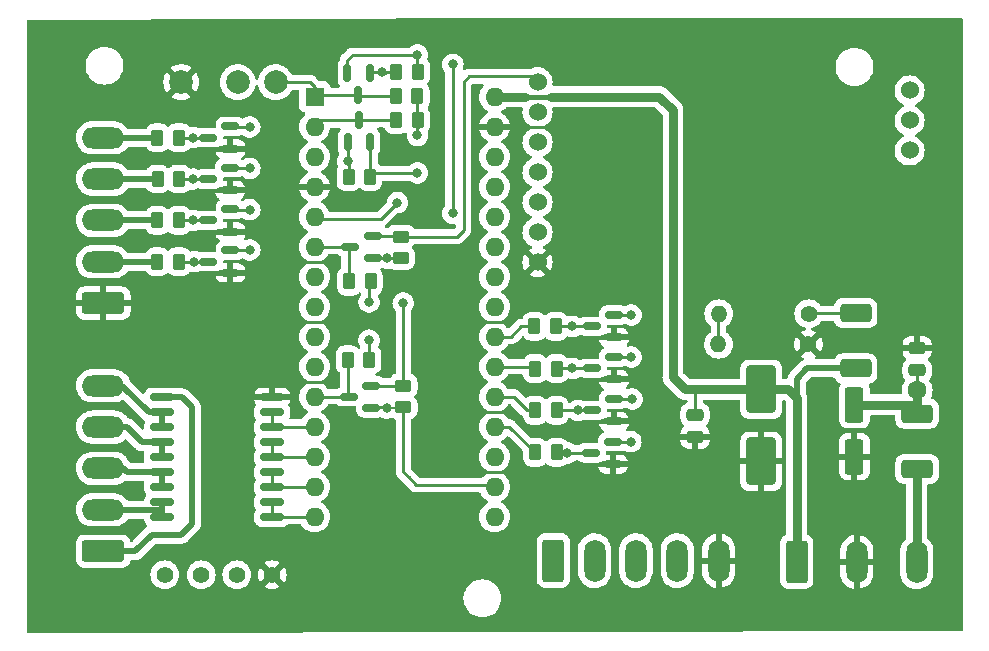
<source format=gbr>
%TF.GenerationSoftware,KiCad,Pcbnew,7.0.0-rc1-unknown-00d77f624a~164~ubuntu22.04.1*%
%TF.CreationDate,2023-01-15T10:56:32+01:00*%
%TF.ProjectId,lora-nano,6c6f7261-2d6e-4616-9e6f-2e6b69636164,rev?*%
%TF.SameCoordinates,Original*%
%TF.FileFunction,Copper,L1,Top*%
%TF.FilePolarity,Positive*%
%FSLAX46Y46*%
G04 Gerber Fmt 4.6, Leading zero omitted, Abs format (unit mm)*
G04 Created by KiCad (PCBNEW 7.0.0-rc1-unknown-00d77f624a~164~ubuntu22.04.1) date 2023-01-15 10:56:32*
%MOMM*%
%LPD*%
G01*
G04 APERTURE LIST*
G04 Aperture macros list*
%AMRoundRect*
0 Rectangle with rounded corners*
0 $1 Rounding radius*
0 $2 $3 $4 $5 $6 $7 $8 $9 X,Y pos of 4 corners*
0 Add a 4 corners polygon primitive as box body*
4,1,4,$2,$3,$4,$5,$6,$7,$8,$9,$2,$3,0*
0 Add four circle primitives for the rounded corners*
1,1,$1+$1,$2,$3*
1,1,$1+$1,$4,$5*
1,1,$1+$1,$6,$7*
1,1,$1+$1,$8,$9*
0 Add four rect primitives between the rounded corners*
20,1,$1+$1,$2,$3,$4,$5,0*
20,1,$1+$1,$4,$5,$6,$7,0*
20,1,$1+$1,$6,$7,$8,$9,0*
20,1,$1+$1,$8,$9,$2,$3,0*%
G04 Aperture macros list end*
%TA.AperFunction,NonConductor*%
%ADD10C,0.200000*%
%TD*%
%TA.AperFunction,SMDPad,CuDef*%
%ADD11RoundRect,0.150000X0.875000X0.150000X-0.875000X0.150000X-0.875000X-0.150000X0.875000X-0.150000X0*%
%TD*%
%TA.AperFunction,SMDPad,CuDef*%
%ADD12RoundRect,0.250000X0.262500X0.450000X-0.262500X0.450000X-0.262500X-0.450000X0.262500X-0.450000X0*%
%TD*%
%TA.AperFunction,SMDPad,CuDef*%
%ADD13RoundRect,0.150000X0.587500X0.150000X-0.587500X0.150000X-0.587500X-0.150000X0.587500X-0.150000X0*%
%TD*%
%TA.AperFunction,ComponentPad*%
%ADD14RoundRect,0.250000X-0.650000X-1.550000X0.650000X-1.550000X0.650000X1.550000X-0.650000X1.550000X0*%
%TD*%
%TA.AperFunction,ComponentPad*%
%ADD15O,1.800000X3.600000*%
%TD*%
%TA.AperFunction,ComponentPad*%
%ADD16RoundRect,0.250000X1.550000X-0.650000X1.550000X0.650000X-1.550000X0.650000X-1.550000X-0.650000X0*%
%TD*%
%TA.AperFunction,ComponentPad*%
%ADD17O,3.600000X1.800000*%
%TD*%
%TA.AperFunction,ComponentPad*%
%ADD18C,1.400000*%
%TD*%
%TA.AperFunction,ComponentPad*%
%ADD19O,1.400000X1.400000*%
%TD*%
%TA.AperFunction,SMDPad,CuDef*%
%ADD20RoundRect,0.250000X0.450000X-0.262500X0.450000X0.262500X-0.450000X0.262500X-0.450000X-0.262500X0*%
%TD*%
%TA.AperFunction,SMDPad,CuDef*%
%ADD21RoundRect,0.250000X-0.475000X0.250000X-0.475000X-0.250000X0.475000X-0.250000X0.475000X0.250000X0*%
%TD*%
%TA.AperFunction,SMDPad,CuDef*%
%ADD22RoundRect,0.150000X-0.150000X0.587500X-0.150000X-0.587500X0.150000X-0.587500X0.150000X0.587500X0*%
%TD*%
%TA.AperFunction,ComponentPad*%
%ADD23C,2.000000*%
%TD*%
%TA.AperFunction,SMDPad,CuDef*%
%ADD24RoundRect,0.150000X0.150000X-0.587500X0.150000X0.587500X-0.150000X0.587500X-0.150000X-0.587500X0*%
%TD*%
%TA.AperFunction,SMDPad,CuDef*%
%ADD25RoundRect,0.250000X-0.262500X-0.450000X0.262500X-0.450000X0.262500X0.450000X-0.262500X0.450000X0*%
%TD*%
%TA.AperFunction,SMDPad,CuDef*%
%ADD26RoundRect,0.249999X-1.075001X0.512501X-1.075001X-0.512501X1.075001X-0.512501X1.075001X0.512501X0*%
%TD*%
%TA.AperFunction,SMDPad,CuDef*%
%ADD27RoundRect,0.250000X0.475000X-0.250000X0.475000X0.250000X-0.475000X0.250000X-0.475000X-0.250000X0*%
%TD*%
%TA.AperFunction,SMDPad,CuDef*%
%ADD28RoundRect,0.250000X-1.000000X1.750000X-1.000000X-1.750000X1.000000X-1.750000X1.000000X1.750000X0*%
%TD*%
%TA.AperFunction,ComponentPad*%
%ADD29C,1.524000*%
%TD*%
%TA.AperFunction,ComponentPad*%
%ADD30R,1.600000X1.600000*%
%TD*%
%TA.AperFunction,ComponentPad*%
%ADD31O,1.600000X1.600000*%
%TD*%
%TA.AperFunction,SMDPad,CuDef*%
%ADD32RoundRect,0.250000X-0.550000X1.250000X-0.550000X-1.250000X0.550000X-1.250000X0.550000X1.250000X0*%
%TD*%
%TA.AperFunction,ViaPad*%
%ADD33C,0.800000*%
%TD*%
%TA.AperFunction,ViaPad*%
%ADD34C,1.600000*%
%TD*%
%TA.AperFunction,Conductor*%
%ADD35C,0.250000*%
%TD*%
%TA.AperFunction,Conductor*%
%ADD36C,0.750000*%
%TD*%
%TA.AperFunction,Conductor*%
%ADD37C,0.500000*%
%TD*%
%TA.AperFunction,Conductor*%
%ADD38C,0.400000*%
%TD*%
G04 APERTURE END LIST*
D10*
X140200000Y-106300000D02*
X141700000Y-106300000D01*
D11*
%TO.P,U2,1,I1*%
%TO.N,Net-(A1-MISO)*%
X130488500Y-115542572D03*
%TO.P,U2,2,I2*%
X130488500Y-114272572D03*
%TO.P,U2,3,I3*%
%TO.N,Net-(A1-MOSI)*%
X130488500Y-113002572D03*
%TO.P,U2,4,I4*%
X130488500Y-111732572D03*
%TO.P,U2,5,I5*%
%TO.N,Net-(A1-D10)*%
X130488500Y-110462572D03*
%TO.P,U2,6,I6*%
X130488500Y-109192572D03*
%TO.P,U2,7,I7*%
%TO.N,Net-(A1-D9)*%
X130488500Y-107922572D03*
%TO.P,U2,8,I8*%
X130488500Y-106652572D03*
%TO.P,U2,9,GND*%
%TO.N,GND*%
X130488500Y-105382572D03*
%TO.P,U2,10,COM*%
%TO.N,Net-(J3-Pin_1)*%
X121188500Y-105382572D03*
%TO.P,U2,11,O8*%
%TO.N,Net-(J3-Pin_5)*%
X121188500Y-106652572D03*
%TO.P,U2,12,O7*%
X121188500Y-107922572D03*
%TO.P,U2,13,O6*%
%TO.N,Net-(J3-Pin_4)*%
X121188500Y-109192572D03*
%TO.P,U2,14,O5*%
X121188500Y-110462572D03*
%TO.P,U2,15,O4*%
%TO.N,Net-(J3-Pin_3)*%
X121188500Y-111732572D03*
%TO.P,U2,16,O3*%
X121188500Y-113002572D03*
%TO.P,U2,17,O2*%
%TO.N,Net-(J3-Pin_2)*%
X121188500Y-114272572D03*
%TO.P,U2,18,O1*%
X121188500Y-115542572D03*
%TD*%
D12*
%TO.P,R18,1*%
%TO.N,Net-(D11-K)*%
X154525000Y-99366572D03*
%TO.P,R18,2*%
%TO.N,Net-(A1-A3)*%
X152700000Y-99366572D03*
%TD*%
D13*
%TO.P,D8,1,K*%
%TO.N,GND*%
X159351000Y-111045572D03*
%TO.P,D8,2,A*%
%TO.N,+5V*%
X159351000Y-109145572D03*
%TO.P,D8,3,K*%
%TO.N,Net-(D8-K)*%
X157476000Y-110095572D03*
%TD*%
%TO.P,Q1,1,G*%
%TO.N,+3V3*%
X139001000Y-93585572D03*
%TO.P,Q1,2,S*%
%TO.N,Net-(Q1-S)*%
X139001000Y-91685572D03*
%TO.P,Q1,3,D*%
%TO.N,Net-(A1-D3)*%
X137126000Y-92635572D03*
%TD*%
%TO.P,D15,1,K*%
%TO.N,GND*%
X126937500Y-87850000D03*
%TO.P,D15,2,A*%
%TO.N,+5V*%
X126937500Y-85950000D03*
%TO.P,D15,3,K*%
%TO.N,Net-(A1-D5)*%
X125062500Y-86900000D03*
%TD*%
%TO.P,D12,1,K*%
%TO.N,GND*%
X126966000Y-84350000D03*
%TO.P,D12,2,A*%
%TO.N,+5V*%
X126966000Y-82450000D03*
%TO.P,D12,3,K*%
%TO.N,Net-(A1-D4)*%
X125091000Y-83400000D03*
%TD*%
D14*
%TO.P,J2,1,Pin_1*%
%TO.N,Net-(D8-K)*%
X154300000Y-119208572D03*
D15*
%TO.P,J2,2,Pin_2*%
%TO.N,Net-(D9-K)*%
X157799999Y-119208571D03*
%TO.P,J2,3,Pin_3*%
%TO.N,Net-(D10-K)*%
X161299999Y-119208571D03*
%TO.P,J2,4,Pin_4*%
%TO.N,Net-(D11-K)*%
X164799999Y-119208571D03*
%TO.P,J2,5,Pin_5*%
%TO.N,GND*%
X168299999Y-119208571D03*
%TD*%
D16*
%TO.P,J3,1,Pin_1*%
%TO.N,Net-(J3-Pin_1)*%
X116200000Y-118408572D03*
D17*
%TO.P,J3,2,Pin_2*%
%TO.N,Net-(J3-Pin_2)*%
X116199999Y-114908571D03*
%TO.P,J3,3,Pin_3*%
%TO.N,Net-(J3-Pin_3)*%
X116199999Y-111408571D03*
%TO.P,J3,4,Pin_4*%
%TO.N,Net-(J3-Pin_4)*%
X116199999Y-107908571D03*
%TO.P,J3,5,Pin_5*%
%TO.N,Net-(J3-Pin_5)*%
X116199999Y-104408571D03*
%TD*%
D18*
%TO.P,R14,1*%
%TO.N,Net-(D5-K)*%
X175920000Y-98300000D03*
D19*
%TO.P,R14,2*%
%TO.N,Net-(A1-A6)*%
X168299999Y-98299999D03*
%TD*%
D20*
%TO.P,R5,1*%
%TO.N,+3V3*%
X141600000Y-106224572D03*
%TO.P,R5,2*%
%TO.N,Net-(Q2-S)*%
X141600000Y-104399572D03*
%TD*%
D13*
%TO.P,D9,1,K*%
%TO.N,GND*%
X159448000Y-107428572D03*
%TO.P,D9,2,A*%
%TO.N,+5V*%
X159448000Y-105528572D03*
%TO.P,D9,3,K*%
%TO.N,Net-(D9-K)*%
X157573000Y-106478572D03*
%TD*%
D18*
%TO.P,SDA,1*%
%TO.N,SDA*%
X127500000Y-120400000D03*
%TD*%
D13*
%TO.P,Q2,1,G*%
%TO.N,+3V3*%
X138874000Y-106285572D03*
%TO.P,Q2,2,S*%
%TO.N,Net-(Q2-S)*%
X138874000Y-104385572D03*
%TO.P,Q2,3,D*%
%TO.N,Net-(A1-D8)*%
X136999000Y-105335572D03*
%TD*%
D21*
%TO.P,C1,1*%
%TO.N,VDC*%
X166300000Y-106850000D03*
%TO.P,C1,2*%
%TO.N,GND*%
X166300000Y-108750000D03*
%TD*%
D12*
%TO.P,R12,1*%
%TO.N,+5V*%
X142800000Y-79900000D03*
%TO.P,R12,2*%
%TO.N,Net-(A1-TX1)*%
X140975000Y-79900000D03*
%TD*%
D20*
%TO.P,R6,1*%
%TO.N,+3V3*%
X141400000Y-93600000D03*
%TO.P,R6,2*%
%TO.N,Net-(Q1-S)*%
X141400000Y-91775000D03*
%TD*%
D22*
%TO.P,Q3,1,G*%
%TO.N,+3V3*%
X138750000Y-77925000D03*
%TO.P,Q3,2,S*%
%TO.N,Net-(Q3-S)*%
X136850000Y-77925000D03*
%TO.P,Q3,3,D*%
%TO.N,Net-(A1-TX1)*%
X137800000Y-79800000D03*
%TD*%
D23*
%TO.P,GND,1*%
%TO.N,GND*%
X122800000Y-78700000D03*
%TD*%
D18*
%TO.P,R13,1*%
%TO.N,GND*%
X175900000Y-100900000D03*
D19*
%TO.P,R13,2*%
%TO.N,Net-(A1-A6)*%
X168279999Y-100899999D03*
%TD*%
D12*
%TO.P,R17,1*%
%TO.N,Net-(D10-K)*%
X154572000Y-102951572D03*
%TO.P,R17,2*%
%TO.N,Net-(A1-A2)*%
X152747000Y-102951572D03*
%TD*%
%TO.P,R16,1*%
%TO.N,Net-(D9-K)*%
X154572000Y-106478572D03*
%TO.P,R16,2*%
%TO.N,Net-(A1-A1)*%
X152747000Y-106478572D03*
%TD*%
D24*
%TO.P,Q4,1,G*%
%TO.N,+3V3*%
X136900000Y-83800000D03*
%TO.P,Q4,2,S*%
%TO.N,Net-(Q4-S)*%
X138800000Y-83800000D03*
%TO.P,Q4,3,D*%
%TO.N,Net-(A1-RX1)*%
X137850000Y-81925000D03*
%TD*%
D25*
%TO.P,R9,1*%
%TO.N,Net-(A1-D3)*%
X136999000Y-95556572D03*
%TO.P,R9,2*%
%TO.N,+5V*%
X138824000Y-95556572D03*
%TD*%
D12*
%TO.P,R11,1*%
%TO.N,+5V*%
X142841000Y-81900000D03*
%TO.P,R11,2*%
%TO.N,Net-(A1-RX1)*%
X141016000Y-81900000D03*
%TD*%
D26*
%TO.P,D5,1,K*%
%TO.N,Net-(D5-K)*%
X179900000Y-98262500D03*
%TO.P,D5,2,A*%
%TO.N,VDC*%
X179900000Y-102937500D03*
%TD*%
D14*
%TO.P,J4,1,Pin_1*%
%TO.N,VDC*%
X174920000Y-119305572D03*
D15*
%TO.P,J4,2,Pin_2*%
%TO.N,GND*%
X179999999Y-119305571D03*
%TO.P,J4,3,Pin_3*%
%TO.N,Net-(D6-A)*%
X185079999Y-119305571D03*
%TD*%
D13*
%TO.P,D14,1,K*%
%TO.N,GND*%
X126966000Y-91350000D03*
%TO.P,D14,2,A*%
%TO.N,+5V*%
X126966000Y-89450000D03*
%TO.P,D14,3,K*%
%TO.N,Net-(A1-D6)*%
X125091000Y-90400000D03*
%TD*%
D25*
%TO.P,R2,1*%
%TO.N,Net-(J1-Pin_4)*%
X120800000Y-86900000D03*
%TO.P,R2,2*%
%TO.N,Net-(A1-D5)*%
X122625000Y-86900000D03*
%TD*%
D26*
%TO.P,D6,1,K*%
%TO.N,+5V*%
X185100000Y-106762500D03*
%TO.P,D6,2,A*%
%TO.N,Net-(D6-A)*%
X185100000Y-111437500D03*
%TD*%
D25*
%TO.P,R7,1*%
%TO.N,+3V3*%
X140987500Y-77800000D03*
%TO.P,R7,2*%
%TO.N,Net-(Q3-S)*%
X142812500Y-77800000D03*
%TD*%
D18*
%TO.P,+5V,1*%
%TO.N,+5V*%
X121400000Y-120400000D03*
%TD*%
D23*
%TO.P,TXD,1*%
%TO.N,Net-(A1-TX1)*%
X130800000Y-78700000D03*
%TD*%
D13*
%TO.P,D11,1,K*%
%TO.N,GND*%
X159448000Y-100316572D03*
%TO.P,D11,2,A*%
%TO.N,+5V*%
X159448000Y-98416572D03*
%TO.P,D11,3,K*%
%TO.N,Net-(D11-K)*%
X157573000Y-99366572D03*
%TD*%
D25*
%TO.P,R8,1*%
%TO.N,+3V3*%
X136975000Y-86700000D03*
%TO.P,R8,2*%
%TO.N,Net-(Q4-S)*%
X138800000Y-86700000D03*
%TD*%
D13*
%TO.P,D10,1,K*%
%TO.N,GND*%
X159448000Y-103872572D03*
%TO.P,D10,2,A*%
%TO.N,+5V*%
X159448000Y-101972572D03*
%TO.P,D10,3,K*%
%TO.N,Net-(D10-K)*%
X157573000Y-102922572D03*
%TD*%
D16*
%TO.P,J1,1,Pin_1*%
%TO.N,GND*%
X116200000Y-97408572D03*
D17*
%TO.P,J1,2,Pin_2*%
%TO.N,Net-(J1-Pin_2)*%
X116199999Y-93908571D03*
%TO.P,J1,3,Pin_3*%
%TO.N,Net-(J1-Pin_3)*%
X116199999Y-90408571D03*
%TO.P,J1,4,Pin_4*%
%TO.N,Net-(J1-Pin_4)*%
X116199999Y-86908571D03*
%TO.P,J1,5,Pin_5*%
%TO.N,Net-(J1-Pin_5)*%
X116199999Y-83408571D03*
%TD*%
D12*
%TO.P,R15,1*%
%TO.N,Net-(D8-K)*%
X154572000Y-110034572D03*
%TO.P,R15,2*%
%TO.N,Net-(A1-A0)*%
X152747000Y-110034572D03*
%TD*%
D27*
%TO.P,C4,1*%
%TO.N,+5V*%
X185100000Y-103100000D03*
%TO.P,C4,2*%
%TO.N,GND*%
X185100000Y-101200000D03*
%TD*%
D28*
%TO.P,C2,1*%
%TO.N,VDC*%
X171900000Y-104700000D03*
%TO.P,C2,2*%
%TO.N,GND*%
X171900000Y-110800000D03*
%TD*%
D29*
%TO.P,U1,1,M0*%
%TO.N,Net-(Q1-S)*%
X152967000Y-78700000D03*
%TO.P,U1,2,M1*%
%TO.N,Net-(Q2-S)*%
X152967000Y-81240000D03*
%TO.P,U1,3,RXD*%
%TO.N,Net-(Q3-S)*%
X152967000Y-83780000D03*
%TO.P,U1,4,TXD*%
%TO.N,Net-(Q4-S)*%
X152967000Y-86320000D03*
%TO.P,U1,5,AUX*%
%TO.N,Net-(A1-D2)*%
X152967000Y-88860000D03*
%TO.P,U1,6,VCC*%
%TO.N,+5V*%
X152967000Y-91400000D03*
%TO.P,U1,7,GND*%
%TO.N,GND*%
X152967000Y-93940000D03*
%TO.P,U1,8,Fixing_Hole*%
%TO.N,unconnected-(U1-Fixing_Hole)_1*%
X184467000Y-84480000D03*
%TO.P,U1,9,Fixing_Hole*%
%TO.N,unconnected-(U1-Fixing_Hole)*%
X184467000Y-81940000D03*
%TO.P,U1,10,Fixing_Hole*%
%TO.N,unconnected-(U1-Fixing_Hole)_2*%
X184467000Y-79400000D03*
%TD*%
D13*
%TO.P,D13,1,K*%
%TO.N,GND*%
X126966000Y-94850000D03*
%TO.P,D13,2,A*%
%TO.N,+5V*%
X126966000Y-92950000D03*
%TO.P,D13,3,K*%
%TO.N,Net-(A1-D7)*%
X125091000Y-93900000D03*
%TD*%
D18*
%TO.P,GND,1*%
%TO.N,GND*%
X130500000Y-120400000D03*
%TD*%
D25*
%TO.P,R4,1*%
%TO.N,Net-(J1-Pin_2)*%
X120775000Y-93900000D03*
%TO.P,R4,2*%
%TO.N,Net-(A1-D7)*%
X122600000Y-93900000D03*
%TD*%
D18*
%TO.P,SCL,1*%
%TO.N,SCL*%
X124500000Y-120400000D03*
%TD*%
D23*
%TO.P,RXD,1*%
%TO.N,Net-(A1-RX1)*%
X127600000Y-78700000D03*
%TD*%
D25*
%TO.P,R10,1*%
%TO.N,Net-(A1-D8)*%
X136900000Y-102200000D03*
%TO.P,R10,2*%
%TO.N,+5V*%
X138725000Y-102200000D03*
%TD*%
%TO.P,R3,1*%
%TO.N,Net-(J1-Pin_3)*%
X120775000Y-90400000D03*
%TO.P,R3,2*%
%TO.N,Net-(A1-D6)*%
X122600000Y-90400000D03*
%TD*%
D30*
%TO.P,A1,1,TX1*%
%TO.N,Net-(A1-TX1)*%
X134087999Y-79935571D03*
D31*
%TO.P,A1,2,RX1*%
%TO.N,Net-(A1-RX1)*%
X134087999Y-82475571D03*
%TO.P,A1,3,~{RESET}*%
%TO.N,unconnected-(A1-~{RESET})_1*%
X134087999Y-85015571D03*
%TO.P,A1,4,GND*%
%TO.N,GND*%
X134087999Y-87555571D03*
%TO.P,A1,5,D2*%
%TO.N,Net-(A1-D2)*%
X134087999Y-90095571D03*
%TO.P,A1,6,D3*%
%TO.N,Net-(A1-D3)*%
X134087999Y-92635571D03*
%TO.P,A1,7,D4*%
%TO.N,Net-(A1-D4)*%
X134087999Y-95175571D03*
%TO.P,A1,8,D5*%
%TO.N,Net-(A1-D5)*%
X134087999Y-97715571D03*
%TO.P,A1,9,D6*%
%TO.N,Net-(A1-D6)*%
X134087999Y-100255571D03*
%TO.P,A1,10,D7*%
%TO.N,Net-(A1-D7)*%
X134087999Y-102795571D03*
%TO.P,A1,11,D8*%
%TO.N,Net-(A1-D8)*%
X134087999Y-105335571D03*
%TO.P,A1,12,D9*%
%TO.N,Net-(A1-D9)*%
X134087999Y-107875571D03*
%TO.P,A1,13,D10*%
%TO.N,Net-(A1-D10)*%
X134087999Y-110415571D03*
%TO.P,A1,14,MOSI*%
%TO.N,Net-(A1-MOSI)*%
X134087999Y-112955571D03*
%TO.P,A1,15,MISO*%
%TO.N,Net-(A1-MISO)*%
X134087999Y-115495571D03*
%TO.P,A1,16,SCK*%
%TO.N,unconnected-(A1-SCK)*%
X149327999Y-115495571D03*
%TO.P,A1,17,3V3*%
%TO.N,+3V3*%
X149327999Y-112955571D03*
%TO.P,A1,18,AREF*%
%TO.N,unconnected-(A1-AREF)*%
X149327999Y-110415571D03*
%TO.P,A1,19,A0*%
%TO.N,Net-(A1-A0)*%
X149327999Y-107875571D03*
%TO.P,A1,20,A1*%
%TO.N,Net-(A1-A1)*%
X149327999Y-105335571D03*
%TO.P,A1,21,A2*%
%TO.N,Net-(A1-A2)*%
X149327999Y-102795571D03*
%TO.P,A1,22,A3*%
%TO.N,Net-(A1-A3)*%
X149327999Y-100255571D03*
%TO.P,A1,23,SDA/A4*%
%TO.N,SDA*%
X149327999Y-97715571D03*
%TO.P,A1,24,SCL/A5*%
%TO.N,SCL*%
X149327999Y-95175571D03*
%TO.P,A1,25,A6*%
%TO.N,Net-(A1-A6)*%
X149327999Y-92635571D03*
%TO.P,A1,26,A7*%
%TO.N,unconnected-(A1-A7)*%
X149327999Y-90095571D03*
%TO.P,A1,27,+5V*%
%TO.N,+5V*%
X149327999Y-87555571D03*
%TO.P,A1,28,~{RESET}*%
%TO.N,unconnected-(A1-~{RESET})*%
X149327999Y-85015571D03*
%TO.P,A1,29,GND*%
%TO.N,GND*%
X149327999Y-82475571D03*
%TO.P,A1,30,VIN*%
%TO.N,VDC*%
X149327999Y-79935571D03*
%TD*%
D25*
%TO.P,R1,1*%
%TO.N,Net-(J1-Pin_5)*%
X120787500Y-83400000D03*
%TO.P,R1,2*%
%TO.N,Net-(A1-D4)*%
X122612500Y-83400000D03*
%TD*%
D32*
%TO.P,C3,1*%
%TO.N,+5V*%
X179800000Y-106000000D03*
%TO.P,C3,2*%
%TO.N,GND*%
X179800000Y-110400000D03*
%TD*%
D33*
%TO.N,Net-(A1-D2)*%
X141100000Y-88900000D03*
%TO.N,Net-(A1-D4)*%
X123800000Y-83400000D03*
%TO.N,Net-(A1-D5)*%
X123800000Y-86900000D03*
%TO.N,Net-(A1-D6)*%
X123800000Y-90400000D03*
%TO.N,Net-(A1-D7)*%
X123900000Y-93900000D03*
%TO.N,+3V3*%
X136900000Y-85408572D03*
X140200000Y-93600000D03*
X139800000Y-77808572D03*
X140200000Y-106308572D03*
%TO.N,+5V*%
X160863000Y-109145572D03*
X138700000Y-97308572D03*
X142800000Y-83200000D03*
X160900000Y-101972572D03*
X138700000Y-100550000D03*
X128600000Y-89500000D03*
X160900000Y-98416572D03*
X128600000Y-92900000D03*
X128600000Y-82500000D03*
X160980000Y-105528572D03*
X128600000Y-86000000D03*
D34*
X185100000Y-104800000D03*
D33*
%TO.N,Net-(D8-K)*%
X155500000Y-110095572D03*
%TO.N,Net-(D9-K)*%
X156400000Y-106478572D03*
%TO.N,Net-(D10-K)*%
X155922000Y-102922572D03*
%TO.N,Net-(D11-K)*%
X155922000Y-99366572D03*
%TO.N,Net-(Q2-S)*%
X145800000Y-89800000D03*
X141600000Y-97400000D03*
X145800000Y-77200000D03*
%TO.N,Net-(Q3-S)*%
X142800000Y-76400000D03*
%TO.N,Net-(Q4-S)*%
X142800000Y-86400000D03*
%TD*%
D35*
%TO.N,Net-(A1-TX1)*%
X133700000Y-78700000D02*
X134088000Y-79088000D01*
X130500000Y-78700000D02*
X133700000Y-78700000D01*
X137800000Y-79800000D02*
X134223572Y-79800000D01*
X134088000Y-79088000D02*
X134088000Y-79935572D01*
X134223572Y-79800000D02*
X134088000Y-79935572D01*
X140975000Y-79900000D02*
X137900000Y-79900000D01*
X137900000Y-79900000D02*
X137800000Y-79800000D01*
%TO.N,Net-(A1-RX1)*%
X137875000Y-81900000D02*
X137850000Y-81925000D01*
X134638572Y-81925000D02*
X134088000Y-82475572D01*
X137850000Y-81925000D02*
X134638572Y-81925000D01*
X141016000Y-81900000D02*
X137875000Y-81900000D01*
%TO.N,GND*%
X148250000Y-111708572D02*
X150550000Y-111708572D01*
X148150000Y-106608572D02*
X150450000Y-106608572D01*
X133000000Y-99008572D02*
X135300000Y-99008572D01*
X132950000Y-104108572D02*
X135250000Y-104108572D01*
X148150000Y-99008572D02*
X150450000Y-99008572D01*
X132800000Y-93908572D02*
X135100000Y-93908572D01*
X151850000Y-82500000D02*
X154150000Y-82500000D01*
%TO.N,Net-(A1-D2)*%
X141100000Y-88900000D02*
X139700000Y-90308572D01*
X139700000Y-90308572D02*
X134301000Y-90308572D01*
X134301000Y-90308572D02*
X134088000Y-90095572D01*
%TO.N,Net-(A1-D3)*%
X136999000Y-95556572D02*
X136999000Y-92762572D01*
X136999000Y-92762572D02*
X137126000Y-92635572D01*
X137126000Y-92635572D02*
X134088000Y-92635572D01*
%TO.N,Net-(A1-D4)*%
X125091000Y-83400000D02*
X123800000Y-83400000D01*
X123800000Y-83400000D02*
X122612500Y-83400000D01*
%TO.N,Net-(A1-D5)*%
X123800000Y-86900000D02*
X122625000Y-86900000D01*
X125062500Y-86900000D02*
X123800000Y-86900000D01*
%TO.N,Net-(A1-D6)*%
X123800000Y-90400000D02*
X122600000Y-90400000D01*
X125091000Y-90400000D02*
X123800000Y-90400000D01*
%TO.N,Net-(A1-D7)*%
X123900000Y-93900000D02*
X122600000Y-93900000D01*
X125091000Y-93900000D02*
X123900000Y-93900000D01*
%TO.N,Net-(A1-D8)*%
X136999000Y-105335572D02*
X134088000Y-105335572D01*
X136900000Y-102200000D02*
X136900000Y-105236572D01*
X136900000Y-105236572D02*
X136999000Y-105335572D01*
%TO.N,Net-(A1-D9)*%
X134088000Y-107875572D02*
X130535500Y-107875572D01*
X130488500Y-106652572D02*
X130488500Y-107922572D01*
X130535500Y-107875572D02*
X130488500Y-107922572D01*
%TO.N,Net-(A1-D10)*%
X130535500Y-110415572D02*
X130488500Y-110462572D01*
X130488500Y-109192572D02*
X130488500Y-110462572D01*
X134088000Y-110415572D02*
X130535500Y-110415572D01*
%TO.N,+3V3*%
X140284000Y-106224572D02*
X140200000Y-106308572D01*
X140200000Y-93600000D02*
X139977000Y-93585572D01*
X136975000Y-86700000D02*
X136975000Y-85483572D01*
X141600000Y-111708572D02*
X142045714Y-112154286D01*
X149181000Y-112808572D02*
X142700000Y-112808572D01*
X140200000Y-106308572D02*
X140116000Y-106224572D01*
X139800000Y-77808572D02*
X140105000Y-77903572D01*
X136975000Y-85483572D02*
X136900000Y-85408572D01*
X140116000Y-106224572D02*
X138935000Y-106224572D01*
X136900000Y-85408572D02*
X136900000Y-83800000D01*
X141400000Y-93600000D02*
X140200000Y-93600000D01*
X141600000Y-106224572D02*
X141600000Y-111708572D01*
X139800000Y-77808572D02*
X138866428Y-77808572D01*
X138866428Y-77808572D02*
X138750000Y-77925000D01*
X138935000Y-106224572D02*
X138874000Y-106285572D01*
X139977000Y-93585572D02*
X139001000Y-93585572D01*
X140978928Y-77808572D02*
X140987500Y-77800000D01*
X149328000Y-112955572D02*
X149181000Y-112808572D01*
X142700000Y-112808572D02*
X142045714Y-112154286D01*
X136952000Y-86539572D02*
X136952000Y-87060572D01*
X139800000Y-77808572D02*
X140978928Y-77808572D01*
%TO.N,Net-(A1-A0)*%
X150588000Y-107875572D02*
X149328000Y-107875572D01*
X152747000Y-110034572D02*
X150588000Y-107875572D01*
%TO.N,Net-(A1-A1)*%
X152747000Y-106478572D02*
X152112000Y-106478572D01*
X152112000Y-106478572D02*
X150969000Y-105335572D01*
X150969000Y-105335572D02*
X149328000Y-105335572D01*
%TO.N,Net-(A1-A2)*%
X152747000Y-102951572D02*
X152591000Y-102795572D01*
X152591000Y-102795572D02*
X149328000Y-102795572D01*
%TO.N,Net-(A1-A3)*%
X149328000Y-100255572D02*
X150715000Y-100255572D01*
X150715000Y-100255572D02*
X151604000Y-99366572D01*
X151604000Y-99366572D02*
X152700000Y-99366572D01*
%TO.N,Net-(A1-A6)*%
X168280000Y-98300000D02*
X168280000Y-100880000D01*
X168280000Y-100880000D02*
X168300000Y-100900000D01*
%TO.N,+5V*%
X127016000Y-92900000D02*
X126966000Y-92950000D01*
X160900000Y-101972572D02*
X161036000Y-101972572D01*
X160980000Y-105528572D02*
X159448000Y-105528572D01*
X138700000Y-97308572D02*
X138700000Y-95680572D01*
X128600000Y-86000000D02*
X126987500Y-86000000D01*
X161036000Y-101972572D02*
X159448000Y-101972572D01*
X142800000Y-79900000D02*
X142800000Y-81859000D01*
X160863000Y-109145572D02*
X159351000Y-109145572D01*
X142800000Y-83200000D02*
X142800000Y-79900000D01*
X185000000Y-106000000D02*
X185100000Y-105900000D01*
X126987500Y-86000000D02*
X126937500Y-85950000D01*
X128600000Y-92900000D02*
X127016000Y-92900000D01*
X128600000Y-82500000D02*
X127016000Y-82500000D01*
D36*
X185100000Y-105900000D02*
X185100000Y-106762500D01*
D35*
X142800000Y-81859000D02*
X142841000Y-81900000D01*
X127016000Y-89500000D02*
X126966000Y-89450000D01*
D36*
X185100000Y-104800000D02*
X185100000Y-105900000D01*
D35*
X138725000Y-100575000D02*
X138700000Y-100550000D01*
X127016000Y-82500000D02*
X126966000Y-82450000D01*
D36*
X185800000Y-106662500D02*
X185900000Y-106762500D01*
D35*
X143008000Y-82308572D02*
X142841000Y-82475572D01*
X160992000Y-98416572D02*
X159448000Y-98416572D01*
X185100000Y-103100000D02*
X185100000Y-104800000D01*
X138725000Y-102200000D02*
X138725000Y-100575000D01*
D36*
X179800000Y-106000000D02*
X185000000Y-106000000D01*
D35*
X128600000Y-89500000D02*
X127016000Y-89500000D01*
X160900000Y-98416572D02*
X160992000Y-98416572D01*
X138700000Y-95680572D02*
X138824000Y-95556572D01*
D37*
%TO.N,VDC*%
X179900000Y-102937500D02*
X175762500Y-102937500D01*
D35*
X166300000Y-104800000D02*
X166400000Y-104700000D01*
D37*
X174900000Y-103800000D02*
X174900000Y-105400000D01*
D35*
X174920000Y-119305572D02*
X174900000Y-119285572D01*
D38*
X154100000Y-79935572D02*
X151900000Y-79935572D01*
D36*
X171900000Y-104700000D02*
X166400000Y-104700000D01*
X165431000Y-104700000D02*
X164431000Y-103700000D01*
X164431000Y-81078572D02*
X164431000Y-103700000D01*
D37*
X175762500Y-102937500D02*
X174900000Y-103800000D01*
X171900000Y-103500000D02*
X172425000Y-102975000D01*
D36*
X166400000Y-104700000D02*
X165431000Y-104700000D01*
D35*
X166300000Y-106850000D02*
X166300000Y-104800000D01*
D36*
X174900000Y-105400000D02*
X174200000Y-104700000D01*
X149328000Y-79935572D02*
X151900000Y-79935572D01*
X174900000Y-119285572D02*
X174900000Y-105400000D01*
D35*
X172986500Y-103927500D02*
X172959000Y-103900000D01*
D36*
X163288000Y-79935572D02*
X164431000Y-81078572D01*
D37*
X171900000Y-104700000D02*
X171900000Y-103500000D01*
D36*
X174200000Y-104700000D02*
X171900000Y-104700000D01*
X154100000Y-79935572D02*
X163288000Y-79935572D01*
D35*
X172986500Y-103927500D02*
X172935000Y-103979000D01*
%TO.N,Net-(D5-K)*%
X179900000Y-98262500D02*
X175957500Y-98262500D01*
X175957500Y-98262500D02*
X175920000Y-98300000D01*
%TO.N,Net-(D6-A)*%
X185080000Y-111457500D02*
X185100000Y-111437500D01*
D36*
X185080000Y-119305572D02*
X185080000Y-111457500D01*
D35*
%TO.N,Net-(D8-K)*%
X157476000Y-110095572D02*
X155500000Y-110095572D01*
X155500000Y-110095572D02*
X154633000Y-110095572D01*
X154633000Y-110095572D02*
X154572000Y-110034572D01*
%TO.N,Net-(D9-K)*%
X157573000Y-106478572D02*
X154572000Y-106478572D01*
%TO.N,Net-(D10-K)*%
X154601000Y-102922572D02*
X154572000Y-102951572D01*
X157573000Y-102922572D02*
X154601000Y-102922572D01*
%TO.N,Net-(D11-K)*%
X154525000Y-99366572D02*
X157573000Y-99366572D01*
D37*
%TO.N,Net-(J1-Pin_2)*%
X120775000Y-93900000D02*
X116208572Y-93900000D01*
D35*
X116208572Y-93900000D02*
X116200000Y-93908572D01*
%TO.N,Net-(J1-Pin_3)*%
X116208572Y-90400000D02*
X116200000Y-90408572D01*
D37*
X120775000Y-90400000D02*
X116208572Y-90400000D01*
D35*
%TO.N,Net-(J1-Pin_4)*%
X116208572Y-86900000D02*
X116200000Y-86908572D01*
D37*
X120800000Y-86900000D02*
X116208572Y-86900000D01*
D35*
%TO.N,Net-(J1-Pin_5)*%
X116208572Y-83400000D02*
X116200000Y-83408572D01*
D37*
X120787500Y-83400000D02*
X116208572Y-83400000D01*
%TO.N,Net-(J3-Pin_2)*%
X121188500Y-114908572D02*
X121188500Y-114272572D01*
X116200000Y-114908572D02*
X121188500Y-114908572D01*
X121188500Y-115542572D02*
X121188500Y-114908572D01*
%TO.N,Net-(J3-Pin_3)*%
X117900000Y-111408572D02*
X116200000Y-111408572D01*
D35*
X121148500Y-111772572D02*
X121188500Y-111732572D01*
D37*
X121188500Y-113002572D02*
X121188500Y-111732572D01*
X121188500Y-111732572D02*
X118224000Y-111732572D01*
X118224000Y-111732572D02*
X117900000Y-111408572D01*
%TO.N,Net-(J3-Pin_4)*%
X118200000Y-107908572D02*
X116200000Y-107908572D01*
X121188500Y-109192572D02*
X121188500Y-110462572D01*
D35*
X121188500Y-109192572D02*
X121108500Y-109272572D01*
D37*
X119484000Y-109192572D02*
X118200000Y-107908572D01*
X121188500Y-109192572D02*
X119484000Y-109192572D01*
%TO.N,Net-(J3-Pin_5)*%
X117800000Y-104408572D02*
X116200000Y-104408572D01*
D35*
X121068500Y-106772572D02*
X121188500Y-106652572D01*
D37*
X121188500Y-106652572D02*
X120044000Y-106652572D01*
X120044000Y-106652572D02*
X117800000Y-104408572D01*
X121188500Y-106652572D02*
X121188500Y-107922572D01*
D35*
%TO.N,Net-(Q1-S)*%
X152967000Y-78596000D02*
X152958428Y-78604572D01*
X146700000Y-78700000D02*
X146700000Y-91200000D01*
X139062000Y-91746572D02*
X139001000Y-91685572D01*
X139001000Y-91685572D02*
X141310572Y-91685572D01*
X152967000Y-78700000D02*
X152800000Y-78700000D01*
X141310572Y-91685572D02*
X141400000Y-91775000D01*
X152800000Y-78700000D02*
X152300000Y-78200000D01*
X147200000Y-78200000D02*
X146700000Y-78700000D01*
X146700000Y-91200000D02*
X146125000Y-91775000D01*
X152300000Y-78200000D02*
X147200000Y-78200000D01*
X146125000Y-91775000D02*
X141400000Y-91775000D01*
%TO.N,Net-(Q2-S)*%
X138888000Y-104399572D02*
X138874000Y-104385572D01*
X145800000Y-89800000D02*
X145800000Y-79700000D01*
X141600000Y-104399572D02*
X141600000Y-97400000D01*
X141190000Y-104399572D02*
X138888000Y-104399572D01*
X145800000Y-79700000D02*
X145800000Y-77200000D01*
%TO.N,Net-(Q3-S)*%
X142800000Y-77787500D02*
X142812500Y-77800000D01*
X137300000Y-76400000D02*
X136850000Y-76850000D01*
X142800000Y-76400000D02*
X137300000Y-76400000D01*
X142800000Y-76400000D02*
X142800000Y-77787500D01*
X136850000Y-76850000D02*
X136850000Y-77925000D01*
%TO.N,Net-(Q4-S)*%
X138800000Y-83800000D02*
X138800000Y-86700000D01*
X142800000Y-86400000D02*
X139100000Y-86400000D01*
X139100000Y-86400000D02*
X138800000Y-86700000D01*
%TO.N,Net-(A1-MOSI)*%
X130535500Y-112955572D02*
X130488500Y-113002572D01*
X130488500Y-111732572D02*
X130488500Y-113002572D01*
X134088000Y-112955572D02*
X130535500Y-112955572D01*
%TO.N,Net-(A1-MISO)*%
X130535500Y-115495572D02*
X130488500Y-115542572D01*
X130488500Y-114272572D02*
X130488500Y-115542572D01*
X134088000Y-115495572D02*
X130535500Y-115495572D01*
D37*
%TO.N,Net-(J3-Pin_1)*%
X122800000Y-117008572D02*
X123350000Y-116458572D01*
X123700000Y-116108572D02*
X123350000Y-116458572D01*
X123350000Y-116458572D02*
X123036000Y-116772572D01*
X123700000Y-106208572D02*
X123700000Y-116108572D01*
X122874000Y-105382572D02*
X123700000Y-106208572D01*
X118900000Y-118408572D02*
X120300000Y-117008572D01*
X120300000Y-117008572D02*
X122800000Y-117008572D01*
X116200000Y-118408572D02*
X118900000Y-118408572D01*
X121188500Y-105382572D02*
X122874000Y-105382572D01*
%TD*%
%TA.AperFunction,Conductor*%
%TO.N,GND*%
G36*
X188936386Y-73317381D02*
G01*
X188982505Y-73363500D01*
X188999386Y-73426500D01*
X188999386Y-125079527D01*
X188982532Y-125142481D01*
X188936478Y-125188593D01*
X188873546Y-125205526D01*
X114352710Y-125299500D01*
X109826500Y-125299500D01*
X109763500Y-125282619D01*
X109717381Y-125236500D01*
X109700500Y-125173500D01*
X109700500Y-122400000D01*
X146694551Y-122400000D01*
X146694939Y-122404930D01*
X146713928Y-122646214D01*
X146713929Y-122646222D01*
X146714317Y-122651148D01*
X146715471Y-122655956D01*
X146715472Y-122655960D01*
X146771971Y-122891298D01*
X146771972Y-122891303D01*
X146773127Y-122896111D01*
X146869534Y-123128859D01*
X147001164Y-123343659D01*
X147164776Y-123535224D01*
X147356341Y-123698836D01*
X147571141Y-123830466D01*
X147803889Y-123926873D01*
X148048852Y-123985683D01*
X148237118Y-124000500D01*
X148360413Y-124000500D01*
X148362882Y-124000500D01*
X148551148Y-123985683D01*
X148796111Y-123926873D01*
X149028859Y-123830466D01*
X149243659Y-123698836D01*
X149435224Y-123535224D01*
X149598836Y-123343659D01*
X149730466Y-123128859D01*
X149826873Y-122896111D01*
X149885683Y-122651148D01*
X149905449Y-122400000D01*
X149885683Y-122148852D01*
X149826873Y-121903889D01*
X149730466Y-121671141D01*
X149598836Y-121456341D01*
X149435224Y-121264776D01*
X149243659Y-121101164D01*
X149220041Y-121086691D01*
X149033079Y-120972120D01*
X149033078Y-120972119D01*
X149028859Y-120969534D01*
X149003479Y-120959021D01*
X148800684Y-120875021D01*
X148800681Y-120875020D01*
X148796111Y-120873127D01*
X148791303Y-120871972D01*
X148791298Y-120871971D01*
X148555960Y-120815472D01*
X148555956Y-120815471D01*
X148551148Y-120814317D01*
X148546222Y-120813929D01*
X148546214Y-120813928D01*
X148444575Y-120805929D01*
X152891500Y-120805929D01*
X152891501Y-120809116D01*
X152891825Y-120812293D01*
X152891826Y-120812301D01*
X152901225Y-120904313D01*
X152902113Y-120912998D01*
X152904272Y-120919515D01*
X152904274Y-120919522D01*
X152948284Y-121052336D01*
X152957885Y-121081310D01*
X152961732Y-121087548D01*
X152961735Y-121087553D01*
X153023218Y-121187231D01*
X153050970Y-121232224D01*
X153176348Y-121357602D01*
X153200265Y-121372354D01*
X153321018Y-121446836D01*
X153321020Y-121446837D01*
X153327262Y-121450687D01*
X153495574Y-121506459D01*
X153599455Y-121517072D01*
X155000544Y-121517071D01*
X155104426Y-121506459D01*
X155272738Y-121450687D01*
X155423652Y-121357602D01*
X155549030Y-121232224D01*
X155642115Y-121081310D01*
X155697887Y-120912998D01*
X155708500Y-120809117D01*
X155708500Y-120168399D01*
X156391500Y-120168399D01*
X156391725Y-120171042D01*
X156391726Y-120171056D01*
X156397059Y-120233721D01*
X156406741Y-120347470D01*
X156408088Y-120352645D01*
X156408089Y-120352648D01*
X156463853Y-120566813D01*
X156467156Y-120579496D01*
X156469355Y-120584361D01*
X156469358Y-120584369D01*
X156563706Y-120793091D01*
X156563709Y-120793098D01*
X156565914Y-120797974D01*
X156568912Y-120802410D01*
X156568914Y-120802413D01*
X156697174Y-120992180D01*
X156697178Y-120992185D01*
X156700175Y-120996619D01*
X156866075Y-121169716D01*
X156962669Y-121241157D01*
X156990258Y-121261562D01*
X157058843Y-121312287D01*
X157272933Y-121420229D01*
X157502185Y-121490436D01*
X157740005Y-121520890D01*
X157979551Y-121510715D01*
X158213932Y-121460202D01*
X158436404Y-121370805D01*
X158640569Y-121245096D01*
X158820551Y-121086691D01*
X158971175Y-120900148D01*
X159088105Y-120690832D01*
X159167980Y-120464766D01*
X159208500Y-120228453D01*
X159208500Y-120168399D01*
X159891500Y-120168399D01*
X159891725Y-120171042D01*
X159891726Y-120171056D01*
X159897059Y-120233721D01*
X159906741Y-120347470D01*
X159908088Y-120352645D01*
X159908089Y-120352648D01*
X159963853Y-120566813D01*
X159967156Y-120579496D01*
X159969355Y-120584361D01*
X159969358Y-120584369D01*
X160063706Y-120793091D01*
X160063709Y-120793098D01*
X160065914Y-120797974D01*
X160068912Y-120802410D01*
X160068914Y-120802413D01*
X160197174Y-120992180D01*
X160197178Y-120992185D01*
X160200175Y-120996619D01*
X160366075Y-121169716D01*
X160462669Y-121241157D01*
X160490258Y-121261562D01*
X160558843Y-121312287D01*
X160772933Y-121420229D01*
X161002185Y-121490436D01*
X161240005Y-121520890D01*
X161479551Y-121510715D01*
X161713932Y-121460202D01*
X161936404Y-121370805D01*
X162140569Y-121245096D01*
X162320551Y-121086691D01*
X162471175Y-120900148D01*
X162588105Y-120690832D01*
X162667980Y-120464766D01*
X162708500Y-120228453D01*
X162708500Y-120168399D01*
X163391500Y-120168399D01*
X163391725Y-120171042D01*
X163391726Y-120171056D01*
X163397059Y-120233721D01*
X163406741Y-120347470D01*
X163408088Y-120352645D01*
X163408089Y-120352648D01*
X163463853Y-120566813D01*
X163467156Y-120579496D01*
X163469355Y-120584361D01*
X163469358Y-120584369D01*
X163563706Y-120793091D01*
X163563709Y-120793098D01*
X163565914Y-120797974D01*
X163568912Y-120802410D01*
X163568914Y-120802413D01*
X163697174Y-120992180D01*
X163697178Y-120992185D01*
X163700175Y-120996619D01*
X163866075Y-121169716D01*
X163962669Y-121241157D01*
X163990258Y-121261562D01*
X164058843Y-121312287D01*
X164272933Y-121420229D01*
X164502185Y-121490436D01*
X164740005Y-121520890D01*
X164979551Y-121510715D01*
X165213932Y-121460202D01*
X165436404Y-121370805D01*
X165640569Y-121245096D01*
X165820551Y-121086691D01*
X165971175Y-120900148D01*
X166088105Y-120690832D01*
X166167980Y-120464766D01*
X166208500Y-120228453D01*
X166208500Y-120165722D01*
X166892000Y-120165722D01*
X166892226Y-120171042D01*
X166906781Y-120342054D01*
X166908583Y-120352565D01*
X166966279Y-120574148D01*
X166969830Y-120584202D01*
X167064150Y-120792858D01*
X167069346Y-120802159D01*
X167197567Y-120991868D01*
X167204268Y-121000167D01*
X167362703Y-121165476D01*
X167370707Y-121172521D01*
X167554802Y-121308677D01*
X167563885Y-121314269D01*
X167768342Y-121417355D01*
X167778237Y-121421331D01*
X167997179Y-121488381D01*
X168007590Y-121490625D01*
X168028197Y-121493264D01*
X168042075Y-121491086D01*
X168045283Y-121480059D01*
X168554000Y-121480059D01*
X168556495Y-121491068D01*
X168567783Y-121491188D01*
X168708554Y-121460850D01*
X168718749Y-121457728D01*
X168931208Y-121372354D01*
X168940738Y-121367549D01*
X169135715Y-121247498D01*
X169144288Y-121241157D01*
X169316173Y-121089879D01*
X169323549Y-121082183D01*
X169467399Y-120904028D01*
X169473368Y-120895197D01*
X169585041Y-120695293D01*
X169589429Y-120685586D01*
X169665712Y-120469684D01*
X169668399Y-120459365D01*
X169707096Y-120233678D01*
X169708000Y-120223062D01*
X169708000Y-119479162D01*
X169704493Y-119466078D01*
X169691410Y-119462572D01*
X168570590Y-119462572D01*
X168557506Y-119466078D01*
X168554000Y-119479162D01*
X168554000Y-121480059D01*
X168045283Y-121480059D01*
X168046000Y-121477593D01*
X168046000Y-119479162D01*
X168042493Y-119466078D01*
X168029410Y-119462572D01*
X166908590Y-119462572D01*
X166895506Y-119466078D01*
X166892000Y-119479162D01*
X166892000Y-120165722D01*
X166208500Y-120165722D01*
X166208500Y-118937982D01*
X166892000Y-118937982D01*
X166895506Y-118951065D01*
X166908590Y-118954572D01*
X168029410Y-118954572D01*
X168042493Y-118951065D01*
X168046000Y-118937982D01*
X168554000Y-118937982D01*
X168557506Y-118951065D01*
X168570590Y-118954572D01*
X169691410Y-118954572D01*
X169704493Y-118951065D01*
X169708000Y-118937982D01*
X169708000Y-118251422D01*
X169707773Y-118246101D01*
X169693218Y-118075089D01*
X169691416Y-118064578D01*
X169633720Y-117842995D01*
X169630169Y-117832941D01*
X169535849Y-117624285D01*
X169530653Y-117614984D01*
X169402432Y-117425275D01*
X169395731Y-117416976D01*
X169237296Y-117251667D01*
X169229292Y-117244622D01*
X169045197Y-117108466D01*
X169036114Y-117102874D01*
X168831657Y-116999788D01*
X168821762Y-116995812D01*
X168602820Y-116928762D01*
X168592409Y-116926518D01*
X168571802Y-116923879D01*
X168557924Y-116926057D01*
X168554000Y-116939551D01*
X168554000Y-118937982D01*
X168046000Y-118937982D01*
X168046000Y-116937085D01*
X168043504Y-116926075D01*
X168032216Y-116925955D01*
X167891445Y-116956293D01*
X167881250Y-116959415D01*
X167668791Y-117044789D01*
X167659261Y-117049594D01*
X167464284Y-117169645D01*
X167455711Y-117175986D01*
X167283826Y-117327264D01*
X167276450Y-117334960D01*
X167132600Y-117513115D01*
X167126631Y-117521946D01*
X167014958Y-117721850D01*
X167010570Y-117731557D01*
X166934287Y-117947459D01*
X166931600Y-117957778D01*
X166892903Y-118183465D01*
X166892000Y-118194082D01*
X166892000Y-118937982D01*
X166208500Y-118937982D01*
X166208500Y-118248745D01*
X166193259Y-118069674D01*
X166132844Y-117837648D01*
X166124249Y-117818633D01*
X166036293Y-117624052D01*
X166036291Y-117624050D01*
X166034086Y-117619170D01*
X165968596Y-117522275D01*
X165902825Y-117424963D01*
X165902822Y-117424959D01*
X165899825Y-117420525D01*
X165733925Y-117247428D01*
X165669628Y-117199874D01*
X165545460Y-117108039D01*
X165545456Y-117108036D01*
X165541157Y-117104857D01*
X165327067Y-116996915D01*
X165295670Y-116987300D01*
X165102932Y-116928275D01*
X165102931Y-116928274D01*
X165097815Y-116926708D01*
X165092514Y-116926029D01*
X165092504Y-116926027D01*
X164865304Y-116896933D01*
X164865294Y-116896932D01*
X164859995Y-116896254D01*
X164854648Y-116896481D01*
X164625802Y-116906201D01*
X164625794Y-116906201D01*
X164620449Y-116906429D01*
X164615216Y-116907556D01*
X164615214Y-116907557D01*
X164391303Y-116955813D01*
X164391294Y-116955815D01*
X164386068Y-116956942D01*
X164381102Y-116958937D01*
X164381097Y-116958939D01*
X164168566Y-117044341D01*
X164168557Y-117044345D01*
X164163596Y-117046339D01*
X164159042Y-117049142D01*
X164159036Y-117049146D01*
X163963988Y-117169241D01*
X163963978Y-117169247D01*
X163959431Y-117172048D01*
X163955413Y-117175584D01*
X163955408Y-117175588D01*
X163783471Y-117326912D01*
X163783463Y-117326919D01*
X163779449Y-117330453D01*
X163776091Y-117334611D01*
X163776083Y-117334620D01*
X163632188Y-117512830D01*
X163632183Y-117512836D01*
X163628825Y-117516996D01*
X163626217Y-117521664D01*
X163626214Y-117521669D01*
X163514508Y-117721633D01*
X163514504Y-117721640D01*
X163511895Y-117726312D01*
X163510113Y-117731352D01*
X163510108Y-117731366D01*
X163433803Y-117947330D01*
X163433801Y-117947336D01*
X163432020Y-117952378D01*
X163431117Y-117957638D01*
X163431115Y-117957650D01*
X163392403Y-118183422D01*
X163391500Y-118188691D01*
X163391500Y-120168399D01*
X162708500Y-120168399D01*
X162708500Y-118248745D01*
X162693259Y-118069674D01*
X162632844Y-117837648D01*
X162624249Y-117818633D01*
X162536293Y-117624052D01*
X162536291Y-117624050D01*
X162534086Y-117619170D01*
X162468596Y-117522275D01*
X162402825Y-117424963D01*
X162402822Y-117424959D01*
X162399825Y-117420525D01*
X162233925Y-117247428D01*
X162169628Y-117199874D01*
X162045460Y-117108039D01*
X162045456Y-117108036D01*
X162041157Y-117104857D01*
X161827067Y-116996915D01*
X161795670Y-116987300D01*
X161602932Y-116928275D01*
X161602931Y-116928274D01*
X161597815Y-116926708D01*
X161592514Y-116926029D01*
X161592504Y-116926027D01*
X161365304Y-116896933D01*
X161365294Y-116896932D01*
X161359995Y-116896254D01*
X161354648Y-116896481D01*
X161125802Y-116906201D01*
X161125794Y-116906201D01*
X161120449Y-116906429D01*
X161115216Y-116907556D01*
X161115214Y-116907557D01*
X160891303Y-116955813D01*
X160891294Y-116955815D01*
X160886068Y-116956942D01*
X160881102Y-116958937D01*
X160881097Y-116958939D01*
X160668566Y-117044341D01*
X160668557Y-117044345D01*
X160663596Y-117046339D01*
X160659042Y-117049142D01*
X160659036Y-117049146D01*
X160463988Y-117169241D01*
X160463978Y-117169247D01*
X160459431Y-117172048D01*
X160455413Y-117175584D01*
X160455408Y-117175588D01*
X160283471Y-117326912D01*
X160283463Y-117326919D01*
X160279449Y-117330453D01*
X160276091Y-117334611D01*
X160276083Y-117334620D01*
X160132188Y-117512830D01*
X160132183Y-117512836D01*
X160128825Y-117516996D01*
X160126217Y-117521664D01*
X160126214Y-117521669D01*
X160014508Y-117721633D01*
X160014504Y-117721640D01*
X160011895Y-117726312D01*
X160010113Y-117731352D01*
X160010108Y-117731366D01*
X159933803Y-117947330D01*
X159933801Y-117947336D01*
X159932020Y-117952378D01*
X159931117Y-117957638D01*
X159931115Y-117957650D01*
X159892403Y-118183422D01*
X159891500Y-118188691D01*
X159891500Y-120168399D01*
X159208500Y-120168399D01*
X159208500Y-118248745D01*
X159193259Y-118069674D01*
X159132844Y-117837648D01*
X159124249Y-117818633D01*
X159036293Y-117624052D01*
X159036291Y-117624050D01*
X159034086Y-117619170D01*
X158968596Y-117522275D01*
X158902825Y-117424963D01*
X158902822Y-117424959D01*
X158899825Y-117420525D01*
X158733925Y-117247428D01*
X158669628Y-117199874D01*
X158545460Y-117108039D01*
X158545456Y-117108036D01*
X158541157Y-117104857D01*
X158327067Y-116996915D01*
X158295670Y-116987300D01*
X158102932Y-116928275D01*
X158102931Y-116928274D01*
X158097815Y-116926708D01*
X158092514Y-116926029D01*
X158092504Y-116926027D01*
X157865304Y-116896933D01*
X157865294Y-116896932D01*
X157859995Y-116896254D01*
X157854648Y-116896481D01*
X157625802Y-116906201D01*
X157625794Y-116906201D01*
X157620449Y-116906429D01*
X157615216Y-116907556D01*
X157615214Y-116907557D01*
X157391303Y-116955813D01*
X157391294Y-116955815D01*
X157386068Y-116956942D01*
X157381102Y-116958937D01*
X157381097Y-116958939D01*
X157168566Y-117044341D01*
X157168557Y-117044345D01*
X157163596Y-117046339D01*
X157159042Y-117049142D01*
X157159036Y-117049146D01*
X156963988Y-117169241D01*
X156963978Y-117169247D01*
X156959431Y-117172048D01*
X156955413Y-117175584D01*
X156955408Y-117175588D01*
X156783471Y-117326912D01*
X156783463Y-117326919D01*
X156779449Y-117330453D01*
X156776091Y-117334611D01*
X156776083Y-117334620D01*
X156632188Y-117512830D01*
X156632183Y-117512836D01*
X156628825Y-117516996D01*
X156626217Y-117521664D01*
X156626214Y-117521669D01*
X156514508Y-117721633D01*
X156514504Y-117721640D01*
X156511895Y-117726312D01*
X156510113Y-117731352D01*
X156510108Y-117731366D01*
X156433803Y-117947330D01*
X156433801Y-117947336D01*
X156432020Y-117952378D01*
X156431117Y-117957638D01*
X156431115Y-117957650D01*
X156392403Y-118183422D01*
X156391500Y-118188691D01*
X156391500Y-120168399D01*
X155708500Y-120168399D01*
X155708499Y-117608028D01*
X155697887Y-117504146D01*
X155642115Y-117335834D01*
X155624226Y-117306832D01*
X155552883Y-117191167D01*
X155549030Y-117184920D01*
X155423652Y-117059542D01*
X155407524Y-117049594D01*
X155278981Y-116970307D01*
X155278976Y-116970304D01*
X155272738Y-116966457D01*
X155265776Y-116964150D01*
X155265774Y-116964149D01*
X155110951Y-116912847D01*
X155110949Y-116912846D01*
X155104426Y-116910685D01*
X155097589Y-116909986D01*
X155097587Y-116909986D01*
X155003729Y-116900397D01*
X155003723Y-116900396D01*
X155000545Y-116900072D01*
X154997339Y-116900072D01*
X153602661Y-116900072D01*
X153602641Y-116900072D01*
X153599456Y-116900073D01*
X153596279Y-116900397D01*
X153596270Y-116900398D01*
X153502411Y-116909986D01*
X153502405Y-116909987D01*
X153495574Y-116910685D01*
X153489058Y-116912843D01*
X153489049Y-116912846D01*
X153334225Y-116964149D01*
X153334219Y-116964151D01*
X153327262Y-116966457D01*
X153321026Y-116970302D01*
X153321018Y-116970307D01*
X153182595Y-117055688D01*
X153182590Y-117055691D01*
X153176348Y-117059542D01*
X153171158Y-117064731D01*
X153171154Y-117064735D01*
X153056163Y-117179726D01*
X153056159Y-117179730D01*
X153050970Y-117184920D01*
X153047119Y-117191162D01*
X153047116Y-117191167D01*
X152961735Y-117329590D01*
X152961730Y-117329598D01*
X152957885Y-117335834D01*
X152955579Y-117342791D01*
X152955577Y-117342797D01*
X152904275Y-117497620D01*
X152902113Y-117504146D01*
X152901414Y-117510980D01*
X152901414Y-117510984D01*
X152891825Y-117604842D01*
X152891500Y-117608027D01*
X152891500Y-117611231D01*
X152891500Y-117611232D01*
X152891500Y-120805910D01*
X152891500Y-120805929D01*
X148444575Y-120805929D01*
X148365338Y-120799693D01*
X148365330Y-120799692D01*
X148362882Y-120799500D01*
X148237118Y-120799500D01*
X148234670Y-120799692D01*
X148234661Y-120799693D01*
X148053785Y-120813928D01*
X148053775Y-120813929D01*
X148048852Y-120814317D01*
X148044045Y-120815471D01*
X148044039Y-120815472D01*
X147808701Y-120871971D01*
X147808692Y-120871973D01*
X147803889Y-120873127D01*
X147799321Y-120875018D01*
X147799315Y-120875021D01*
X147575715Y-120967639D01*
X147575710Y-120967641D01*
X147571141Y-120969534D01*
X147566926Y-120972116D01*
X147566920Y-120972120D01*
X147360558Y-121098579D01*
X147360550Y-121098584D01*
X147356341Y-121101164D01*
X147352580Y-121104375D01*
X147352576Y-121104379D01*
X147168538Y-121261562D01*
X147168531Y-121261568D01*
X147164776Y-121264776D01*
X147161568Y-121268531D01*
X147161562Y-121268538D01*
X147004379Y-121452576D01*
X147004375Y-121452580D01*
X147001164Y-121456341D01*
X146998584Y-121460550D01*
X146998579Y-121460558D01*
X146872120Y-121666920D01*
X146872116Y-121666926D01*
X146869534Y-121671141D01*
X146867641Y-121675710D01*
X146867639Y-121675715D01*
X146775021Y-121899315D01*
X146775018Y-121899321D01*
X146773127Y-121903889D01*
X146771973Y-121908692D01*
X146771971Y-121908701D01*
X146715472Y-122144039D01*
X146714317Y-122148852D01*
X146713929Y-122153775D01*
X146713928Y-122153785D01*
X146694939Y-122395070D01*
X146694551Y-122400000D01*
X109700500Y-122400000D01*
X109700500Y-120400000D01*
X120186884Y-120400000D01*
X120187363Y-120405475D01*
X120202999Y-120584202D01*
X120205314Y-120610655D01*
X120206738Y-120615969D01*
X120258491Y-120809116D01*
X120260044Y-120814910D01*
X120262366Y-120819890D01*
X120262367Y-120819892D01*
X120346966Y-121001316D01*
X120349411Y-121006558D01*
X120352563Y-121011059D01*
X120352565Y-121011063D01*
X120467539Y-121175264D01*
X120467543Y-121175268D01*
X120470699Y-121179776D01*
X120620224Y-121329301D01*
X120624732Y-121332457D01*
X120624735Y-121332460D01*
X120754342Y-121423211D01*
X120793442Y-121450589D01*
X120985090Y-121539956D01*
X121189345Y-121594686D01*
X121400000Y-121613116D01*
X121610655Y-121594686D01*
X121814910Y-121539956D01*
X122006558Y-121450589D01*
X122179776Y-121329301D01*
X122329301Y-121179776D01*
X122450589Y-121006558D01*
X122539956Y-120814910D01*
X122594686Y-120610655D01*
X122613116Y-120400000D01*
X123286884Y-120400000D01*
X123287363Y-120405475D01*
X123302999Y-120584202D01*
X123305314Y-120610655D01*
X123306738Y-120615969D01*
X123358491Y-120809116D01*
X123360044Y-120814910D01*
X123362366Y-120819890D01*
X123362367Y-120819892D01*
X123446966Y-121001316D01*
X123449411Y-121006558D01*
X123452563Y-121011059D01*
X123452565Y-121011063D01*
X123567539Y-121175264D01*
X123567543Y-121175268D01*
X123570699Y-121179776D01*
X123720224Y-121329301D01*
X123724732Y-121332457D01*
X123724735Y-121332460D01*
X123854342Y-121423211D01*
X123893442Y-121450589D01*
X124085090Y-121539956D01*
X124289345Y-121594686D01*
X124500000Y-121613116D01*
X124710655Y-121594686D01*
X124914910Y-121539956D01*
X125106558Y-121450589D01*
X125279776Y-121329301D01*
X125429301Y-121179776D01*
X125550589Y-121006558D01*
X125639956Y-120814910D01*
X125694686Y-120610655D01*
X125713116Y-120400000D01*
X126286884Y-120400000D01*
X126287363Y-120405475D01*
X126302999Y-120584202D01*
X126305314Y-120610655D01*
X126306738Y-120615969D01*
X126358491Y-120809116D01*
X126360044Y-120814910D01*
X126362366Y-120819890D01*
X126362367Y-120819892D01*
X126446966Y-121001316D01*
X126449411Y-121006558D01*
X126452563Y-121011059D01*
X126452565Y-121011063D01*
X126567539Y-121175264D01*
X126567543Y-121175268D01*
X126570699Y-121179776D01*
X126720224Y-121329301D01*
X126724732Y-121332457D01*
X126724735Y-121332460D01*
X126854342Y-121423211D01*
X126893442Y-121450589D01*
X127085090Y-121539956D01*
X127289345Y-121594686D01*
X127500000Y-121613116D01*
X127710655Y-121594686D01*
X127914910Y-121539956D01*
X128106558Y-121450589D01*
X128157429Y-121414969D01*
X129847662Y-121414969D01*
X129855214Y-121423211D01*
X129889186Y-121446999D01*
X129898679Y-121452480D01*
X130080276Y-121537159D01*
X130090571Y-121540906D01*
X130284122Y-121592769D01*
X130294909Y-121594671D01*
X130494525Y-121612135D01*
X130505475Y-121612135D01*
X130705090Y-121594671D01*
X130715877Y-121592769D01*
X130909428Y-121540906D01*
X130919723Y-121537159D01*
X131101323Y-121452479D01*
X131110808Y-121447002D01*
X131144784Y-121423211D01*
X131152336Y-121414969D01*
X131146326Y-121405536D01*
X130511729Y-120770939D01*
X130499999Y-120764167D01*
X130488271Y-120770938D01*
X129853669Y-121405539D01*
X129847662Y-121414969D01*
X128157429Y-121414969D01*
X128279776Y-121329301D01*
X128429301Y-121179776D01*
X128550589Y-121006558D01*
X128639956Y-120814910D01*
X128694686Y-120610655D01*
X128712637Y-120405475D01*
X129287865Y-120405475D01*
X129305328Y-120605090D01*
X129307230Y-120615877D01*
X129359093Y-120809428D01*
X129362840Y-120819723D01*
X129447517Y-121001316D01*
X129453000Y-121010813D01*
X129476788Y-121044785D01*
X129485029Y-121052336D01*
X129494459Y-121046329D01*
X130129059Y-120411730D01*
X130135832Y-120399999D01*
X130864167Y-120399999D01*
X130870939Y-120411729D01*
X131505536Y-121046326D01*
X131514969Y-121052336D01*
X131523211Y-121044784D01*
X131547002Y-121010808D01*
X131552479Y-121001323D01*
X131637159Y-120819723D01*
X131640906Y-120809428D01*
X131692769Y-120615877D01*
X131694671Y-120605090D01*
X131712135Y-120405475D01*
X131712135Y-120394525D01*
X131694671Y-120194909D01*
X131692769Y-120184122D01*
X131640906Y-119990571D01*
X131637159Y-119980276D01*
X131552480Y-119798679D01*
X131546999Y-119789186D01*
X131523211Y-119755214D01*
X131514969Y-119747662D01*
X131505539Y-119753669D01*
X130870938Y-120388271D01*
X130864167Y-120399999D01*
X130135832Y-120399999D01*
X130129060Y-120388270D01*
X129494462Y-119753672D01*
X129485029Y-119747662D01*
X129476787Y-119755214D01*
X129452998Y-119789189D01*
X129447520Y-119798677D01*
X129362840Y-119980276D01*
X129359093Y-119990571D01*
X129307230Y-120184122D01*
X129305328Y-120194909D01*
X129287865Y-120394525D01*
X129287865Y-120405475D01*
X128712637Y-120405475D01*
X128713116Y-120400000D01*
X128694686Y-120189345D01*
X128639956Y-119985090D01*
X128550589Y-119793442D01*
X128458171Y-119661455D01*
X128432460Y-119624735D01*
X128432457Y-119624732D01*
X128429301Y-119620224D01*
X128279776Y-119470699D01*
X128275268Y-119467543D01*
X128275264Y-119467539D01*
X128157427Y-119385029D01*
X129847662Y-119385029D01*
X129853672Y-119394462D01*
X130488270Y-120029060D01*
X130499999Y-120035832D01*
X130511730Y-120029059D01*
X131146329Y-119394459D01*
X131152336Y-119385029D01*
X131144785Y-119376788D01*
X131110813Y-119353000D01*
X131101316Y-119347517D01*
X130919723Y-119262840D01*
X130909428Y-119259093D01*
X130715877Y-119207230D01*
X130705090Y-119205328D01*
X130505475Y-119187865D01*
X130494525Y-119187865D01*
X130294909Y-119205328D01*
X130284122Y-119207230D01*
X130090571Y-119259093D01*
X130080276Y-119262840D01*
X129898677Y-119347520D01*
X129889189Y-119352998D01*
X129855214Y-119376787D01*
X129847662Y-119385029D01*
X128157427Y-119385029D01*
X128111063Y-119352565D01*
X128111059Y-119352563D01*
X128106558Y-119349411D01*
X128101579Y-119347089D01*
X128101577Y-119347088D01*
X127919892Y-119262367D01*
X127919890Y-119262366D01*
X127914910Y-119260044D01*
X127909601Y-119258621D01*
X127909600Y-119258621D01*
X127722168Y-119208399D01*
X127710655Y-119205314D01*
X127705179Y-119204834D01*
X127705174Y-119204834D01*
X127505475Y-119187363D01*
X127500000Y-119186884D01*
X127494525Y-119187363D01*
X127294825Y-119204834D01*
X127294818Y-119204835D01*
X127289345Y-119205314D01*
X127284031Y-119206737D01*
X127284030Y-119206738D01*
X127090399Y-119258621D01*
X127090394Y-119258622D01*
X127085090Y-119260044D01*
X127080112Y-119262364D01*
X127080107Y-119262367D01*
X126898422Y-119347088D01*
X126898414Y-119347092D01*
X126893442Y-119349411D01*
X126888945Y-119352559D01*
X126888936Y-119352565D01*
X126724735Y-119467539D01*
X126724725Y-119467547D01*
X126720224Y-119470699D01*
X126716334Y-119474588D01*
X126716328Y-119474594D01*
X126574594Y-119616328D01*
X126574588Y-119616334D01*
X126570699Y-119620224D01*
X126567547Y-119624725D01*
X126567539Y-119624735D01*
X126452565Y-119788936D01*
X126452559Y-119788945D01*
X126449411Y-119793442D01*
X126447092Y-119798414D01*
X126447088Y-119798422D01*
X126362367Y-119980107D01*
X126362364Y-119980112D01*
X126360044Y-119985090D01*
X126358622Y-119990394D01*
X126358621Y-119990399D01*
X126306738Y-120184030D01*
X126305314Y-120189345D01*
X126304835Y-120194818D01*
X126304834Y-120194825D01*
X126291946Y-120342139D01*
X126286884Y-120400000D01*
X125713116Y-120400000D01*
X125694686Y-120189345D01*
X125639956Y-119985090D01*
X125550589Y-119793442D01*
X125458171Y-119661455D01*
X125432460Y-119624735D01*
X125432457Y-119624732D01*
X125429301Y-119620224D01*
X125279776Y-119470699D01*
X125275268Y-119467543D01*
X125275264Y-119467539D01*
X125111063Y-119352565D01*
X125111059Y-119352563D01*
X125106558Y-119349411D01*
X125101579Y-119347089D01*
X125101577Y-119347088D01*
X124919892Y-119262367D01*
X124919890Y-119262366D01*
X124914910Y-119260044D01*
X124909601Y-119258621D01*
X124909600Y-119258621D01*
X124722168Y-119208399D01*
X124710655Y-119205314D01*
X124705179Y-119204834D01*
X124705174Y-119204834D01*
X124505475Y-119187363D01*
X124500000Y-119186884D01*
X124494525Y-119187363D01*
X124294825Y-119204834D01*
X124294818Y-119204835D01*
X124289345Y-119205314D01*
X124284031Y-119206737D01*
X124284030Y-119206738D01*
X124090399Y-119258621D01*
X124090394Y-119258622D01*
X124085090Y-119260044D01*
X124080112Y-119262364D01*
X124080107Y-119262367D01*
X123898422Y-119347088D01*
X123898414Y-119347092D01*
X123893442Y-119349411D01*
X123888945Y-119352559D01*
X123888936Y-119352565D01*
X123724735Y-119467539D01*
X123724725Y-119467547D01*
X123720224Y-119470699D01*
X123716334Y-119474588D01*
X123716328Y-119474594D01*
X123574594Y-119616328D01*
X123574588Y-119616334D01*
X123570699Y-119620224D01*
X123567547Y-119624725D01*
X123567539Y-119624735D01*
X123452565Y-119788936D01*
X123452559Y-119788945D01*
X123449411Y-119793442D01*
X123447092Y-119798414D01*
X123447088Y-119798422D01*
X123362367Y-119980107D01*
X123362364Y-119980112D01*
X123360044Y-119985090D01*
X123358622Y-119990394D01*
X123358621Y-119990399D01*
X123306738Y-120184030D01*
X123305314Y-120189345D01*
X123304835Y-120194818D01*
X123304834Y-120194825D01*
X123291946Y-120342139D01*
X123286884Y-120400000D01*
X122613116Y-120400000D01*
X122594686Y-120189345D01*
X122539956Y-119985090D01*
X122450589Y-119793442D01*
X122358171Y-119661455D01*
X122332460Y-119624735D01*
X122332457Y-119624732D01*
X122329301Y-119620224D01*
X122179776Y-119470699D01*
X122175268Y-119467543D01*
X122175264Y-119467539D01*
X122011063Y-119352565D01*
X122011059Y-119352563D01*
X122006558Y-119349411D01*
X122001579Y-119347089D01*
X122001577Y-119347088D01*
X121819892Y-119262367D01*
X121819890Y-119262366D01*
X121814910Y-119260044D01*
X121809601Y-119258621D01*
X121809600Y-119258621D01*
X121622168Y-119208399D01*
X121610655Y-119205314D01*
X121605179Y-119204834D01*
X121605174Y-119204834D01*
X121405475Y-119187363D01*
X121400000Y-119186884D01*
X121394525Y-119187363D01*
X121194825Y-119204834D01*
X121194818Y-119204835D01*
X121189345Y-119205314D01*
X121184031Y-119206737D01*
X121184030Y-119206738D01*
X120990399Y-119258621D01*
X120990394Y-119258622D01*
X120985090Y-119260044D01*
X120980112Y-119262364D01*
X120980107Y-119262367D01*
X120798422Y-119347088D01*
X120798414Y-119347092D01*
X120793442Y-119349411D01*
X120788945Y-119352559D01*
X120788936Y-119352565D01*
X120624735Y-119467539D01*
X120624725Y-119467547D01*
X120620224Y-119470699D01*
X120616334Y-119474588D01*
X120616328Y-119474594D01*
X120474594Y-119616328D01*
X120474588Y-119616334D01*
X120470699Y-119620224D01*
X120467547Y-119624725D01*
X120467539Y-119624735D01*
X120352565Y-119788936D01*
X120352559Y-119788945D01*
X120349411Y-119793442D01*
X120347092Y-119798414D01*
X120347088Y-119798422D01*
X120262367Y-119980107D01*
X120262364Y-119980112D01*
X120260044Y-119985090D01*
X120258622Y-119990394D01*
X120258621Y-119990399D01*
X120206738Y-120184030D01*
X120205314Y-120189345D01*
X120204835Y-120194818D01*
X120204834Y-120194825D01*
X120191946Y-120342139D01*
X120186884Y-120400000D01*
X109700500Y-120400000D01*
X109700500Y-114848577D01*
X113887682Y-114848577D01*
X113887909Y-114853922D01*
X113887909Y-114853924D01*
X113897629Y-115082769D01*
X113897629Y-115082775D01*
X113897857Y-115088123D01*
X113898984Y-115093356D01*
X113898985Y-115093357D01*
X113947241Y-115317268D01*
X113947242Y-115317274D01*
X113948370Y-115322504D01*
X113950366Y-115327472D01*
X113950367Y-115327474D01*
X114020114Y-115501047D01*
X114037767Y-115544976D01*
X114040573Y-115549534D01*
X114040574Y-115549535D01*
X114160669Y-115744583D01*
X114160672Y-115744587D01*
X114163476Y-115749141D01*
X114167016Y-115753163D01*
X114260642Y-115859543D01*
X114321881Y-115929123D01*
X114326045Y-115932485D01*
X114326048Y-115932488D01*
X114420059Y-116008397D01*
X114508424Y-116079747D01*
X114717740Y-116196677D01*
X114722791Y-116198461D01*
X114722794Y-116198463D01*
X114812286Y-116230082D01*
X114943806Y-116276552D01*
X115180119Y-116317072D01*
X117157161Y-116317072D01*
X117159827Y-116317072D01*
X117338898Y-116301831D01*
X117570924Y-116241416D01*
X117789402Y-116142658D01*
X117988047Y-116008397D01*
X118161144Y-115842497D01*
X118253112Y-115718147D01*
X118297690Y-115680563D01*
X118354416Y-115667072D01*
X119531286Y-115667072D01*
X119591409Y-115682341D01*
X119636959Y-115724449D01*
X119656897Y-115783187D01*
X119657938Y-115796403D01*
X119659731Y-115802576D01*
X119659732Y-115802579D01*
X119696496Y-115929123D01*
X119704355Y-115956173D01*
X119789047Y-116099379D01*
X119794654Y-116104986D01*
X119794655Y-116104987D01*
X119882434Y-116192766D01*
X119912354Y-116240493D01*
X119918487Y-116296488D01*
X119899607Y-116349559D01*
X119859488Y-116389101D01*
X119832590Y-116405692D01*
X119832587Y-116405694D01*
X119826349Y-116409542D01*
X119821164Y-116414725D01*
X119818507Y-116416827D01*
X119818161Y-116417076D01*
X119817863Y-116417350D01*
X119815250Y-116419542D01*
X119809126Y-116423571D01*
X119804097Y-116428901D01*
X119804089Y-116428908D01*
X119757086Y-116478728D01*
X119754534Y-116481355D01*
X118675648Y-117560242D01*
X118620930Y-117592367D01*
X118557495Y-117593750D01*
X118501428Y-117564043D01*
X118466949Y-117510779D01*
X118442115Y-117435834D01*
X118436413Y-117426590D01*
X118362732Y-117307134D01*
X118349030Y-117284920D01*
X118223652Y-117159542D01*
X118194870Y-117141789D01*
X118078981Y-117070307D01*
X118078976Y-117070304D01*
X118072738Y-117066457D01*
X118065776Y-117064150D01*
X118065774Y-117064149D01*
X117910951Y-117012847D01*
X117910949Y-117012846D01*
X117904426Y-117010685D01*
X117897589Y-117009986D01*
X117897587Y-117009986D01*
X117803729Y-117000397D01*
X117803723Y-117000396D01*
X117800545Y-117000072D01*
X117797339Y-117000072D01*
X114602661Y-117000072D01*
X114602641Y-117000072D01*
X114599456Y-117000073D01*
X114596279Y-117000397D01*
X114596270Y-117000398D01*
X114502411Y-117009986D01*
X114502405Y-117009987D01*
X114495574Y-117010685D01*
X114489058Y-117012843D01*
X114489049Y-117012846D01*
X114334225Y-117064149D01*
X114334219Y-117064151D01*
X114327262Y-117066457D01*
X114321026Y-117070302D01*
X114321018Y-117070307D01*
X114182595Y-117155688D01*
X114182590Y-117155691D01*
X114176348Y-117159542D01*
X114171158Y-117164731D01*
X114171154Y-117164735D01*
X114056163Y-117279726D01*
X114056159Y-117279730D01*
X114050970Y-117284920D01*
X114047119Y-117291162D01*
X114047116Y-117291167D01*
X113961735Y-117429590D01*
X113961730Y-117429598D01*
X113957885Y-117435834D01*
X113955579Y-117442791D01*
X113955577Y-117442797D01*
X113905269Y-117594621D01*
X113902113Y-117604146D01*
X113901414Y-117610980D01*
X113901414Y-117610984D01*
X113892014Y-117702995D01*
X113891500Y-117708027D01*
X113891500Y-117711231D01*
X113891500Y-117711232D01*
X113891500Y-119105910D01*
X113891500Y-119105929D01*
X113891501Y-119109116D01*
X113891825Y-119112293D01*
X113891826Y-119112301D01*
X113899545Y-119187865D01*
X113902113Y-119212998D01*
X113904272Y-119219515D01*
X113904274Y-119219522D01*
X113948504Y-119353000D01*
X113957885Y-119381310D01*
X113961732Y-119387548D01*
X113961735Y-119387553D01*
X114015423Y-119474594D01*
X114050970Y-119532224D01*
X114176348Y-119657602D01*
X114182596Y-119661455D01*
X114182595Y-119661455D01*
X114321018Y-119746836D01*
X114321020Y-119746837D01*
X114327262Y-119750687D01*
X114495574Y-119806459D01*
X114599455Y-119817072D01*
X117800544Y-119817071D01*
X117904426Y-119806459D01*
X118072738Y-119750687D01*
X118223652Y-119657602D01*
X118349030Y-119532224D01*
X118442115Y-119381310D01*
X118484486Y-119253439D01*
X118510782Y-119208399D01*
X118553065Y-119177866D01*
X118604091Y-119167072D01*
X118835558Y-119167072D01*
X118853820Y-119168402D01*
X118877789Y-119171913D01*
X118927646Y-119167550D01*
X118938628Y-119167072D01*
X118940513Y-119167072D01*
X118944180Y-119167072D01*
X118975300Y-119163433D01*
X118978903Y-119163065D01*
X119054426Y-119156459D01*
X119061393Y-119154150D01*
X119064697Y-119153468D01*
X119065120Y-119153399D01*
X119065552Y-119153277D01*
X119068813Y-119152504D01*
X119076113Y-119151651D01*
X119147420Y-119125696D01*
X119150769Y-119124533D01*
X119222738Y-119100686D01*
X119228989Y-119096829D01*
X119232025Y-119095414D01*
X119232443Y-119095240D01*
X119232830Y-119095025D01*
X119235827Y-119093519D01*
X119242732Y-119091007D01*
X119306139Y-119049301D01*
X119309097Y-119047417D01*
X119373651Y-119007602D01*
X119378845Y-119002406D01*
X119381472Y-119000330D01*
X119381837Y-119000066D01*
X119382165Y-118999766D01*
X119384732Y-118997611D01*
X119390874Y-118993573D01*
X119442963Y-118938360D01*
X119445414Y-118935837D01*
X120577278Y-117803974D01*
X120618153Y-117776663D01*
X120666371Y-117767072D01*
X122735558Y-117767072D01*
X122753820Y-117768402D01*
X122777789Y-117771913D01*
X122827646Y-117767550D01*
X122838628Y-117767072D01*
X122840513Y-117767072D01*
X122844180Y-117767072D01*
X122875300Y-117763433D01*
X122878903Y-117763065D01*
X122954426Y-117756459D01*
X122961393Y-117754150D01*
X122964697Y-117753468D01*
X122965120Y-117753399D01*
X122965552Y-117753277D01*
X122968813Y-117752504D01*
X122976113Y-117751651D01*
X123047420Y-117725696D01*
X123050769Y-117724533D01*
X123122738Y-117700686D01*
X123128989Y-117696829D01*
X123132025Y-117695414D01*
X123132443Y-117695240D01*
X123132830Y-117695025D01*
X123135827Y-117693519D01*
X123142732Y-117691007D01*
X123206139Y-117649301D01*
X123209097Y-117647417D01*
X123273651Y-117607602D01*
X123278845Y-117602406D01*
X123281472Y-117600330D01*
X123281837Y-117600066D01*
X123282165Y-117599766D01*
X123284732Y-117597611D01*
X123290874Y-117593573D01*
X123342945Y-117538379D01*
X123345432Y-117535819D01*
X123917580Y-116963673D01*
X123917579Y-116963673D01*
X124190778Y-116690473D01*
X124204623Y-116678509D01*
X124224058Y-116664041D01*
X124256221Y-116625710D01*
X124263660Y-116617592D01*
X124267581Y-116613672D01*
X124287013Y-116589095D01*
X124289259Y-116586336D01*
X124338032Y-116528212D01*
X124341326Y-116521650D01*
X124343178Y-116518836D01*
X124343429Y-116518487D01*
X124343652Y-116518089D01*
X124345408Y-116515242D01*
X124349967Y-116509477D01*
X124382035Y-116440704D01*
X124383570Y-116437535D01*
X124417609Y-116369760D01*
X124419302Y-116362613D01*
X124420447Y-116359468D01*
X124420619Y-116359052D01*
X124420743Y-116358615D01*
X124421793Y-116355444D01*
X124424903Y-116348778D01*
X124440241Y-116274491D01*
X124441022Y-116270969D01*
X124458500Y-116197228D01*
X124458500Y-116189884D01*
X124458889Y-116186556D01*
X124458962Y-116186104D01*
X124458980Y-116185696D01*
X124459275Y-116182312D01*
X124460759Y-116175130D01*
X124458552Y-116099313D01*
X124458500Y-116095649D01*
X124458500Y-115759074D01*
X128955000Y-115759074D01*
X128957938Y-115796403D01*
X128959731Y-115802576D01*
X128959732Y-115802579D01*
X128996496Y-115929123D01*
X129004355Y-115956173D01*
X129089047Y-116099379D01*
X129206693Y-116217025D01*
X129349899Y-116301717D01*
X129509669Y-116348134D01*
X129546998Y-116351072D01*
X131427533Y-116351072D01*
X131430002Y-116351072D01*
X131467331Y-116348134D01*
X131627101Y-116301717D01*
X131770307Y-116217025D01*
X131821354Y-116165977D01*
X131862232Y-116138663D01*
X131910450Y-116129072D01*
X132868606Y-116129072D01*
X132926786Y-116143309D01*
X132971819Y-116182801D01*
X133012216Y-116240493D01*
X133081802Y-116339872D01*
X133243700Y-116501770D01*
X133366386Y-116587676D01*
X133414681Y-116621493D01*
X133431251Y-116633095D01*
X133638757Y-116729856D01*
X133859913Y-116789115D01*
X134088000Y-116809070D01*
X134316087Y-116789115D01*
X134537243Y-116729856D01*
X134744749Y-116633095D01*
X134932300Y-116501770D01*
X135094198Y-116339872D01*
X135225523Y-116152321D01*
X135322284Y-115944815D01*
X135381543Y-115723659D01*
X135401498Y-115495572D01*
X135381543Y-115267485D01*
X135322284Y-115046329D01*
X135225523Y-114838823D01*
X135214128Y-114822550D01*
X135161189Y-114746945D01*
X135094198Y-114651272D01*
X134932300Y-114489374D01*
X134858496Y-114437695D01*
X134749257Y-114361205D01*
X134749252Y-114361202D01*
X134744749Y-114358049D01*
X134739759Y-114355722D01*
X134739756Y-114355720D01*
X134705541Y-114339765D01*
X134652524Y-114293269D01*
X134632792Y-114225568D01*
X134652526Y-114157868D01*
X134705544Y-114111376D01*
X134728198Y-114100812D01*
X134739755Y-114095424D01*
X134739757Y-114095422D01*
X134744749Y-114093095D01*
X134932300Y-113961770D01*
X135094198Y-113799872D01*
X135225523Y-113612321D01*
X135322284Y-113404815D01*
X135381543Y-113183659D01*
X135401498Y-112955572D01*
X135381543Y-112727485D01*
X135322284Y-112506329D01*
X135225523Y-112298823D01*
X135214128Y-112282550D01*
X135161189Y-112206945D01*
X135094198Y-112111272D01*
X134932300Y-111949374D01*
X134815185Y-111867369D01*
X134749257Y-111821205D01*
X134749252Y-111821202D01*
X134744749Y-111818049D01*
X134739761Y-111815723D01*
X134739758Y-111815721D01*
X134705543Y-111799767D01*
X134652525Y-111753272D01*
X134632792Y-111685572D01*
X134652525Y-111617872D01*
X134705543Y-111571377D01*
X134711029Y-111568818D01*
X134744749Y-111553095D01*
X134932300Y-111421770D01*
X135094198Y-111259872D01*
X135225523Y-111072321D01*
X135322284Y-110864815D01*
X135381543Y-110643659D01*
X135401498Y-110415572D01*
X135381543Y-110187485D01*
X135322284Y-109966329D01*
X135225523Y-109758823D01*
X135216006Y-109745232D01*
X135172092Y-109682516D01*
X135094198Y-109571272D01*
X134932300Y-109409374D01*
X134828121Y-109336427D01*
X134749257Y-109281205D01*
X134749252Y-109281202D01*
X134744749Y-109278049D01*
X134739761Y-109275723D01*
X134739758Y-109275721D01*
X134705543Y-109259767D01*
X134652525Y-109213272D01*
X134632792Y-109145572D01*
X134652525Y-109077872D01*
X134705543Y-109031377D01*
X134711029Y-109028818D01*
X134744749Y-109013095D01*
X134932300Y-108881770D01*
X135094198Y-108719872D01*
X135225523Y-108532321D01*
X135322284Y-108324815D01*
X135381543Y-108103659D01*
X135401498Y-107875572D01*
X135381543Y-107647485D01*
X135322284Y-107426329D01*
X135225523Y-107218823D01*
X135218066Y-107208174D01*
X135175469Y-107147339D01*
X135094198Y-107031272D01*
X134932300Y-106869374D01*
X134841430Y-106805746D01*
X134749257Y-106741205D01*
X134749252Y-106741202D01*
X134744749Y-106738049D01*
X134739761Y-106735723D01*
X134739758Y-106735721D01*
X134705543Y-106719767D01*
X134652525Y-106673272D01*
X134632792Y-106605572D01*
X134652525Y-106537872D01*
X134705543Y-106491377D01*
X134711029Y-106488818D01*
X134744749Y-106473095D01*
X134932300Y-106341770D01*
X135094198Y-106179872D01*
X135204179Y-106022801D01*
X135249214Y-105983309D01*
X135307394Y-105969072D01*
X135911550Y-105969072D01*
X135959768Y-105978663D01*
X135992216Y-106000345D01*
X135992825Y-105999561D01*
X135999083Y-106004415D01*
X136004693Y-106010025D01*
X136147899Y-106094717D01*
X136307669Y-106141134D01*
X136344998Y-106144072D01*
X137502000Y-106144072D01*
X137565000Y-106160953D01*
X137611119Y-106207072D01*
X137628000Y-106270072D01*
X137628000Y-106502074D01*
X137628192Y-106504522D01*
X137628193Y-106504530D01*
X137629627Y-106522753D01*
X137630938Y-106539403D01*
X137632731Y-106545576D01*
X137632732Y-106545579D01*
X137670183Y-106674486D01*
X137677355Y-106699173D01*
X137681390Y-106705996D01*
X137681391Y-106705998D01*
X137702213Y-106741205D01*
X137762047Y-106842379D01*
X137879693Y-106960025D01*
X138022899Y-107044717D01*
X138182669Y-107091134D01*
X138219998Y-107094072D01*
X139525533Y-107094072D01*
X139528002Y-107094072D01*
X139565331Y-107091134D01*
X139624735Y-107073874D01*
X139681553Y-107070747D01*
X139733953Y-107092937D01*
X139737903Y-107095807D01*
X139737905Y-107095808D01*
X139743248Y-107099690D01*
X139917712Y-107177366D01*
X140104513Y-107217072D01*
X140288884Y-107217072D01*
X140295487Y-107217072D01*
X140482288Y-107177366D01*
X140620153Y-107115984D01*
X140679824Y-107105374D01*
X140737548Y-107123851D01*
X140821018Y-107175336D01*
X140821020Y-107175337D01*
X140827262Y-107179187D01*
X140880132Y-107196706D01*
X140925173Y-107223002D01*
X140955706Y-107265285D01*
X140966500Y-107316311D01*
X140966500Y-111629805D01*
X140965972Y-111640988D01*
X140964298Y-111648481D01*
X140964547Y-111656405D01*
X140964547Y-111656407D01*
X140966438Y-111716558D01*
X140966500Y-111720517D01*
X140966500Y-111748428D01*
X140966995Y-111752346D01*
X140966997Y-111752378D01*
X140967008Y-111752460D01*
X140967937Y-111764269D01*
X140969077Y-111800541D01*
X140969078Y-111800548D01*
X140969327Y-111808461D01*
X140971537Y-111816070D01*
X140971538Y-111816072D01*
X140974978Y-111827914D01*
X140978986Y-111847265D01*
X140981526Y-111867369D01*
X140984444Y-111874741D01*
X140984445Y-111874742D01*
X140997800Y-111908473D01*
X141001645Y-111919702D01*
X141011771Y-111954558D01*
X141011773Y-111954564D01*
X141013982Y-111962165D01*
X141018014Y-111968983D01*
X141018015Y-111968985D01*
X141024293Y-111979601D01*
X141032990Y-111997354D01*
X141035514Y-112003730D01*
X141040448Y-112016189D01*
X141045107Y-112022602D01*
X141045108Y-112022603D01*
X141066432Y-112051953D01*
X141072948Y-112061873D01*
X141078309Y-112070937D01*
X141095458Y-112099934D01*
X141101062Y-112105538D01*
X141101063Y-112105539D01*
X141109778Y-112114254D01*
X141122618Y-112129287D01*
X141129355Y-112138560D01*
X141134528Y-112145679D01*
X141140635Y-112150731D01*
X141140636Y-112150732D01*
X141168592Y-112173859D01*
X141177372Y-112181848D01*
X141403197Y-112407674D01*
X141625943Y-112630420D01*
X141625958Y-112630434D01*
X142196342Y-113200818D01*
X142203884Y-113209105D01*
X142208000Y-113215590D01*
X142213779Y-113221016D01*
X142213780Y-113221018D01*
X142257667Y-113262230D01*
X142260509Y-113264985D01*
X142280230Y-113284706D01*
X142283414Y-113287176D01*
X142292437Y-113294881D01*
X142324679Y-113325158D01*
X142331628Y-113328978D01*
X142342429Y-113334916D01*
X142358959Y-113345774D01*
X142368694Y-113353326D01*
X142368697Y-113353328D01*
X142374959Y-113358185D01*
X142415536Y-113375744D01*
X142426171Y-113380953D01*
X142464940Y-113402267D01*
X142484566Y-113407306D01*
X142503259Y-113413706D01*
X142521855Y-113421753D01*
X142529686Y-113422993D01*
X142529689Y-113422994D01*
X142546128Y-113425597D01*
X142565525Y-113428669D01*
X142577125Y-113431070D01*
X142619970Y-113442072D01*
X142640224Y-113442072D01*
X142659934Y-113443622D01*
X142679943Y-113446792D01*
X142723961Y-113442630D01*
X142735819Y-113442072D01*
X148030818Y-113442072D01*
X148098518Y-113461805D01*
X148145013Y-113514823D01*
X148187584Y-113606118D01*
X148190477Y-113612321D01*
X148193630Y-113616824D01*
X148193633Y-113616829D01*
X148270123Y-113726068D01*
X148321802Y-113799872D01*
X148483700Y-113961770D01*
X148671251Y-114093095D01*
X148710455Y-114111376D01*
X148763473Y-114157869D01*
X148783207Y-114225568D01*
X148763476Y-114293269D01*
X148710459Y-114339765D01*
X148676239Y-114355722D01*
X148676229Y-114355727D01*
X148671251Y-114358049D01*
X148666752Y-114361199D01*
X148666742Y-114361205D01*
X148488211Y-114486215D01*
X148488208Y-114486217D01*
X148483700Y-114489374D01*
X148479808Y-114493265D01*
X148479802Y-114493271D01*
X148325699Y-114647374D01*
X148325693Y-114647380D01*
X148321802Y-114651272D01*
X148318645Y-114655780D01*
X148318643Y-114655783D01*
X148193633Y-114834314D01*
X148193627Y-114834324D01*
X148190477Y-114838823D01*
X148188153Y-114843805D01*
X148188151Y-114843810D01*
X148096039Y-115041346D01*
X148096036Y-115041351D01*
X148093716Y-115046329D01*
X148092293Y-115051637D01*
X148092293Y-115051639D01*
X148037591Y-115255787D01*
X148034457Y-115267485D01*
X148033978Y-115272958D01*
X148033977Y-115272965D01*
X148029115Y-115328540D01*
X148014502Y-115495572D01*
X148014981Y-115501047D01*
X148033974Y-115718148D01*
X148034457Y-115723659D01*
X148093716Y-115944815D01*
X148096038Y-115949795D01*
X148096039Y-115949797D01*
X148164910Y-116097492D01*
X148190477Y-116152321D01*
X148193630Y-116156824D01*
X148193633Y-116156829D01*
X148252216Y-116240493D01*
X148321802Y-116339872D01*
X148483700Y-116501770D01*
X148606386Y-116587676D01*
X148654681Y-116621493D01*
X148671251Y-116633095D01*
X148878757Y-116729856D01*
X149099913Y-116789115D01*
X149328000Y-116809070D01*
X149556087Y-116789115D01*
X149777243Y-116729856D01*
X149984749Y-116633095D01*
X150172300Y-116501770D01*
X150334198Y-116339872D01*
X150465523Y-116152321D01*
X150562284Y-115944815D01*
X150621543Y-115723659D01*
X150641498Y-115495572D01*
X150621543Y-115267485D01*
X150562284Y-115046329D01*
X150465523Y-114838823D01*
X150454128Y-114822550D01*
X150401189Y-114746945D01*
X150334198Y-114651272D01*
X150172300Y-114489374D01*
X150098496Y-114437695D01*
X149989257Y-114361205D01*
X149989252Y-114361202D01*
X149984749Y-114358049D01*
X149979759Y-114355722D01*
X149979756Y-114355720D01*
X149945541Y-114339765D01*
X149892524Y-114293269D01*
X149872792Y-114225568D01*
X149892526Y-114157868D01*
X149945544Y-114111376D01*
X149968198Y-114100812D01*
X149979755Y-114095424D01*
X149979757Y-114095422D01*
X149984749Y-114093095D01*
X150172300Y-113961770D01*
X150334198Y-113799872D01*
X150465523Y-113612321D01*
X150562284Y-113404815D01*
X150621543Y-113183659D01*
X150641498Y-112955572D01*
X150621543Y-112727485D01*
X150586661Y-112597303D01*
X170142000Y-112597303D01*
X170142325Y-112603692D01*
X170151907Y-112697488D01*
X170154767Y-112710846D01*
X170206035Y-112865564D01*
X170212192Y-112878767D01*
X170297511Y-113017091D01*
X170306558Y-113028532D01*
X170421467Y-113143441D01*
X170432908Y-113152488D01*
X170571232Y-113237807D01*
X170584435Y-113243964D01*
X170739153Y-113295232D01*
X170752511Y-113298092D01*
X170846307Y-113307674D01*
X170852697Y-113308000D01*
X171629410Y-113308000D01*
X171642493Y-113304493D01*
X171646000Y-113291410D01*
X172154000Y-113291410D01*
X172157506Y-113304493D01*
X172170590Y-113308000D01*
X172947303Y-113308000D01*
X172953692Y-113307674D01*
X173047488Y-113298092D01*
X173060846Y-113295232D01*
X173215564Y-113243964D01*
X173228767Y-113237807D01*
X173367091Y-113152488D01*
X173378532Y-113143441D01*
X173493441Y-113028532D01*
X173502488Y-113017091D01*
X173587807Y-112878767D01*
X173593964Y-112865564D01*
X173645232Y-112710846D01*
X173648092Y-112697488D01*
X173657674Y-112603692D01*
X173658000Y-112597303D01*
X173658000Y-111070590D01*
X173654493Y-111057506D01*
X173641410Y-111054000D01*
X172170590Y-111054000D01*
X172157506Y-111057506D01*
X172154000Y-111070590D01*
X172154000Y-113291410D01*
X171646000Y-113291410D01*
X171646000Y-111070590D01*
X171642493Y-111057506D01*
X171629410Y-111054000D01*
X170158590Y-111054000D01*
X170145506Y-111057506D01*
X170142000Y-111070590D01*
X170142000Y-112597303D01*
X150586661Y-112597303D01*
X150562284Y-112506329D01*
X150465523Y-112298823D01*
X150454128Y-112282550D01*
X150401189Y-112206945D01*
X150334198Y-112111272D01*
X150172300Y-111949374D01*
X150055185Y-111867369D01*
X149989257Y-111821205D01*
X149989252Y-111821202D01*
X149984749Y-111818049D01*
X149979761Y-111815723D01*
X149979758Y-111815721D01*
X149945543Y-111799767D01*
X149892525Y-111753272D01*
X149872792Y-111685572D01*
X149892525Y-111617872D01*
X149945543Y-111571377D01*
X149951029Y-111568818D01*
X149984749Y-111553095D01*
X150172300Y-111421770D01*
X150291867Y-111302203D01*
X158112012Y-111302203D01*
X158112597Y-111313652D01*
X158152607Y-111451361D01*
X158158852Y-111465793D01*
X158235411Y-111595249D01*
X158245050Y-111607675D01*
X158351396Y-111714021D01*
X158363822Y-111723660D01*
X158493278Y-111800219D01*
X158507710Y-111806464D01*
X158653564Y-111848840D01*
X158666166Y-111851142D01*
X158694584Y-111853378D01*
X158699514Y-111853572D01*
X159080410Y-111853572D01*
X159093493Y-111850065D01*
X159097000Y-111836982D01*
X159097000Y-111836981D01*
X159605000Y-111836981D01*
X159608506Y-111850064D01*
X159621590Y-111853571D01*
X160002483Y-111853571D01*
X160007419Y-111853377D01*
X160035836Y-111851141D01*
X160048431Y-111848841D01*
X160194289Y-111806464D01*
X160208721Y-111800219D01*
X160338177Y-111723660D01*
X160350603Y-111714021D01*
X160456949Y-111607675D01*
X160466588Y-111595249D01*
X160543147Y-111465793D01*
X160549392Y-111451361D01*
X160589402Y-111313652D01*
X160589987Y-111302203D01*
X160578833Y-111299572D01*
X159621590Y-111299572D01*
X159608506Y-111303078D01*
X159605000Y-111316162D01*
X159605000Y-111836981D01*
X159097000Y-111836981D01*
X159097000Y-111316162D01*
X159093493Y-111303078D01*
X159080410Y-111299572D01*
X158123167Y-111299572D01*
X158112012Y-111302203D01*
X150291867Y-111302203D01*
X150334198Y-111259872D01*
X150465523Y-111072321D01*
X150562284Y-110864815D01*
X150621543Y-110643659D01*
X150641498Y-110415572D01*
X150621543Y-110187485D01*
X150562284Y-109966329D01*
X150465523Y-109758823D01*
X150456006Y-109745232D01*
X150412092Y-109682516D01*
X150334198Y-109571272D01*
X150172300Y-109409374D01*
X150068121Y-109336427D01*
X149989257Y-109281205D01*
X149989252Y-109281202D01*
X149984749Y-109278049D01*
X149979761Y-109275723D01*
X149979758Y-109275721D01*
X149945543Y-109259767D01*
X149892525Y-109213272D01*
X149872792Y-109145572D01*
X149892525Y-109077872D01*
X149945543Y-109031377D01*
X149951029Y-109028818D01*
X149984749Y-109013095D01*
X150172300Y-108881770D01*
X150334198Y-108719872D01*
X150337355Y-108715363D01*
X150337727Y-108714920D01*
X150394616Y-108676308D01*
X150463305Y-108673310D01*
X150523341Y-108706817D01*
X151106533Y-109290010D01*
X151689095Y-109872572D01*
X151716409Y-109913449D01*
X151726000Y-109961667D01*
X151726000Y-110531910D01*
X151726000Y-110531929D01*
X151726001Y-110535116D01*
X151726325Y-110538293D01*
X151726326Y-110538301D01*
X151735218Y-110625350D01*
X151736613Y-110638998D01*
X151738772Y-110645515D01*
X151738774Y-110645522D01*
X151790077Y-110800346D01*
X151792385Y-110807310D01*
X151796232Y-110813548D01*
X151796235Y-110813553D01*
X151872482Y-110937167D01*
X151885470Y-110958224D01*
X152010848Y-111083602D01*
X152054873Y-111110757D01*
X152155518Y-111172836D01*
X152155520Y-111172837D01*
X152161762Y-111176687D01*
X152330074Y-111232459D01*
X152433955Y-111243072D01*
X153060044Y-111243071D01*
X153163926Y-111232459D01*
X153332238Y-111176687D01*
X153483152Y-111083602D01*
X153570405Y-110996349D01*
X153626889Y-110963737D01*
X153692111Y-110963737D01*
X153748595Y-110996349D01*
X153835848Y-111083602D01*
X153879873Y-111110757D01*
X153980518Y-111172836D01*
X153980520Y-111172837D01*
X153986762Y-111176687D01*
X154155074Y-111232459D01*
X154258955Y-111243072D01*
X154885044Y-111243071D01*
X154988926Y-111232459D01*
X155157238Y-111176687D01*
X155308152Y-111083602D01*
X155342682Y-111049072D01*
X155350776Y-111040978D01*
X155391653Y-111013663D01*
X155439872Y-111004072D01*
X155588884Y-111004072D01*
X155595487Y-111004072D01*
X155782288Y-110964366D01*
X155956752Y-110886690D01*
X156111253Y-110774438D01*
X156115669Y-110769533D01*
X156120580Y-110765112D01*
X156121275Y-110765884D01*
X156156953Y-110739964D01*
X156208200Y-110729072D01*
X156388550Y-110729072D01*
X156436768Y-110738663D01*
X156469216Y-110760345D01*
X156469825Y-110759561D01*
X156476083Y-110764415D01*
X156481693Y-110770025D01*
X156624899Y-110854717D01*
X156784669Y-110901134D01*
X156821998Y-110904072D01*
X158127533Y-110904072D01*
X158130002Y-110904072D01*
X158167331Y-110901134D01*
X158327101Y-110854717D01*
X158404202Y-110809119D01*
X158468342Y-110791572D01*
X159080410Y-110791572D01*
X159093493Y-110788065D01*
X159097000Y-110774982D01*
X159605000Y-110774982D01*
X159608506Y-110788065D01*
X159621590Y-110791572D01*
X160578833Y-110791572D01*
X160589987Y-110788940D01*
X160589402Y-110777491D01*
X160549392Y-110639782D01*
X160543147Y-110625350D01*
X160486409Y-110529410D01*
X170142000Y-110529410D01*
X170145506Y-110542493D01*
X170158590Y-110546000D01*
X171629410Y-110546000D01*
X171642493Y-110542493D01*
X171646000Y-110529410D01*
X172154000Y-110529410D01*
X172157506Y-110542493D01*
X172170590Y-110546000D01*
X173641410Y-110546000D01*
X173654493Y-110542493D01*
X173658000Y-110529410D01*
X173658000Y-109002698D01*
X173657674Y-108996307D01*
X173648092Y-108902511D01*
X173645232Y-108889153D01*
X173593964Y-108734435D01*
X173587807Y-108721232D01*
X173502488Y-108582908D01*
X173493441Y-108571467D01*
X173378532Y-108456558D01*
X173367091Y-108447511D01*
X173228767Y-108362192D01*
X173215564Y-108356035D01*
X173060846Y-108304767D01*
X173047488Y-108301907D01*
X172953692Y-108292325D01*
X172947303Y-108292000D01*
X172170590Y-108292000D01*
X172157506Y-108295506D01*
X172154000Y-108308590D01*
X172154000Y-110529410D01*
X171646000Y-110529410D01*
X171646000Y-108308590D01*
X171642493Y-108295506D01*
X171629410Y-108292000D01*
X170852697Y-108292000D01*
X170846307Y-108292325D01*
X170752511Y-108301907D01*
X170739153Y-108304767D01*
X170584435Y-108356035D01*
X170571232Y-108362192D01*
X170432908Y-108447511D01*
X170421467Y-108456558D01*
X170306558Y-108571467D01*
X170297511Y-108582908D01*
X170212192Y-108721232D01*
X170206035Y-108734435D01*
X170154767Y-108889153D01*
X170151907Y-108902511D01*
X170142325Y-108996307D01*
X170142000Y-109002698D01*
X170142000Y-110529410D01*
X160486409Y-110529410D01*
X160466588Y-110495894D01*
X160456949Y-110483468D01*
X160350603Y-110377122D01*
X160338177Y-110367483D01*
X160208721Y-110290924D01*
X160194289Y-110284679D01*
X160048435Y-110242303D01*
X160035833Y-110240001D01*
X160007415Y-110237765D01*
X160002486Y-110237572D01*
X159621590Y-110237572D01*
X159608506Y-110241078D01*
X159605000Y-110254162D01*
X159605000Y-110774982D01*
X159097000Y-110774982D01*
X159097000Y-110254163D01*
X159093493Y-110241079D01*
X159080410Y-110237573D01*
X158848000Y-110237573D01*
X158785000Y-110220692D01*
X158738881Y-110174573D01*
X158722000Y-110111573D01*
X158722000Y-110080072D01*
X158738881Y-110017072D01*
X158785000Y-109970953D01*
X158848000Y-109954072D01*
X160002533Y-109954072D01*
X160005002Y-109954072D01*
X160042331Y-109951134D01*
X160202101Y-109904717D01*
X160219138Y-109894640D01*
X160264870Y-109878444D01*
X160313334Y-109880729D01*
X160357340Y-109901156D01*
X160406248Y-109936690D01*
X160580712Y-110014366D01*
X160767513Y-110054072D01*
X160951884Y-110054072D01*
X160958487Y-110054072D01*
X161145288Y-110014366D01*
X161319752Y-109936690D01*
X161474253Y-109824438D01*
X161602040Y-109682516D01*
X161697527Y-109517128D01*
X161756542Y-109335500D01*
X161776504Y-109145572D01*
X161766176Y-109047303D01*
X165067000Y-109047303D01*
X165067325Y-109053692D01*
X165076907Y-109147488D01*
X165079767Y-109160846D01*
X165131035Y-109315564D01*
X165137192Y-109328767D01*
X165222511Y-109467091D01*
X165231558Y-109478532D01*
X165346467Y-109593441D01*
X165357908Y-109602488D01*
X165496232Y-109687807D01*
X165509435Y-109693964D01*
X165664153Y-109745232D01*
X165677511Y-109748092D01*
X165771307Y-109757674D01*
X165777697Y-109758000D01*
X166029410Y-109758000D01*
X166042493Y-109754493D01*
X166046000Y-109741410D01*
X166554000Y-109741410D01*
X166557506Y-109754493D01*
X166570590Y-109758000D01*
X166822303Y-109758000D01*
X166828692Y-109757674D01*
X166922488Y-109748092D01*
X166935846Y-109745232D01*
X167090564Y-109693964D01*
X167103767Y-109687807D01*
X167242091Y-109602488D01*
X167253532Y-109593441D01*
X167368441Y-109478532D01*
X167377488Y-109467091D01*
X167462807Y-109328767D01*
X167468964Y-109315564D01*
X167520232Y-109160846D01*
X167523092Y-109147488D01*
X167532674Y-109053692D01*
X167533000Y-109047303D01*
X167533000Y-109020590D01*
X167529493Y-109007506D01*
X167516410Y-109004000D01*
X166570590Y-109004000D01*
X166557506Y-109007506D01*
X166554000Y-109020590D01*
X166554000Y-109741410D01*
X166046000Y-109741410D01*
X166046000Y-109020590D01*
X166042493Y-109007506D01*
X166029410Y-109004000D01*
X165083590Y-109004000D01*
X165070506Y-109007506D01*
X165067000Y-109020590D01*
X165067000Y-109047303D01*
X161766176Y-109047303D01*
X161756542Y-108955644D01*
X161717890Y-108836685D01*
X161699569Y-108780300D01*
X161699568Y-108780298D01*
X161697527Y-108774016D01*
X161602040Y-108608628D01*
X161474253Y-108466706D01*
X161468911Y-108462825D01*
X161468908Y-108462822D01*
X161330402Y-108362192D01*
X161319752Y-108354454D01*
X161145288Y-108276778D01*
X161138835Y-108275406D01*
X161138831Y-108275405D01*
X160964943Y-108238444D01*
X160964940Y-108238443D01*
X160958487Y-108237072D01*
X160767513Y-108237072D01*
X160761060Y-108238443D01*
X160761056Y-108238444D01*
X160599467Y-108272791D01*
X160535591Y-108269778D01*
X160481420Y-108235797D01*
X160450907Y-108179599D01*
X160451912Y-108115659D01*
X160484175Y-108060448D01*
X160553952Y-107990671D01*
X160563588Y-107978249D01*
X160640147Y-107848793D01*
X160646392Y-107834361D01*
X160686402Y-107696652D01*
X160686987Y-107685203D01*
X160675833Y-107682572D01*
X158220167Y-107682572D01*
X158209012Y-107685203D01*
X158209597Y-107696652D01*
X158249607Y-107834361D01*
X158255852Y-107848793D01*
X158332411Y-107978249D01*
X158342050Y-107990675D01*
X158448396Y-108097021D01*
X158460825Y-108106662D01*
X158540295Y-108153660D01*
X158582115Y-108193931D01*
X158601438Y-108248677D01*
X158594164Y-108306276D01*
X158561836Y-108354500D01*
X158511318Y-108383109D01*
X158507513Y-108384214D01*
X158507506Y-108384216D01*
X158499899Y-108386427D01*
X158493078Y-108390460D01*
X158493073Y-108390463D01*
X158363520Y-108467081D01*
X158363517Y-108467083D01*
X158356693Y-108471119D01*
X158351088Y-108476723D01*
X158351084Y-108476727D01*
X158244655Y-108583156D01*
X158244651Y-108583160D01*
X158239047Y-108588765D01*
X158235011Y-108595589D01*
X158235009Y-108595592D01*
X158158391Y-108725145D01*
X158158388Y-108725150D01*
X158154355Y-108731971D01*
X158152144Y-108739579D01*
X158152143Y-108739583D01*
X158109732Y-108885564D01*
X158109731Y-108885569D01*
X158107938Y-108891741D01*
X158107433Y-108898146D01*
X158107433Y-108898151D01*
X158105575Y-108921761D01*
X158105000Y-108929070D01*
X158105000Y-108931540D01*
X158105000Y-109161072D01*
X158088119Y-109224072D01*
X158042000Y-109270191D01*
X157979000Y-109287072D01*
X156821998Y-109287072D01*
X156819550Y-109287264D01*
X156819541Y-109287265D01*
X156791079Y-109289505D01*
X156791074Y-109289505D01*
X156784669Y-109290010D01*
X156778497Y-109291803D01*
X156778492Y-109291804D01*
X156632511Y-109334215D01*
X156632507Y-109334216D01*
X156624899Y-109336427D01*
X156618078Y-109340460D01*
X156618073Y-109340463D01*
X156488520Y-109417081D01*
X156488517Y-109417083D01*
X156481693Y-109421119D01*
X156476084Y-109426727D01*
X156469825Y-109431583D01*
X156469216Y-109430798D01*
X156436768Y-109452481D01*
X156388550Y-109462072D01*
X156208200Y-109462072D01*
X156156953Y-109451180D01*
X156121275Y-109425259D01*
X156120580Y-109426032D01*
X156115667Y-109421609D01*
X156111253Y-109416706D01*
X156101161Y-109409374D01*
X156006314Y-109340463D01*
X155956752Y-109304454D01*
X155782288Y-109226778D01*
X155775835Y-109225406D01*
X155775831Y-109225405D01*
X155601943Y-109188444D01*
X155601940Y-109188443D01*
X155595487Y-109187072D01*
X155588884Y-109187072D01*
X155550824Y-109187072D01*
X155489417Y-109171095D01*
X155443582Y-109127217D01*
X155433530Y-109110920D01*
X155308152Y-108985542D01*
X155301904Y-108981688D01*
X155163481Y-108896307D01*
X155163476Y-108896304D01*
X155157238Y-108892457D01*
X155150276Y-108890150D01*
X155150274Y-108890149D01*
X154995451Y-108838847D01*
X154995449Y-108838846D01*
X154988926Y-108836685D01*
X154982089Y-108835986D01*
X154982087Y-108835986D01*
X154888229Y-108826397D01*
X154888223Y-108826396D01*
X154885045Y-108826072D01*
X154881839Y-108826072D01*
X154262161Y-108826072D01*
X154262141Y-108826072D01*
X154258956Y-108826073D01*
X154255779Y-108826397D01*
X154255770Y-108826398D01*
X154161911Y-108835986D01*
X154161905Y-108835987D01*
X154155074Y-108836685D01*
X154148558Y-108838843D01*
X154148549Y-108838846D01*
X153993725Y-108890149D01*
X153993719Y-108890151D01*
X153986762Y-108892457D01*
X153980526Y-108896302D01*
X153980518Y-108896307D01*
X153842095Y-108981688D01*
X153842090Y-108981691D01*
X153835848Y-108985542D01*
X153830658Y-108990731D01*
X153830654Y-108990735D01*
X153748595Y-109072795D01*
X153692111Y-109105407D01*
X153626889Y-109105407D01*
X153570405Y-109072795D01*
X153488345Y-108990735D01*
X153483152Y-108985542D01*
X153476904Y-108981688D01*
X153338481Y-108896307D01*
X153338476Y-108896304D01*
X153332238Y-108892457D01*
X153325276Y-108890150D01*
X153325274Y-108890149D01*
X153170451Y-108838847D01*
X153170449Y-108838846D01*
X153163926Y-108836685D01*
X153157089Y-108835986D01*
X153157087Y-108835986D01*
X153063229Y-108826397D01*
X153063223Y-108826396D01*
X153060045Y-108826072D01*
X153056840Y-108826072D01*
X152486595Y-108826072D01*
X152438377Y-108816481D01*
X152397500Y-108789167D01*
X151091646Y-107483313D01*
X151084110Y-107475031D01*
X151080000Y-107468554D01*
X151030362Y-107421943D01*
X151027518Y-107419186D01*
X151010572Y-107402239D01*
X151010570Y-107402238D01*
X151007770Y-107399437D01*
X151004641Y-107397009D01*
X151004637Y-107397006D01*
X151004577Y-107396960D01*
X150995554Y-107389254D01*
X150993230Y-107387072D01*
X150963321Y-107358986D01*
X150956377Y-107355168D01*
X150956371Y-107355164D01*
X150945566Y-107349224D01*
X150929047Y-107338373D01*
X150913041Y-107325958D01*
X150905766Y-107322810D01*
X150905763Y-107322808D01*
X150872466Y-107308400D01*
X150861804Y-107303177D01*
X150830007Y-107285696D01*
X150830005Y-107285695D01*
X150823060Y-107281877D01*
X150815383Y-107279906D01*
X150815381Y-107279905D01*
X150803438Y-107276839D01*
X150784734Y-107270435D01*
X150773420Y-107265539D01*
X150773418Y-107265538D01*
X150766145Y-107262391D01*
X150758319Y-107261151D01*
X150758318Y-107261151D01*
X150722475Y-107255474D01*
X150710859Y-107253068D01*
X150668030Y-107242072D01*
X150660101Y-107242072D01*
X150647776Y-107242072D01*
X150628065Y-107240521D01*
X150615885Y-107238591D01*
X150615878Y-107238590D01*
X150608057Y-107237352D01*
X150600173Y-107238097D01*
X150600165Y-107238097D01*
X150564039Y-107241513D01*
X150552181Y-107242072D01*
X150547394Y-107242072D01*
X150489214Y-107227835D01*
X150444181Y-107188343D01*
X150377376Y-107092937D01*
X150334198Y-107031272D01*
X150172300Y-106869374D01*
X150081430Y-106805746D01*
X149989257Y-106741205D01*
X149989252Y-106741202D01*
X149984749Y-106738049D01*
X149979761Y-106735723D01*
X149979758Y-106735721D01*
X149945543Y-106719767D01*
X149892525Y-106673272D01*
X149872792Y-106605572D01*
X149892525Y-106537872D01*
X149945543Y-106491377D01*
X149951029Y-106488818D01*
X149984749Y-106473095D01*
X150172300Y-106341770D01*
X150334198Y-106179872D01*
X150444179Y-106022801D01*
X150489214Y-105983309D01*
X150547394Y-105969072D01*
X150654405Y-105969072D01*
X150702623Y-105978663D01*
X150743500Y-106005976D01*
X151176063Y-106438540D01*
X151608353Y-106870830D01*
X151615887Y-106879109D01*
X151620000Y-106885590D01*
X151625779Y-106891016D01*
X151625780Y-106891018D01*
X151669651Y-106932215D01*
X151672493Y-106934970D01*
X151689620Y-106952097D01*
X151689621Y-106952098D01*
X151692230Y-106954707D01*
X151691905Y-106955031D01*
X151718283Y-106988910D01*
X151731578Y-107033725D01*
X151735912Y-107076152D01*
X151735915Y-107076166D01*
X151736613Y-107082998D01*
X151738772Y-107089515D01*
X151738774Y-107089522D01*
X151789977Y-107244043D01*
X151792385Y-107251310D01*
X151796232Y-107257548D01*
X151796235Y-107257553D01*
X151879975Y-107393316D01*
X151885470Y-107402224D01*
X152010848Y-107527602D01*
X152017096Y-107531455D01*
X152017095Y-107531455D01*
X152155518Y-107616836D01*
X152155520Y-107616837D01*
X152161762Y-107620687D01*
X152330074Y-107676459D01*
X152433955Y-107687072D01*
X153060044Y-107687071D01*
X153163926Y-107676459D01*
X153332238Y-107620687D01*
X153483152Y-107527602D01*
X153570404Y-107440349D01*
X153626889Y-107407737D01*
X153692111Y-107407737D01*
X153748595Y-107440349D01*
X153835848Y-107527602D01*
X153842096Y-107531455D01*
X153842095Y-107531455D01*
X153980518Y-107616836D01*
X153980520Y-107616837D01*
X153986762Y-107620687D01*
X154155074Y-107676459D01*
X154258955Y-107687072D01*
X154885044Y-107687071D01*
X154988926Y-107676459D01*
X155157238Y-107620687D01*
X155308152Y-107527602D01*
X155433530Y-107402224D01*
X155526615Y-107251310D01*
X155544134Y-107198439D01*
X155570430Y-107153399D01*
X155612713Y-107122866D01*
X155663739Y-107112072D01*
X155691800Y-107112072D01*
X155743047Y-107122964D01*
X155778724Y-107148884D01*
X155779420Y-107148112D01*
X155784331Y-107152534D01*
X155788747Y-107157438D01*
X155943248Y-107269690D01*
X156117712Y-107347366D01*
X156304513Y-107387072D01*
X156488884Y-107387072D01*
X156495487Y-107387072D01*
X156682288Y-107347366D01*
X156806480Y-107292071D01*
X156842759Y-107282070D01*
X156878341Y-107283167D01*
X156881669Y-107284134D01*
X156918998Y-107287072D01*
X158224533Y-107287072D01*
X158227002Y-107287072D01*
X158264331Y-107284134D01*
X158424101Y-107237717D01*
X158495107Y-107195724D01*
X158501203Y-107192119D01*
X158565342Y-107174572D01*
X159177410Y-107174572D01*
X159190493Y-107171065D01*
X159194000Y-107157982D01*
X159702000Y-107157982D01*
X159705506Y-107171065D01*
X159718590Y-107174572D01*
X160675833Y-107174572D01*
X160686987Y-107171940D01*
X160686402Y-107160491D01*
X160646392Y-107022782D01*
X160640147Y-107008350D01*
X160563588Y-106878894D01*
X160553949Y-106866468D01*
X160447603Y-106760122D01*
X160435177Y-106750483D01*
X160305721Y-106673924D01*
X160291289Y-106667679D01*
X160145435Y-106625303D01*
X160132833Y-106623001D01*
X160104415Y-106620765D01*
X160099486Y-106620572D01*
X159718590Y-106620572D01*
X159705506Y-106624078D01*
X159702000Y-106637162D01*
X159702000Y-107157982D01*
X159194000Y-107157982D01*
X159194000Y-106637163D01*
X159190493Y-106624079D01*
X159177410Y-106620573D01*
X158945000Y-106620573D01*
X158882000Y-106603692D01*
X158835881Y-106557573D01*
X158819000Y-106494573D01*
X158819000Y-106463072D01*
X158835881Y-106400072D01*
X158882000Y-106353953D01*
X158945000Y-106337072D01*
X160099533Y-106337072D01*
X160102002Y-106337072D01*
X160139331Y-106334134D01*
X160299101Y-106287717D01*
X160327167Y-106271118D01*
X160372896Y-106254924D01*
X160421359Y-106257209D01*
X160465366Y-106277636D01*
X160523248Y-106319690D01*
X160697712Y-106397366D01*
X160884513Y-106437072D01*
X161068884Y-106437072D01*
X161075487Y-106437072D01*
X161262288Y-106397366D01*
X161436752Y-106319690D01*
X161591253Y-106207438D01*
X161719040Y-106065516D01*
X161814527Y-105900128D01*
X161873542Y-105718500D01*
X161893504Y-105528572D01*
X161873542Y-105338644D01*
X161844117Y-105248083D01*
X161816569Y-105163300D01*
X161816568Y-105163298D01*
X161814527Y-105157016D01*
X161719040Y-104991628D01*
X161591253Y-104849706D01*
X161585911Y-104845825D01*
X161585908Y-104845822D01*
X161479345Y-104768400D01*
X161436752Y-104737454D01*
X161262288Y-104659778D01*
X161255835Y-104658406D01*
X161255831Y-104658405D01*
X161081943Y-104621444D01*
X161081940Y-104621443D01*
X161075487Y-104620072D01*
X160884513Y-104620072D01*
X160878060Y-104621443D01*
X160878056Y-104621444D01*
X160704168Y-104658405D01*
X160704161Y-104658407D01*
X160697712Y-104659778D01*
X160691685Y-104662461D01*
X160691680Y-104662463D01*
X160653874Y-104679295D01*
X160585525Y-104689021D01*
X160522310Y-104661270D01*
X160483208Y-104604374D01*
X160479956Y-104535413D01*
X160513533Y-104475091D01*
X160553949Y-104434675D01*
X160563588Y-104422249D01*
X160640147Y-104292793D01*
X160646392Y-104278361D01*
X160686402Y-104140652D01*
X160686987Y-104129203D01*
X160675833Y-104126572D01*
X158220167Y-104126572D01*
X158209012Y-104129203D01*
X158209597Y-104140652D01*
X158249607Y-104278361D01*
X158255852Y-104292793D01*
X158332411Y-104422249D01*
X158342050Y-104434675D01*
X158448396Y-104541021D01*
X158460825Y-104550662D01*
X158530432Y-104591827D01*
X158575741Y-104637852D01*
X158592294Y-104700280D01*
X158575742Y-104762708D01*
X158530434Y-104808734D01*
X158460517Y-104850083D01*
X158453693Y-104854119D01*
X158448088Y-104859723D01*
X158448084Y-104859727D01*
X158341655Y-104966156D01*
X158341651Y-104966160D01*
X158336047Y-104971765D01*
X158332011Y-104978589D01*
X158332009Y-104978592D01*
X158255391Y-105108145D01*
X158255388Y-105108150D01*
X158251355Y-105114971D01*
X158249144Y-105122579D01*
X158249143Y-105122583D01*
X158206732Y-105268564D01*
X158206731Y-105268569D01*
X158204938Y-105274741D01*
X158202000Y-105312070D01*
X158202000Y-105314540D01*
X158202000Y-105544072D01*
X158185119Y-105607072D01*
X158139000Y-105653191D01*
X158076000Y-105670072D01*
X156918998Y-105670072D01*
X156916550Y-105670264D01*
X156916541Y-105670265D01*
X156888080Y-105672505D01*
X156888075Y-105672505D01*
X156881669Y-105673010D01*
X156878340Y-105673977D01*
X156842753Y-105675071D01*
X156806481Y-105665071D01*
X156688322Y-105612464D01*
X156688317Y-105612462D01*
X156682288Y-105609778D01*
X156675835Y-105608406D01*
X156675831Y-105608405D01*
X156501943Y-105571444D01*
X156501940Y-105571443D01*
X156495487Y-105570072D01*
X156304513Y-105570072D01*
X156298060Y-105571443D01*
X156298056Y-105571444D01*
X156124168Y-105608405D01*
X156124161Y-105608407D01*
X156117712Y-105609778D01*
X156111682Y-105612462D01*
X156111681Y-105612463D01*
X155949278Y-105684769D01*
X155949275Y-105684770D01*
X155943248Y-105687454D01*
X155937907Y-105691334D01*
X155937906Y-105691335D01*
X155794086Y-105795826D01*
X155794080Y-105795831D01*
X155788747Y-105799706D01*
X155784333Y-105804607D01*
X155779420Y-105809032D01*
X155778724Y-105808259D01*
X155743047Y-105834180D01*
X155691800Y-105845072D01*
X155663739Y-105845072D01*
X155612713Y-105834278D01*
X155570430Y-105803745D01*
X155544134Y-105758704D01*
X155528922Y-105712797D01*
X155526615Y-105705834D01*
X155506057Y-105672505D01*
X155461571Y-105600381D01*
X155433530Y-105554920D01*
X155308152Y-105429542D01*
X155301440Y-105425402D01*
X155163481Y-105340307D01*
X155163476Y-105340304D01*
X155157238Y-105336457D01*
X155150276Y-105334150D01*
X155150274Y-105334149D01*
X154995451Y-105282847D01*
X154995449Y-105282846D01*
X154988926Y-105280685D01*
X154982089Y-105279986D01*
X154982087Y-105279986D01*
X154888229Y-105270397D01*
X154888223Y-105270396D01*
X154885045Y-105270072D01*
X154881839Y-105270072D01*
X154262161Y-105270072D01*
X154262141Y-105270072D01*
X154258956Y-105270073D01*
X154255779Y-105270397D01*
X154255770Y-105270398D01*
X154161911Y-105279986D01*
X154161905Y-105279987D01*
X154155074Y-105280685D01*
X154148558Y-105282843D01*
X154148549Y-105282846D01*
X153993725Y-105334149D01*
X153993719Y-105334151D01*
X153986762Y-105336457D01*
X153980526Y-105340302D01*
X153980518Y-105340307D01*
X153842095Y-105425688D01*
X153842090Y-105425691D01*
X153835848Y-105429542D01*
X153830658Y-105434731D01*
X153830654Y-105434735D01*
X153748595Y-105516795D01*
X153692111Y-105549407D01*
X153626889Y-105549407D01*
X153570405Y-105516795D01*
X153488345Y-105434735D01*
X153483152Y-105429542D01*
X153476440Y-105425402D01*
X153338481Y-105340307D01*
X153338476Y-105340304D01*
X153332238Y-105336457D01*
X153325276Y-105334150D01*
X153325274Y-105334149D01*
X153170451Y-105282847D01*
X153170449Y-105282846D01*
X153163926Y-105280685D01*
X153157089Y-105279986D01*
X153157087Y-105279986D01*
X153063229Y-105270397D01*
X153063223Y-105270396D01*
X153060045Y-105270072D01*
X153056839Y-105270072D01*
X152437161Y-105270072D01*
X152437141Y-105270072D01*
X152433956Y-105270073D01*
X152430779Y-105270397D01*
X152430770Y-105270398D01*
X152336911Y-105279986D01*
X152336905Y-105279987D01*
X152330074Y-105280685D01*
X152323558Y-105282843D01*
X152323549Y-105282846D01*
X152168725Y-105334149D01*
X152168719Y-105334151D01*
X152161762Y-105336457D01*
X152155519Y-105340307D01*
X152155514Y-105340310D01*
X152063495Y-105397067D01*
X152010762Y-105415110D01*
X151955404Y-105408639D01*
X151908254Y-105378921D01*
X151472646Y-104943313D01*
X151465112Y-104935035D01*
X151461000Y-104928554D01*
X151411347Y-104881927D01*
X151408505Y-104879172D01*
X151391574Y-104862241D01*
X151388770Y-104859437D01*
X151385575Y-104856958D01*
X151376554Y-104849254D01*
X151352153Y-104826341D01*
X151344321Y-104818986D01*
X151337377Y-104815168D01*
X151337371Y-104815164D01*
X151326566Y-104809224D01*
X151310047Y-104798373D01*
X151294041Y-104785958D01*
X151286766Y-104782810D01*
X151286763Y-104782808D01*
X151253466Y-104768400D01*
X151242804Y-104763177D01*
X151211007Y-104745696D01*
X151211005Y-104745695D01*
X151204060Y-104741877D01*
X151196383Y-104739906D01*
X151196381Y-104739905D01*
X151184438Y-104736839D01*
X151165734Y-104730435D01*
X151154420Y-104725539D01*
X151154418Y-104725538D01*
X151147145Y-104722391D01*
X151139319Y-104721151D01*
X151139318Y-104721151D01*
X151103475Y-104715474D01*
X151091859Y-104713068D01*
X151049030Y-104702072D01*
X151041101Y-104702072D01*
X151028776Y-104702072D01*
X151009065Y-104700521D01*
X150996885Y-104698591D01*
X150996878Y-104698590D01*
X150989057Y-104697352D01*
X150981173Y-104698097D01*
X150981165Y-104698097D01*
X150945039Y-104701513D01*
X150933181Y-104702072D01*
X150547394Y-104702072D01*
X150489214Y-104687835D01*
X150444181Y-104648343D01*
X150394501Y-104577393D01*
X150334198Y-104491272D01*
X150172300Y-104329374D01*
X150086167Y-104269063D01*
X149989257Y-104201205D01*
X149989252Y-104201202D01*
X149984749Y-104198049D01*
X149979761Y-104195723D01*
X149979758Y-104195721D01*
X149945543Y-104179767D01*
X149892525Y-104133272D01*
X149872792Y-104065572D01*
X149892525Y-103997872D01*
X149945543Y-103951377D01*
X149953072Y-103947866D01*
X149984749Y-103933095D01*
X150172300Y-103801770D01*
X150334198Y-103639872D01*
X150431070Y-103501525D01*
X150444181Y-103482801D01*
X150489214Y-103443309D01*
X150547394Y-103429072D01*
X151609862Y-103429072D01*
X151669123Y-103443878D01*
X151714457Y-103484815D01*
X151735209Y-103542264D01*
X151735912Y-103549153D01*
X151735915Y-103549168D01*
X151736613Y-103555998D01*
X151738772Y-103562515D01*
X151738774Y-103562522D01*
X151788866Y-103713690D01*
X151792385Y-103724310D01*
X151796232Y-103730548D01*
X151796235Y-103730553D01*
X151859038Y-103832371D01*
X151885470Y-103875224D01*
X152010848Y-104000602D01*
X152017226Y-104004536D01*
X152155518Y-104089836D01*
X152155520Y-104089837D01*
X152161762Y-104093687D01*
X152330074Y-104149459D01*
X152433955Y-104160072D01*
X153060044Y-104160071D01*
X153163926Y-104149459D01*
X153332238Y-104093687D01*
X153483152Y-104000602D01*
X153570405Y-103913348D01*
X153626889Y-103880737D01*
X153692111Y-103880737D01*
X153748595Y-103913349D01*
X153835848Y-104000602D01*
X153842226Y-104004536D01*
X153980518Y-104089836D01*
X153980520Y-104089837D01*
X153986762Y-104093687D01*
X154155074Y-104149459D01*
X154258955Y-104160072D01*
X154885044Y-104160071D01*
X154988926Y-104149459D01*
X155157238Y-104093687D01*
X155308152Y-104000602D01*
X155433530Y-103875224D01*
X155460693Y-103831184D01*
X155503247Y-103789204D01*
X155560364Y-103771560D01*
X155619182Y-103782225D01*
X155639712Y-103791366D01*
X155826513Y-103831072D01*
X156010884Y-103831072D01*
X156017487Y-103831072D01*
X156204288Y-103791366D01*
X156378752Y-103713690D01*
X156490037Y-103632835D01*
X156534037Y-103612412D01*
X156582499Y-103610127D01*
X156628229Y-103626320D01*
X156721899Y-103681717D01*
X156881669Y-103728134D01*
X156918998Y-103731072D01*
X158224533Y-103731072D01*
X158227002Y-103731072D01*
X158264331Y-103728134D01*
X158424101Y-103681717D01*
X158501202Y-103636119D01*
X158565342Y-103618572D01*
X159177410Y-103618572D01*
X159190493Y-103615065D01*
X159194000Y-103601982D01*
X159702000Y-103601982D01*
X159705506Y-103615065D01*
X159718590Y-103618572D01*
X160675833Y-103618572D01*
X160686987Y-103615940D01*
X160686402Y-103604491D01*
X160646392Y-103466782D01*
X160640147Y-103452350D01*
X160563588Y-103322894D01*
X160553949Y-103310468D01*
X160447603Y-103204122D01*
X160435177Y-103194483D01*
X160305721Y-103117924D01*
X160291289Y-103111679D01*
X160145435Y-103069303D01*
X160132833Y-103067001D01*
X160104415Y-103064765D01*
X160099486Y-103064572D01*
X159718590Y-103064572D01*
X159705506Y-103068078D01*
X159702000Y-103081162D01*
X159702000Y-103601982D01*
X159194000Y-103601982D01*
X159194000Y-103081163D01*
X159190493Y-103068079D01*
X159177410Y-103064573D01*
X158945000Y-103064573D01*
X158882000Y-103047692D01*
X158835881Y-103001573D01*
X158819000Y-102938573D01*
X158819000Y-102907072D01*
X158835881Y-102844072D01*
X158882000Y-102797953D01*
X158945000Y-102781072D01*
X160099533Y-102781072D01*
X160102002Y-102781072D01*
X160139331Y-102778134D01*
X160299101Y-102731717D01*
X160299124Y-102731798D01*
X160358832Y-102722820D01*
X160419068Y-102746122D01*
X160443248Y-102763690D01*
X160617712Y-102841366D01*
X160804513Y-102881072D01*
X160988884Y-102881072D01*
X160995487Y-102881072D01*
X161182288Y-102841366D01*
X161356752Y-102763690D01*
X161511253Y-102651438D01*
X161639040Y-102509516D01*
X161734527Y-102344128D01*
X161793542Y-102162500D01*
X161813504Y-101972572D01*
X161793542Y-101782644D01*
X161759253Y-101677113D01*
X161736569Y-101607300D01*
X161736568Y-101607298D01*
X161734527Y-101601016D01*
X161639040Y-101435628D01*
X161511253Y-101293706D01*
X161505911Y-101289825D01*
X161505908Y-101289822D01*
X161391511Y-101206708D01*
X161356752Y-101181454D01*
X161182288Y-101103778D01*
X161175835Y-101102406D01*
X161175831Y-101102405D01*
X161001943Y-101065444D01*
X161001940Y-101065443D01*
X160995487Y-101064072D01*
X160804513Y-101064072D01*
X160798063Y-101065442D01*
X160798053Y-101065444D01*
X160666945Y-101093312D01*
X160603068Y-101090299D01*
X160548896Y-101056315D01*
X160518385Y-101000115D01*
X160519392Y-100936175D01*
X160549261Y-100885066D01*
X160549093Y-100884936D01*
X160550085Y-100883657D01*
X160551659Y-100880964D01*
X160553955Y-100878668D01*
X160563588Y-100866249D01*
X160640147Y-100736793D01*
X160646392Y-100722361D01*
X160686402Y-100584652D01*
X160686987Y-100573203D01*
X160675833Y-100570572D01*
X158220167Y-100570572D01*
X158209012Y-100573203D01*
X158209597Y-100584652D01*
X158249607Y-100722361D01*
X158255852Y-100736793D01*
X158332411Y-100866249D01*
X158342050Y-100878675D01*
X158448396Y-100985021D01*
X158460825Y-100994662D01*
X158530432Y-101035827D01*
X158575741Y-101081852D01*
X158592294Y-101144280D01*
X158575742Y-101206708D01*
X158530434Y-101252734D01*
X158460517Y-101294083D01*
X158453693Y-101298119D01*
X158448088Y-101303723D01*
X158448084Y-101303727D01*
X158341655Y-101410156D01*
X158341651Y-101410160D01*
X158336047Y-101415765D01*
X158332011Y-101422589D01*
X158332009Y-101422592D01*
X158255391Y-101552145D01*
X158255388Y-101552150D01*
X158251355Y-101558971D01*
X158249144Y-101566579D01*
X158249143Y-101566583D01*
X158206732Y-101712564D01*
X158206731Y-101712569D01*
X158204938Y-101718741D01*
X158204433Y-101725146D01*
X158204433Y-101725151D01*
X158202193Y-101753613D01*
X158202000Y-101756070D01*
X158202000Y-101758540D01*
X158202000Y-101988072D01*
X158185119Y-102051072D01*
X158139000Y-102097191D01*
X158076000Y-102114072D01*
X156918998Y-102114072D01*
X156916550Y-102114264D01*
X156916541Y-102114265D01*
X156888079Y-102116505D01*
X156888074Y-102116505D01*
X156881669Y-102117010D01*
X156875497Y-102118803D01*
X156875492Y-102118804D01*
X156729511Y-102161215D01*
X156729507Y-102161216D01*
X156721899Y-102163427D01*
X156628230Y-102218822D01*
X156582499Y-102235016D01*
X156534037Y-102232731D01*
X156490032Y-102212304D01*
X156465418Y-102194421D01*
X156378752Y-102131454D01*
X156204288Y-102053778D01*
X156197835Y-102052406D01*
X156197831Y-102052405D01*
X156023943Y-102015444D01*
X156023940Y-102015443D01*
X156017487Y-102014072D01*
X155826513Y-102014072D01*
X155820060Y-102015443D01*
X155820056Y-102015444D01*
X155646172Y-102052404D01*
X155646164Y-102052406D01*
X155639712Y-102053778D01*
X155596071Y-102073208D01*
X155590925Y-102075499D01*
X155536990Y-102086362D01*
X155483568Y-102073208D01*
X155440843Y-102038543D01*
X155437383Y-102034167D01*
X155433530Y-102027920D01*
X155308152Y-101902542D01*
X155301904Y-101898688D01*
X155163481Y-101813307D01*
X155163476Y-101813304D01*
X155157238Y-101809457D01*
X155150276Y-101807150D01*
X155150274Y-101807149D01*
X154995451Y-101755847D01*
X154995449Y-101755846D01*
X154988926Y-101753685D01*
X154982089Y-101752986D01*
X154982087Y-101752986D01*
X154888229Y-101743397D01*
X154888223Y-101743396D01*
X154885045Y-101743072D01*
X154881839Y-101743072D01*
X154262161Y-101743072D01*
X154262141Y-101743072D01*
X154258956Y-101743073D01*
X154255779Y-101743397D01*
X154255770Y-101743398D01*
X154161911Y-101752986D01*
X154161905Y-101752987D01*
X154155074Y-101753685D01*
X154148558Y-101755843D01*
X154148549Y-101755846D01*
X153993725Y-101807149D01*
X153993719Y-101807151D01*
X153986762Y-101809457D01*
X153980526Y-101813302D01*
X153980518Y-101813307D01*
X153842095Y-101898688D01*
X153842090Y-101898691D01*
X153835848Y-101902542D01*
X153830658Y-101907731D01*
X153830654Y-101907735D01*
X153748595Y-101989795D01*
X153692111Y-102022407D01*
X153626889Y-102022407D01*
X153570405Y-101989795D01*
X153488345Y-101907735D01*
X153488345Y-101907734D01*
X153483152Y-101902542D01*
X153476904Y-101898688D01*
X153338481Y-101813307D01*
X153338476Y-101813304D01*
X153332238Y-101809457D01*
X153325276Y-101807150D01*
X153325274Y-101807149D01*
X153170451Y-101755847D01*
X153170449Y-101755846D01*
X153163926Y-101753685D01*
X153157089Y-101752986D01*
X153157087Y-101752986D01*
X153063229Y-101743397D01*
X153063223Y-101743396D01*
X153060045Y-101743072D01*
X153056839Y-101743072D01*
X152437161Y-101743072D01*
X152437141Y-101743072D01*
X152433956Y-101743073D01*
X152430779Y-101743397D01*
X152430770Y-101743398D01*
X152336911Y-101752986D01*
X152336905Y-101752987D01*
X152330074Y-101753685D01*
X152323558Y-101755843D01*
X152323549Y-101755846D01*
X152168725Y-101807149D01*
X152168719Y-101807151D01*
X152161762Y-101809457D01*
X152155526Y-101813302D01*
X152155518Y-101813307D01*
X152017095Y-101898688D01*
X152017090Y-101898691D01*
X152010848Y-101902542D01*
X152005658Y-101907731D01*
X152005654Y-101907735D01*
X151890663Y-102022726D01*
X151890659Y-102022730D01*
X151885470Y-102027920D01*
X151881619Y-102034162D01*
X151881616Y-102034167D01*
X151839642Y-102102219D01*
X151793807Y-102146096D01*
X151732401Y-102162072D01*
X150547394Y-102162072D01*
X150489214Y-102147835D01*
X150444181Y-102108343D01*
X150361172Y-101989795D01*
X150334198Y-101951272D01*
X150172300Y-101789374D01*
X150071426Y-101718741D01*
X149989257Y-101661205D01*
X149989252Y-101661202D01*
X149984749Y-101658049D01*
X149979761Y-101655723D01*
X149979758Y-101655721D01*
X149945543Y-101639767D01*
X149892525Y-101593272D01*
X149872792Y-101525572D01*
X149892525Y-101457872D01*
X149945543Y-101411377D01*
X149951029Y-101408818D01*
X149984749Y-101393095D01*
X150172300Y-101261770D01*
X150334198Y-101099872D01*
X150444179Y-100942801D01*
X150489214Y-100903309D01*
X150547394Y-100889072D01*
X150636233Y-100889072D01*
X150647416Y-100889599D01*
X150654909Y-100891274D01*
X150722985Y-100889134D01*
X150726945Y-100889072D01*
X150750894Y-100889072D01*
X150754856Y-100889072D01*
X150758856Y-100888566D01*
X150770699Y-100887633D01*
X150814889Y-100886245D01*
X150834333Y-100880595D01*
X150853702Y-100876584D01*
X150873797Y-100874046D01*
X150914915Y-100857765D01*
X150926117Y-100853929D01*
X150968593Y-100841590D01*
X150986039Y-100831271D01*
X151003769Y-100822585D01*
X151022617Y-100815124D01*
X151058387Y-100789133D01*
X151068298Y-100782623D01*
X151106362Y-100760114D01*
X151120688Y-100745787D01*
X151135717Y-100732950D01*
X151152107Y-100721044D01*
X151180294Y-100686969D01*
X151188272Y-100678202D01*
X151625756Y-100240718D01*
X151673481Y-100210799D01*
X151729477Y-100204667D01*
X151782549Y-100223548D01*
X151822090Y-100263668D01*
X151838470Y-100290224D01*
X151963848Y-100415602D01*
X151970096Y-100419455D01*
X151970095Y-100419455D01*
X152108518Y-100504836D01*
X152108520Y-100504837D01*
X152114762Y-100508687D01*
X152283074Y-100564459D01*
X152386955Y-100575072D01*
X153013044Y-100575071D01*
X153116926Y-100564459D01*
X153285238Y-100508687D01*
X153436152Y-100415602D01*
X153523405Y-100328348D01*
X153579889Y-100295737D01*
X153645111Y-100295737D01*
X153701595Y-100328348D01*
X153788848Y-100415602D01*
X153795096Y-100419455D01*
X153795095Y-100419455D01*
X153933518Y-100504836D01*
X153933520Y-100504837D01*
X153939762Y-100508687D01*
X154108074Y-100564459D01*
X154211955Y-100575072D01*
X154838044Y-100575071D01*
X154941926Y-100564459D01*
X155110238Y-100508687D01*
X155261152Y-100415602D01*
X155386530Y-100290224D01*
X155409785Y-100252520D01*
X155452339Y-100210539D01*
X155509455Y-100192895D01*
X155568274Y-100203559D01*
X155639712Y-100235366D01*
X155826513Y-100275072D01*
X156010884Y-100275072D01*
X156017487Y-100275072D01*
X156204288Y-100235366D01*
X156378752Y-100157690D01*
X156490037Y-100076835D01*
X156534037Y-100056412D01*
X156582499Y-100054127D01*
X156628229Y-100070320D01*
X156721899Y-100125717D01*
X156881669Y-100172134D01*
X156918998Y-100175072D01*
X158224533Y-100175072D01*
X158227002Y-100175072D01*
X158264331Y-100172134D01*
X158424101Y-100125717D01*
X158501202Y-100080119D01*
X158565342Y-100062572D01*
X159177410Y-100062572D01*
X159190493Y-100059065D01*
X159194000Y-100045982D01*
X159702000Y-100045982D01*
X159705506Y-100059065D01*
X159718590Y-100062572D01*
X160675833Y-100062572D01*
X160686987Y-100059940D01*
X160686402Y-100048491D01*
X160646392Y-99910782D01*
X160640147Y-99896350D01*
X160563588Y-99766894D01*
X160553949Y-99754468D01*
X160447603Y-99648122D01*
X160435177Y-99638483D01*
X160305721Y-99561924D01*
X160291289Y-99555679D01*
X160145435Y-99513303D01*
X160132833Y-99511001D01*
X160104415Y-99508765D01*
X160099486Y-99508572D01*
X159718590Y-99508572D01*
X159705506Y-99512078D01*
X159702000Y-99525162D01*
X159702000Y-100045982D01*
X159194000Y-100045982D01*
X159194000Y-99525163D01*
X159190493Y-99512079D01*
X159177410Y-99508573D01*
X158945000Y-99508573D01*
X158882000Y-99491692D01*
X158835881Y-99445573D01*
X158819000Y-99382573D01*
X158819000Y-99351072D01*
X158835881Y-99288072D01*
X158882000Y-99241953D01*
X158945000Y-99225072D01*
X160099533Y-99225072D01*
X160102002Y-99225072D01*
X160139331Y-99222134D01*
X160299101Y-99175717D01*
X160299124Y-99175798D01*
X160358832Y-99166820D01*
X160419068Y-99190122D01*
X160443248Y-99207690D01*
X160617712Y-99285366D01*
X160804513Y-99325072D01*
X160988884Y-99325072D01*
X160995487Y-99325072D01*
X161182288Y-99285366D01*
X161356752Y-99207690D01*
X161511253Y-99095438D01*
X161639040Y-98953516D01*
X161734527Y-98788128D01*
X161793542Y-98606500D01*
X161813504Y-98416572D01*
X161793542Y-98226644D01*
X161756377Y-98112264D01*
X161736569Y-98051300D01*
X161736568Y-98051298D01*
X161734527Y-98045016D01*
X161639040Y-97879628D01*
X161511253Y-97737706D01*
X161505911Y-97733825D01*
X161505908Y-97733822D01*
X161400515Y-97657250D01*
X161356752Y-97625454D01*
X161182288Y-97547778D01*
X161175835Y-97546406D01*
X161175831Y-97546405D01*
X161001943Y-97509444D01*
X161001940Y-97509443D01*
X160995487Y-97508072D01*
X160804513Y-97508072D01*
X160798060Y-97509443D01*
X160798056Y-97509444D01*
X160624168Y-97546405D01*
X160624161Y-97546407D01*
X160617712Y-97547778D01*
X160611682Y-97550462D01*
X160611681Y-97550463D01*
X160449279Y-97622769D01*
X160443248Y-97625454D01*
X160437915Y-97629328D01*
X160437909Y-97629332D01*
X160419067Y-97643022D01*
X160358832Y-97666323D01*
X160299124Y-97657345D01*
X160299101Y-97657427D01*
X160298494Y-97657250D01*
X160298489Y-97657249D01*
X160291484Y-97655214D01*
X160145507Y-97612804D01*
X160145504Y-97612803D01*
X160139331Y-97611010D01*
X160132924Y-97610505D01*
X160132920Y-97610505D01*
X160104458Y-97608265D01*
X160104450Y-97608264D01*
X160102002Y-97608072D01*
X158793998Y-97608072D01*
X158791550Y-97608264D01*
X158791541Y-97608265D01*
X158763079Y-97610505D01*
X158763074Y-97610505D01*
X158756669Y-97611010D01*
X158750497Y-97612803D01*
X158750492Y-97612804D01*
X158604511Y-97655215D01*
X158604507Y-97655216D01*
X158596899Y-97657427D01*
X158590078Y-97661460D01*
X158590073Y-97661463D01*
X158460520Y-97738081D01*
X158460517Y-97738083D01*
X158453693Y-97742119D01*
X158448088Y-97747723D01*
X158448084Y-97747727D01*
X158341655Y-97854156D01*
X158341651Y-97854160D01*
X158336047Y-97859765D01*
X158332011Y-97866589D01*
X158332009Y-97866592D01*
X158255391Y-97996145D01*
X158255388Y-97996150D01*
X158251355Y-98002971D01*
X158249144Y-98010579D01*
X158249143Y-98010583D01*
X158206732Y-98156564D01*
X158206731Y-98156569D01*
X158204938Y-98162741D01*
X158204433Y-98169146D01*
X158204433Y-98169151D01*
X158202193Y-98197613D01*
X158202000Y-98200070D01*
X158202000Y-98202540D01*
X158202000Y-98432072D01*
X158185119Y-98495072D01*
X158139000Y-98541191D01*
X158076000Y-98558072D01*
X156918998Y-98558072D01*
X156916550Y-98558264D01*
X156916541Y-98558265D01*
X156888079Y-98560505D01*
X156888074Y-98560505D01*
X156881669Y-98561010D01*
X156875497Y-98562803D01*
X156875492Y-98562804D01*
X156729511Y-98605215D01*
X156729507Y-98605216D01*
X156721899Y-98607427D01*
X156628230Y-98662822D01*
X156582499Y-98679016D01*
X156534037Y-98676731D01*
X156490032Y-98656304D01*
X156428311Y-98611461D01*
X156378752Y-98575454D01*
X156204288Y-98497778D01*
X156197835Y-98496406D01*
X156197831Y-98496405D01*
X156023943Y-98459444D01*
X156023940Y-98459443D01*
X156017487Y-98458072D01*
X155826513Y-98458072D01*
X155820060Y-98459443D01*
X155820056Y-98459444D01*
X155646172Y-98496404D01*
X155646164Y-98496406D01*
X155639712Y-98497778D01*
X155633684Y-98500461D01*
X155633671Y-98500466D01*
X155568273Y-98529583D01*
X155509454Y-98540248D01*
X155452339Y-98522604D01*
X155409785Y-98480622D01*
X155390385Y-98449170D01*
X155390383Y-98449167D01*
X155386530Y-98442920D01*
X155261152Y-98317542D01*
X155254904Y-98313688D01*
X155116481Y-98228307D01*
X155116476Y-98228304D01*
X155110238Y-98224457D01*
X155103276Y-98222150D01*
X155103274Y-98222149D01*
X154948451Y-98170847D01*
X154948449Y-98170846D01*
X154941926Y-98168685D01*
X154935089Y-98167986D01*
X154935087Y-98167986D01*
X154841229Y-98158397D01*
X154841223Y-98158396D01*
X154838045Y-98158072D01*
X154834839Y-98158072D01*
X154215161Y-98158072D01*
X154215141Y-98158072D01*
X154211956Y-98158073D01*
X154208779Y-98158397D01*
X154208770Y-98158398D01*
X154114911Y-98167986D01*
X154114905Y-98167987D01*
X154108074Y-98168685D01*
X154101558Y-98170843D01*
X154101549Y-98170846D01*
X153946725Y-98222149D01*
X153946719Y-98222151D01*
X153939762Y-98224457D01*
X153933526Y-98228302D01*
X153933518Y-98228307D01*
X153795095Y-98313688D01*
X153795090Y-98313691D01*
X153788848Y-98317542D01*
X153783658Y-98322731D01*
X153783654Y-98322735D01*
X153701595Y-98404795D01*
X153645111Y-98437407D01*
X153579889Y-98437407D01*
X153523405Y-98404795D01*
X153441345Y-98322735D01*
X153441345Y-98322734D01*
X153436152Y-98317542D01*
X153429904Y-98313688D01*
X153291481Y-98228307D01*
X153291476Y-98228304D01*
X153285238Y-98224457D01*
X153278276Y-98222150D01*
X153278274Y-98222149D01*
X153123451Y-98170847D01*
X153123449Y-98170846D01*
X153116926Y-98168685D01*
X153110089Y-98167986D01*
X153110087Y-98167986D01*
X153016229Y-98158397D01*
X153016223Y-98158396D01*
X153013045Y-98158072D01*
X153009839Y-98158072D01*
X152390161Y-98158072D01*
X152390141Y-98158072D01*
X152386956Y-98158073D01*
X152383779Y-98158397D01*
X152383770Y-98158398D01*
X152289911Y-98167986D01*
X152289905Y-98167987D01*
X152283074Y-98168685D01*
X152276558Y-98170843D01*
X152276549Y-98170846D01*
X152121725Y-98222149D01*
X152121719Y-98222151D01*
X152114762Y-98224457D01*
X152108526Y-98228302D01*
X152108518Y-98228307D01*
X151970095Y-98313688D01*
X151970090Y-98313691D01*
X151963848Y-98317542D01*
X151958658Y-98322731D01*
X151958654Y-98322735D01*
X151843663Y-98437726D01*
X151843659Y-98437730D01*
X151838470Y-98442920D01*
X151834619Y-98449162D01*
X151834616Y-98449167D01*
X151749235Y-98587590D01*
X151749230Y-98587598D01*
X151745385Y-98593834D01*
X151743078Y-98600794D01*
X151743076Y-98600800D01*
X151728035Y-98646190D01*
X151702622Y-98690246D01*
X151661862Y-98720666D01*
X151612396Y-98732494D01*
X151599986Y-98732884D01*
X151595993Y-98733010D01*
X151592043Y-98733072D01*
X151564144Y-98733072D01*
X151560219Y-98733567D01*
X151560198Y-98733569D01*
X151560124Y-98733579D01*
X151548313Y-98734508D01*
X151512034Y-98735648D01*
X151512026Y-98735649D01*
X151504111Y-98735898D01*
X151496500Y-98738108D01*
X151496493Y-98738110D01*
X151484648Y-98741551D01*
X151465303Y-98745557D01*
X151453072Y-98747102D01*
X151453059Y-98747105D01*
X151445203Y-98748098D01*
X151437839Y-98751013D01*
X151437829Y-98751016D01*
X151404092Y-98764374D01*
X151392865Y-98768218D01*
X151358018Y-98778342D01*
X151358013Y-98778344D01*
X151350407Y-98780554D01*
X151343590Y-98784584D01*
X151343581Y-98784589D01*
X151332960Y-98790870D01*
X151315222Y-98799560D01*
X151311053Y-98801211D01*
X151303749Y-98804103D01*
X151303746Y-98804104D01*
X151296383Y-98807020D01*
X151289976Y-98811674D01*
X151289972Y-98811677D01*
X151260611Y-98833009D01*
X151250693Y-98839523D01*
X151219465Y-98857991D01*
X151219457Y-98857997D01*
X151212638Y-98862030D01*
X151207036Y-98867630D01*
X151207029Y-98867637D01*
X151198308Y-98876358D01*
X151183287Y-98889187D01*
X151173307Y-98896438D01*
X151173298Y-98896445D01*
X151166893Y-98901100D01*
X151161845Y-98907200D01*
X151161836Y-98907210D01*
X151138705Y-98935170D01*
X151130718Y-98943948D01*
X150575952Y-99498713D01*
X150529951Y-99528018D01*
X150475875Y-99535138D01*
X150423857Y-99518736D01*
X150383644Y-99481888D01*
X150383184Y-99481231D01*
X150334198Y-99411272D01*
X150172300Y-99249374D01*
X150098496Y-99197695D01*
X149989257Y-99121205D01*
X149989252Y-99121202D01*
X149984749Y-99118049D01*
X149979759Y-99115722D01*
X149979756Y-99115720D01*
X149945541Y-99099765D01*
X149892524Y-99053269D01*
X149872792Y-98985568D01*
X149892526Y-98917868D01*
X149945544Y-98871376D01*
X149968198Y-98860812D01*
X149979755Y-98855424D01*
X149979757Y-98855422D01*
X149984749Y-98853095D01*
X150172300Y-98721770D01*
X150334198Y-98559872D01*
X150465523Y-98372321D01*
X150562284Y-98164815D01*
X150621543Y-97943659D01*
X150641498Y-97715572D01*
X150621543Y-97487485D01*
X150562284Y-97266329D01*
X150465523Y-97058823D01*
X150448651Y-97034728D01*
X150418383Y-96991500D01*
X150334198Y-96871272D01*
X150172300Y-96709374D01*
X150034326Y-96612763D01*
X149989257Y-96581205D01*
X149989252Y-96581202D01*
X149984749Y-96578049D01*
X149979759Y-96575722D01*
X149979756Y-96575720D01*
X149945541Y-96559765D01*
X149892524Y-96513269D01*
X149872792Y-96445568D01*
X149892526Y-96377868D01*
X149945544Y-96331376D01*
X149968198Y-96320812D01*
X149979755Y-96315424D01*
X149979757Y-96315422D01*
X149984749Y-96313095D01*
X150172300Y-96181770D01*
X150334198Y-96019872D01*
X150465523Y-95832321D01*
X150562284Y-95624815D01*
X150621543Y-95403659D01*
X150641498Y-95175572D01*
X150626092Y-94999486D01*
X152270145Y-94999486D01*
X152277697Y-95007728D01*
X152325065Y-95040896D01*
X152334561Y-95046378D01*
X152525992Y-95135644D01*
X152536284Y-95139390D01*
X152740309Y-95194058D01*
X152751104Y-95195962D01*
X152961525Y-95214372D01*
X152972475Y-95214372D01*
X153182895Y-95195962D01*
X153193690Y-95194058D01*
X153397715Y-95139390D01*
X153408007Y-95135644D01*
X153599436Y-95046379D01*
X153608937Y-95040893D01*
X153656301Y-95007728D01*
X153663853Y-94999486D01*
X153657843Y-94990053D01*
X152978729Y-94310939D01*
X152966999Y-94304167D01*
X152955271Y-94310938D01*
X152276152Y-94990056D01*
X152270145Y-94999486D01*
X150626092Y-94999486D01*
X150621543Y-94947485D01*
X150562284Y-94726329D01*
X150465523Y-94518823D01*
X150457333Y-94507127D01*
X150376114Y-94391134D01*
X150334198Y-94331272D01*
X150172300Y-94169374D01*
X150016534Y-94060305D01*
X149989257Y-94041205D01*
X149989252Y-94041202D01*
X149984749Y-94038049D01*
X149979761Y-94035723D01*
X149979758Y-94035721D01*
X149945543Y-94019767D01*
X149892525Y-93973272D01*
X149884423Y-93945475D01*
X151692628Y-93945475D01*
X151711037Y-94155895D01*
X151712941Y-94166690D01*
X151767609Y-94370715D01*
X151771355Y-94381007D01*
X151860621Y-94572438D01*
X151866103Y-94581934D01*
X151899270Y-94629301D01*
X151907512Y-94636853D01*
X151916942Y-94630846D01*
X152596059Y-93951730D01*
X152602832Y-93939999D01*
X153331167Y-93939999D01*
X153337939Y-93951729D01*
X154017053Y-94630843D01*
X154026486Y-94636853D01*
X154034728Y-94629301D01*
X154067893Y-94581937D01*
X154073379Y-94572436D01*
X154162644Y-94381007D01*
X154166390Y-94370715D01*
X154221058Y-94166690D01*
X154222962Y-94155895D01*
X154241372Y-93945475D01*
X154241372Y-93934525D01*
X154222962Y-93724104D01*
X154221058Y-93713309D01*
X154166390Y-93509284D01*
X154162644Y-93498992D01*
X154073378Y-93307562D01*
X154067896Y-93298066D01*
X154034728Y-93250697D01*
X154026486Y-93243145D01*
X154017056Y-93249152D01*
X153337938Y-93928271D01*
X153331167Y-93939999D01*
X152602832Y-93939999D01*
X152596060Y-93928270D01*
X151916944Y-93249154D01*
X151907512Y-93243145D01*
X151899270Y-93250698D01*
X151866102Y-93298068D01*
X151860622Y-93307558D01*
X151771355Y-93498992D01*
X151767609Y-93509284D01*
X151712941Y-93713309D01*
X151711037Y-93724104D01*
X151692628Y-93934525D01*
X151692628Y-93945475D01*
X149884423Y-93945475D01*
X149872792Y-93905572D01*
X149892525Y-93837872D01*
X149945543Y-93791377D01*
X149951029Y-93788818D01*
X149984749Y-93773095D01*
X150172300Y-93641770D01*
X150334198Y-93479872D01*
X150465523Y-93292321D01*
X150562284Y-93084815D01*
X150621543Y-92863659D01*
X150641498Y-92635572D01*
X150621543Y-92407485D01*
X150562284Y-92186329D01*
X150465523Y-91978823D01*
X150460453Y-91971583D01*
X150392275Y-91874215D01*
X150334198Y-91791272D01*
X150172300Y-91629374D01*
X150057346Y-91548882D01*
X149989257Y-91501205D01*
X149989252Y-91501202D01*
X149984749Y-91498049D01*
X149979761Y-91495723D01*
X149979758Y-91495721D01*
X149945543Y-91479767D01*
X149892525Y-91433272D01*
X149872792Y-91365572D01*
X149892525Y-91297872D01*
X149945543Y-91251377D01*
X149967762Y-91241016D01*
X149984749Y-91233095D01*
X150172300Y-91101770D01*
X150334198Y-90939872D01*
X150465523Y-90752321D01*
X150562284Y-90544815D01*
X150621543Y-90323659D01*
X150641498Y-90095572D01*
X150621543Y-89867485D01*
X150562284Y-89646329D01*
X150465523Y-89438823D01*
X150334198Y-89251272D01*
X150172300Y-89089374D01*
X150086896Y-89029573D01*
X149989257Y-88961205D01*
X149989252Y-88961202D01*
X149984749Y-88958049D01*
X149979761Y-88955723D01*
X149979758Y-88955721D01*
X149945543Y-88939767D01*
X149892525Y-88893272D01*
X149872792Y-88825572D01*
X149892525Y-88757872D01*
X149945543Y-88711377D01*
X149961991Y-88703707D01*
X149984749Y-88693095D01*
X150172300Y-88561770D01*
X150334198Y-88399872D01*
X150465523Y-88212321D01*
X150562284Y-88004815D01*
X150621543Y-87783659D01*
X150641498Y-87555572D01*
X150621543Y-87327485D01*
X150562284Y-87106329D01*
X150465523Y-86898823D01*
X150444496Y-86868794D01*
X150387389Y-86787237D01*
X150334198Y-86711272D01*
X150172300Y-86549374D01*
X150098496Y-86497695D01*
X149989257Y-86421205D01*
X149989252Y-86421202D01*
X149984749Y-86418049D01*
X149979761Y-86415723D01*
X149979758Y-86415721D01*
X149945543Y-86399767D01*
X149892525Y-86353272D01*
X149872792Y-86285572D01*
X149892525Y-86217872D01*
X149945543Y-86171377D01*
X149979752Y-86155425D01*
X149984749Y-86153095D01*
X150172300Y-86021770D01*
X150334198Y-85859872D01*
X150465523Y-85672321D01*
X150562284Y-85464815D01*
X150621543Y-85243659D01*
X150641498Y-85015572D01*
X150621543Y-84787485D01*
X150562284Y-84566329D01*
X150465523Y-84358823D01*
X150454091Y-84342497D01*
X150413694Y-84284804D01*
X150334198Y-84171272D01*
X150172300Y-84009374D01*
X150097227Y-83956807D01*
X149989257Y-83881205D01*
X149989252Y-83881202D01*
X149984749Y-83878049D01*
X149979754Y-83875720D01*
X149944951Y-83859491D01*
X149891934Y-83812996D01*
X149872201Y-83745296D01*
X149891934Y-83677596D01*
X149944951Y-83631101D01*
X149979510Y-83614985D01*
X149989006Y-83609503D01*
X150167466Y-83484543D01*
X150175875Y-83477487D01*
X150329915Y-83323447D01*
X150336971Y-83315038D01*
X150461931Y-83136578D01*
X150467413Y-83127082D01*
X150559489Y-82929625D01*
X150563235Y-82919333D01*
X150610330Y-82743573D01*
X150610703Y-82732163D01*
X150599589Y-82729572D01*
X148056411Y-82729572D01*
X148045296Y-82732163D01*
X148045669Y-82743573D01*
X148092764Y-82919333D01*
X148096510Y-82929625D01*
X148188586Y-83127082D01*
X148194068Y-83136578D01*
X148319028Y-83315038D01*
X148326084Y-83323447D01*
X148480124Y-83477487D01*
X148488533Y-83484543D01*
X148666993Y-83609503D01*
X148676494Y-83614988D01*
X148711049Y-83631102D01*
X148764066Y-83677597D01*
X148783798Y-83745296D01*
X148764066Y-83812995D01*
X148711049Y-83859490D01*
X148676243Y-83875720D01*
X148676232Y-83875726D01*
X148671251Y-83878049D01*
X148666752Y-83881199D01*
X148666742Y-83881205D01*
X148488211Y-84006215D01*
X148488208Y-84006217D01*
X148483700Y-84009374D01*
X148479808Y-84013265D01*
X148479802Y-84013271D01*
X148325699Y-84167374D01*
X148325693Y-84167380D01*
X148321802Y-84171272D01*
X148318645Y-84175780D01*
X148318643Y-84175783D01*
X148193633Y-84354314D01*
X148193627Y-84354324D01*
X148190477Y-84358823D01*
X148188153Y-84363805D01*
X148188151Y-84363810D01*
X148096039Y-84561346D01*
X148096036Y-84561351D01*
X148093716Y-84566329D01*
X148092293Y-84571637D01*
X148092293Y-84571639D01*
X148037144Y-84777456D01*
X148034457Y-84787485D01*
X148033978Y-84792958D01*
X148033977Y-84792965D01*
X148025970Y-84884488D01*
X148014502Y-85015572D01*
X148014981Y-85021047D01*
X148032842Y-85225207D01*
X148034457Y-85243659D01*
X148093716Y-85464815D01*
X148096038Y-85469795D01*
X148096039Y-85469797D01*
X148158981Y-85604777D01*
X148190477Y-85672321D01*
X148193630Y-85676824D01*
X148193633Y-85676829D01*
X148263318Y-85776348D01*
X148321802Y-85859872D01*
X148483700Y-86021770D01*
X148612709Y-86112103D01*
X148654691Y-86141500D01*
X148671251Y-86153095D01*
X148692731Y-86163111D01*
X148710457Y-86171377D01*
X148763474Y-86217872D01*
X148783207Y-86285572D01*
X148763474Y-86353272D01*
X148710457Y-86399767D01*
X148676238Y-86415723D01*
X148676233Y-86415725D01*
X148671251Y-86418049D01*
X148666752Y-86421199D01*
X148666742Y-86421205D01*
X148488211Y-86546215D01*
X148488208Y-86546217D01*
X148483700Y-86549374D01*
X148479808Y-86553265D01*
X148479802Y-86553271D01*
X148325699Y-86707374D01*
X148325693Y-86707380D01*
X148321802Y-86711272D01*
X148318645Y-86715780D01*
X148318643Y-86715783D01*
X148193633Y-86894314D01*
X148193627Y-86894324D01*
X148190477Y-86898823D01*
X148188153Y-86903805D01*
X148188151Y-86903810D01*
X148096039Y-87101346D01*
X148096036Y-87101351D01*
X148093716Y-87106329D01*
X148092293Y-87111637D01*
X148092293Y-87111639D01*
X148035881Y-87322170D01*
X148034457Y-87327485D01*
X148033978Y-87332958D01*
X148033977Y-87332965D01*
X148024245Y-87444210D01*
X148014502Y-87555572D01*
X148014981Y-87561047D01*
X148033276Y-87770166D01*
X148034457Y-87783659D01*
X148093716Y-88004815D01*
X148096038Y-88009795D01*
X148096039Y-88009797D01*
X148127088Y-88076383D01*
X148190477Y-88212321D01*
X148193630Y-88216824D01*
X148193633Y-88216829D01*
X148318417Y-88395038D01*
X148321802Y-88399872D01*
X148483700Y-88561770D01*
X148671251Y-88693095D01*
X148699349Y-88706197D01*
X148710457Y-88711377D01*
X148763474Y-88757872D01*
X148783207Y-88825572D01*
X148763474Y-88893272D01*
X148710457Y-88939767D01*
X148676238Y-88955723D01*
X148676233Y-88955725D01*
X148671251Y-88958049D01*
X148666752Y-88961199D01*
X148666742Y-88961205D01*
X148488211Y-89086215D01*
X148488208Y-89086217D01*
X148483700Y-89089374D01*
X148479808Y-89093265D01*
X148479802Y-89093271D01*
X148325699Y-89247374D01*
X148325693Y-89247380D01*
X148321802Y-89251272D01*
X148318645Y-89255780D01*
X148318643Y-89255783D01*
X148193633Y-89434314D01*
X148193627Y-89434324D01*
X148190477Y-89438823D01*
X148188153Y-89443805D01*
X148188151Y-89443810D01*
X148096039Y-89641346D01*
X148096036Y-89641351D01*
X148093716Y-89646329D01*
X148092293Y-89651637D01*
X148092293Y-89651639D01*
X148041785Y-89840135D01*
X148034457Y-89867485D01*
X148033978Y-89872958D01*
X148033977Y-89872965D01*
X148019631Y-90036944D01*
X148014502Y-90095572D01*
X148014981Y-90101047D01*
X148032270Y-90298668D01*
X148034457Y-90323659D01*
X148093716Y-90544815D01*
X148096038Y-90549795D01*
X148096039Y-90549797D01*
X148115307Y-90591118D01*
X148190477Y-90752321D01*
X148193630Y-90756824D01*
X148193633Y-90756829D01*
X148236336Y-90817814D01*
X148321802Y-90939872D01*
X148483700Y-91101770D01*
X148671251Y-91233095D01*
X148705662Y-91249141D01*
X148710457Y-91251377D01*
X148763474Y-91297872D01*
X148783207Y-91365572D01*
X148763474Y-91433272D01*
X148710457Y-91479767D01*
X148676238Y-91495723D01*
X148676233Y-91495725D01*
X148671251Y-91498049D01*
X148666752Y-91501199D01*
X148666742Y-91501205D01*
X148488211Y-91626215D01*
X148488208Y-91626217D01*
X148483700Y-91629374D01*
X148479808Y-91633265D01*
X148479802Y-91633271D01*
X148325699Y-91787374D01*
X148325693Y-91787380D01*
X148321802Y-91791272D01*
X148318645Y-91795780D01*
X148318643Y-91795783D01*
X148193633Y-91974314D01*
X148193627Y-91974324D01*
X148190477Y-91978823D01*
X148188153Y-91983805D01*
X148188151Y-91983810D01*
X148096039Y-92181346D01*
X148096036Y-92181351D01*
X148093716Y-92186329D01*
X148092293Y-92191637D01*
X148092293Y-92191639D01*
X148038211Y-92393474D01*
X148034457Y-92407485D01*
X148033978Y-92412958D01*
X148033977Y-92412965D01*
X148015595Y-92623080D01*
X148014502Y-92635572D01*
X148014981Y-92641047D01*
X148033346Y-92850970D01*
X148034457Y-92863659D01*
X148093716Y-93084815D01*
X148096038Y-93089795D01*
X148096039Y-93089797D01*
X148171068Y-93250698D01*
X148190477Y-93292321D01*
X148193630Y-93296824D01*
X148193633Y-93296829D01*
X148205700Y-93314062D01*
X148321802Y-93479872D01*
X148483700Y-93641770D01*
X148574159Y-93705110D01*
X148665108Y-93768794D01*
X148671251Y-93773095D01*
X148706383Y-93789477D01*
X148710457Y-93791377D01*
X148763474Y-93837872D01*
X148783207Y-93905572D01*
X148763474Y-93973272D01*
X148710457Y-94019767D01*
X148676238Y-94035723D01*
X148676233Y-94035725D01*
X148671251Y-94038049D01*
X148666752Y-94041199D01*
X148666742Y-94041205D01*
X148488211Y-94166215D01*
X148488208Y-94166217D01*
X148483700Y-94169374D01*
X148479808Y-94173265D01*
X148479802Y-94173271D01*
X148325699Y-94327374D01*
X148325693Y-94327380D01*
X148321802Y-94331272D01*
X148318645Y-94335780D01*
X148318643Y-94335783D01*
X148193633Y-94514314D01*
X148193627Y-94514324D01*
X148190477Y-94518823D01*
X148188153Y-94523805D01*
X148188151Y-94523810D01*
X148096039Y-94721346D01*
X148096036Y-94721351D01*
X148093716Y-94726329D01*
X148092293Y-94731637D01*
X148092293Y-94731639D01*
X148040455Y-94925100D01*
X148034457Y-94947485D01*
X148033978Y-94952958D01*
X148033977Y-94952965D01*
X148014988Y-95170015D01*
X148014502Y-95175572D01*
X148014981Y-95181047D01*
X148026881Y-95317072D01*
X148034457Y-95403659D01*
X148093716Y-95624815D01*
X148096038Y-95629795D01*
X148096039Y-95629797D01*
X148107555Y-95654493D01*
X148190477Y-95832321D01*
X148193630Y-95836824D01*
X148193633Y-95836829D01*
X148270123Y-95946068D01*
X148321802Y-96019872D01*
X148483700Y-96181770D01*
X148671251Y-96313095D01*
X148710455Y-96331376D01*
X148763473Y-96377869D01*
X148783207Y-96445568D01*
X148763476Y-96513269D01*
X148710459Y-96559765D01*
X148676239Y-96575722D01*
X148676229Y-96575727D01*
X148671251Y-96578049D01*
X148666752Y-96581199D01*
X148666742Y-96581205D01*
X148488211Y-96706215D01*
X148488208Y-96706217D01*
X148483700Y-96709374D01*
X148479808Y-96713265D01*
X148479802Y-96713271D01*
X148325699Y-96867374D01*
X148325693Y-96867380D01*
X148321802Y-96871272D01*
X148318645Y-96875780D01*
X148318643Y-96875783D01*
X148193633Y-97054314D01*
X148193627Y-97054324D01*
X148190477Y-97058823D01*
X148188153Y-97063805D01*
X148188151Y-97063810D01*
X148096039Y-97261346D01*
X148096036Y-97261351D01*
X148093716Y-97266329D01*
X148092293Y-97271637D01*
X148092293Y-97271639D01*
X148052267Y-97421017D01*
X148034457Y-97487485D01*
X148033978Y-97492958D01*
X148033977Y-97492965D01*
X148019596Y-97657345D01*
X148014502Y-97715572D01*
X148014981Y-97721047D01*
X148033869Y-97936944D01*
X148034457Y-97943659D01*
X148093716Y-98164815D01*
X148096038Y-98169795D01*
X148096039Y-98169797D01*
X148154200Y-98294525D01*
X148190477Y-98372321D01*
X148193630Y-98376824D01*
X148193633Y-98376829D01*
X148216865Y-98410007D01*
X148321802Y-98559872D01*
X148483700Y-98721770D01*
X148594797Y-98799561D01*
X148647549Y-98836499D01*
X148671251Y-98853095D01*
X148710455Y-98871376D01*
X148763473Y-98917869D01*
X148783207Y-98985568D01*
X148763476Y-99053269D01*
X148710459Y-99099765D01*
X148676239Y-99115722D01*
X148676229Y-99115727D01*
X148671251Y-99118049D01*
X148666752Y-99121199D01*
X148666742Y-99121205D01*
X148488211Y-99246215D01*
X148488208Y-99246217D01*
X148483700Y-99249374D01*
X148479808Y-99253265D01*
X148479802Y-99253271D01*
X148325699Y-99407374D01*
X148325693Y-99407380D01*
X148321802Y-99411272D01*
X148318645Y-99415780D01*
X148318643Y-99415783D01*
X148193633Y-99594314D01*
X148193627Y-99594324D01*
X148190477Y-99598823D01*
X148188153Y-99603805D01*
X148188151Y-99603810D01*
X148096039Y-99801346D01*
X148096036Y-99801351D01*
X148093716Y-99806329D01*
X148092293Y-99811637D01*
X148092293Y-99811639D01*
X148035881Y-100022170D01*
X148034457Y-100027485D01*
X148033978Y-100032958D01*
X148033977Y-100032965D01*
X148018947Y-100204767D01*
X148014502Y-100255572D01*
X148014981Y-100261047D01*
X148028502Y-100415602D01*
X148034457Y-100483659D01*
X148093716Y-100704815D01*
X148096038Y-100709795D01*
X148096039Y-100709797D01*
X148180546Y-100891024D01*
X148190477Y-100912321D01*
X148193630Y-100916824D01*
X148193633Y-100916829D01*
X148246146Y-100991825D01*
X148321802Y-101099872D01*
X148483700Y-101261770D01*
X148671251Y-101393095D01*
X148706383Y-101409477D01*
X148710457Y-101411377D01*
X148763474Y-101457872D01*
X148783207Y-101525572D01*
X148763474Y-101593272D01*
X148710457Y-101639767D01*
X148676238Y-101655723D01*
X148676233Y-101655725D01*
X148671251Y-101658049D01*
X148666752Y-101661199D01*
X148666742Y-101661205D01*
X148488211Y-101786215D01*
X148488208Y-101786217D01*
X148483700Y-101789374D01*
X148479808Y-101793265D01*
X148479802Y-101793271D01*
X148325699Y-101947374D01*
X148325693Y-101947380D01*
X148321802Y-101951272D01*
X148318645Y-101955780D01*
X148318643Y-101955783D01*
X148193633Y-102134314D01*
X148193627Y-102134324D01*
X148190477Y-102138823D01*
X148188153Y-102143805D01*
X148188151Y-102143810D01*
X148096039Y-102341346D01*
X148096036Y-102341351D01*
X148093716Y-102346329D01*
X148034457Y-102567485D01*
X148033978Y-102572958D01*
X148033977Y-102572965D01*
X148019895Y-102733930D01*
X148014502Y-102795572D01*
X148014981Y-102801047D01*
X148033844Y-103016661D01*
X148034457Y-103023659D01*
X148093716Y-103244815D01*
X148096038Y-103249795D01*
X148096039Y-103249797D01*
X148157998Y-103382670D01*
X148190477Y-103452321D01*
X148193630Y-103456824D01*
X148193633Y-103456829D01*
X148231530Y-103510951D01*
X148321802Y-103639872D01*
X148483700Y-103801770D01*
X148671251Y-103933095D01*
X148702928Y-103947866D01*
X148710457Y-103951377D01*
X148763474Y-103997872D01*
X148783207Y-104065572D01*
X148763474Y-104133272D01*
X148710457Y-104179767D01*
X148676238Y-104195723D01*
X148676233Y-104195725D01*
X148671251Y-104198049D01*
X148666752Y-104201199D01*
X148666742Y-104201205D01*
X148488211Y-104326215D01*
X148488208Y-104326217D01*
X148483700Y-104329374D01*
X148479808Y-104333265D01*
X148479802Y-104333271D01*
X148325699Y-104487374D01*
X148325693Y-104487380D01*
X148321802Y-104491272D01*
X148318645Y-104495780D01*
X148318643Y-104495783D01*
X148193633Y-104674314D01*
X148193627Y-104674324D01*
X148190477Y-104678823D01*
X148188153Y-104683805D01*
X148188151Y-104683810D01*
X148096039Y-104881346D01*
X148096036Y-104881351D01*
X148093716Y-104886329D01*
X148092293Y-104891637D01*
X148092293Y-104891639D01*
X148054428Y-105032953D01*
X148034457Y-105107485D01*
X148033978Y-105112958D01*
X148033977Y-105112965D01*
X148014988Y-105330015D01*
X148014502Y-105335572D01*
X148014981Y-105341047D01*
X148033951Y-105557885D01*
X148034457Y-105563659D01*
X148093716Y-105784815D01*
X148096038Y-105789795D01*
X148096039Y-105789797D01*
X148184108Y-105978663D01*
X148190477Y-105992321D01*
X148193630Y-105996824D01*
X148193633Y-105996829D01*
X148237724Y-106059797D01*
X148321802Y-106179872D01*
X148483700Y-106341770D01*
X148563099Y-106397366D01*
X148656936Y-106463072D01*
X148671251Y-106473095D01*
X148706383Y-106489477D01*
X148710457Y-106491377D01*
X148763474Y-106537872D01*
X148783207Y-106605572D01*
X148763474Y-106673272D01*
X148710457Y-106719767D01*
X148676238Y-106735723D01*
X148676233Y-106735725D01*
X148671251Y-106738049D01*
X148666752Y-106741199D01*
X148666742Y-106741205D01*
X148488211Y-106866215D01*
X148488208Y-106866217D01*
X148483700Y-106869374D01*
X148479808Y-106873265D01*
X148479802Y-106873271D01*
X148325699Y-107027374D01*
X148325693Y-107027380D01*
X148321802Y-107031272D01*
X148318645Y-107035780D01*
X148318643Y-107035783D01*
X148193633Y-107214314D01*
X148193627Y-107214324D01*
X148190477Y-107218823D01*
X148188153Y-107223805D01*
X148188151Y-107223810D01*
X148096039Y-107421346D01*
X148096036Y-107421351D01*
X148093716Y-107426329D01*
X148092293Y-107431637D01*
X148092293Y-107431639D01*
X148041019Y-107622994D01*
X148034457Y-107647485D01*
X148033978Y-107652958D01*
X148033977Y-107652965D01*
X148016924Y-107847887D01*
X148014502Y-107875572D01*
X148014981Y-107881047D01*
X148033555Y-108093357D01*
X148034457Y-108103659D01*
X148093716Y-108324815D01*
X148096038Y-108329795D01*
X148096039Y-108329797D01*
X148188151Y-108527333D01*
X148190477Y-108532321D01*
X148193630Y-108536824D01*
X148193633Y-108536829D01*
X148234780Y-108595592D01*
X148321802Y-108719872D01*
X148483700Y-108881770D01*
X148565063Y-108938741D01*
X148664541Y-109008397D01*
X148671251Y-109013095D01*
X148706383Y-109029477D01*
X148710457Y-109031377D01*
X148763474Y-109077872D01*
X148783207Y-109145572D01*
X148763474Y-109213272D01*
X148710457Y-109259767D01*
X148676238Y-109275723D01*
X148676233Y-109275725D01*
X148671251Y-109278049D01*
X148666752Y-109281199D01*
X148666742Y-109281205D01*
X148488211Y-109406215D01*
X148488208Y-109406217D01*
X148483700Y-109409374D01*
X148479808Y-109413265D01*
X148479802Y-109413271D01*
X148325699Y-109567374D01*
X148325693Y-109567380D01*
X148321802Y-109571272D01*
X148318645Y-109575780D01*
X148318643Y-109575783D01*
X148193633Y-109754314D01*
X148193627Y-109754324D01*
X148190477Y-109758823D01*
X148188153Y-109763805D01*
X148188151Y-109763810D01*
X148096039Y-109961346D01*
X148096036Y-109961351D01*
X148093716Y-109966329D01*
X148092293Y-109971637D01*
X148092293Y-109971639D01*
X148040080Y-110166500D01*
X148034457Y-110187485D01*
X148033978Y-110192958D01*
X148033977Y-110192965D01*
X148014988Y-110410015D01*
X148014502Y-110415572D01*
X148014981Y-110421047D01*
X148030288Y-110596017D01*
X148034457Y-110643659D01*
X148093716Y-110864815D01*
X148096038Y-110869795D01*
X148096039Y-110869797D01*
X148188151Y-111067333D01*
X148190477Y-111072321D01*
X148193630Y-111076824D01*
X148193633Y-111076829D01*
X148270123Y-111186068D01*
X148321802Y-111259872D01*
X148483700Y-111421770D01*
X148671251Y-111553095D01*
X148706383Y-111569477D01*
X148710457Y-111571377D01*
X148763474Y-111617872D01*
X148783207Y-111685572D01*
X148763474Y-111753272D01*
X148710457Y-111799767D01*
X148676238Y-111815723D01*
X148676233Y-111815725D01*
X148671251Y-111818049D01*
X148666752Y-111821199D01*
X148666742Y-111821205D01*
X148488211Y-111946215D01*
X148488208Y-111946217D01*
X148483700Y-111949374D01*
X148479808Y-111953265D01*
X148479802Y-111953271D01*
X148325697Y-112107376D01*
X148325691Y-112107382D01*
X148321802Y-112111272D01*
X148314749Y-112121344D01*
X148269719Y-112160835D01*
X148211538Y-112175072D01*
X143014595Y-112175072D01*
X142966377Y-112165481D01*
X142925499Y-112138167D01*
X142707034Y-111919702D01*
X142465484Y-111678151D01*
X142465480Y-111678148D01*
X142370101Y-111582769D01*
X142270404Y-111483071D01*
X142243091Y-111442194D01*
X142233500Y-111393976D01*
X142233500Y-107316311D01*
X142244294Y-107265285D01*
X142274827Y-107223002D01*
X142319868Y-107196706D01*
X142372738Y-107179187D01*
X142523652Y-107086102D01*
X142649030Y-106960724D01*
X142742115Y-106809810D01*
X142797887Y-106641498D01*
X142808500Y-106537617D01*
X142808499Y-105911528D01*
X142797887Y-105807646D01*
X142742115Y-105639334D01*
X142728039Y-105616514D01*
X142672473Y-105526427D01*
X142649030Y-105488420D01*
X142561777Y-105401166D01*
X142529165Y-105344683D01*
X142529165Y-105279461D01*
X142561777Y-105222977D01*
X142595415Y-105189339D01*
X142649030Y-105135724D01*
X142742115Y-104984810D01*
X142797887Y-104816498D01*
X142808500Y-104712617D01*
X142808499Y-104086528D01*
X142797887Y-103982646D01*
X142742115Y-103814334D01*
X142737535Y-103806909D01*
X142665733Y-103690500D01*
X142649030Y-103663420D01*
X142523652Y-103538042D01*
X142479731Y-103510951D01*
X142378981Y-103448807D01*
X142378976Y-103448804D01*
X142372738Y-103444957D01*
X142365776Y-103442650D01*
X142365774Y-103442649D01*
X142319868Y-103427438D01*
X142274827Y-103401142D01*
X142244294Y-103358859D01*
X142233500Y-103307833D01*
X142233500Y-98102524D01*
X142241869Y-98057370D01*
X142265861Y-98018216D01*
X142339040Y-97936944D01*
X142434527Y-97771556D01*
X142493542Y-97589928D01*
X142513504Y-97400000D01*
X142493542Y-97210072D01*
X142461795Y-97112366D01*
X142436569Y-97034728D01*
X142436568Y-97034726D01*
X142434527Y-97028444D01*
X142339040Y-96863056D01*
X142211253Y-96721134D01*
X142205911Y-96717253D01*
X142205908Y-96717250D01*
X142099629Y-96640034D01*
X142056752Y-96608882D01*
X141882288Y-96531206D01*
X141875835Y-96529834D01*
X141875831Y-96529833D01*
X141701943Y-96492872D01*
X141701940Y-96492871D01*
X141695487Y-96491500D01*
X141504513Y-96491500D01*
X141498060Y-96492871D01*
X141498056Y-96492872D01*
X141324168Y-96529833D01*
X141324161Y-96529835D01*
X141317712Y-96531206D01*
X141311682Y-96533890D01*
X141311681Y-96533891D01*
X141149278Y-96606197D01*
X141149275Y-96606198D01*
X141143248Y-96608882D01*
X141137907Y-96612762D01*
X141137906Y-96612763D01*
X140994091Y-96717250D01*
X140994083Y-96717256D01*
X140988747Y-96721134D01*
X140984330Y-96726039D01*
X140984325Y-96726044D01*
X140908483Y-96810276D01*
X140860960Y-96863056D01*
X140857661Y-96868769D01*
X140857658Y-96868774D01*
X140786615Y-96991825D01*
X140765473Y-97028444D01*
X140763434Y-97034718D01*
X140763430Y-97034728D01*
X140708497Y-97203794D01*
X140708495Y-97203801D01*
X140706458Y-97210072D01*
X140705768Y-97216633D01*
X140705768Y-97216635D01*
X140696795Y-97302007D01*
X140686496Y-97400000D01*
X140706458Y-97589928D01*
X140708495Y-97596200D01*
X140708497Y-97596205D01*
X140763430Y-97765271D01*
X140763433Y-97765278D01*
X140765473Y-97771556D01*
X140860960Y-97936944D01*
X140934138Y-98018216D01*
X140958131Y-98057370D01*
X140966500Y-98102524D01*
X140966500Y-103307833D01*
X140955706Y-103358859D01*
X140925173Y-103401142D01*
X140880132Y-103427438D01*
X140834225Y-103442649D01*
X140834219Y-103442651D01*
X140827262Y-103444957D01*
X140821026Y-103448802D01*
X140821018Y-103448807D01*
X140682595Y-103534188D01*
X140682590Y-103534191D01*
X140676348Y-103538042D01*
X140671158Y-103543231D01*
X140671154Y-103543235D01*
X140556163Y-103658226D01*
X140556159Y-103658230D01*
X140550970Y-103663420D01*
X140547120Y-103669661D01*
X140547111Y-103669673D01*
X140524570Y-103706219D01*
X140478736Y-103750096D01*
X140417330Y-103766072D01*
X139975450Y-103766072D01*
X139927232Y-103756481D01*
X139886355Y-103729167D01*
X139873915Y-103716727D01*
X139873915Y-103716726D01*
X139868307Y-103711119D01*
X139811765Y-103677680D01*
X139731926Y-103630463D01*
X139731924Y-103630462D01*
X139725101Y-103626427D01*
X139717489Y-103624215D01*
X139717488Y-103624215D01*
X139571507Y-103581804D01*
X139571504Y-103581803D01*
X139565331Y-103580010D01*
X139558924Y-103579505D01*
X139558920Y-103579505D01*
X139530458Y-103577265D01*
X139530450Y-103577264D01*
X139528002Y-103577072D01*
X139372705Y-103577072D01*
X139307810Y-103559075D01*
X139261454Y-103510225D01*
X139246878Y-103444477D01*
X139268246Y-103380613D01*
X139311302Y-103343840D01*
X139310238Y-103342115D01*
X139323326Y-103334042D01*
X139461152Y-103249030D01*
X139586530Y-103123652D01*
X139679615Y-102972738D01*
X139735387Y-102804426D01*
X139746000Y-102700545D01*
X139745999Y-101699456D01*
X139735387Y-101595574D01*
X139679615Y-101427262D01*
X139586530Y-101276348D01*
X139492063Y-101181881D01*
X139462757Y-101135880D01*
X139455638Y-101081804D01*
X139472036Y-101029791D01*
X139534527Y-100921556D01*
X139593542Y-100739928D01*
X139613504Y-100550000D01*
X139593542Y-100360072D01*
X139557809Y-100250097D01*
X139536569Y-100184728D01*
X139536568Y-100184726D01*
X139534527Y-100178444D01*
X139439040Y-100013056D01*
X139311253Y-99871134D01*
X139305911Y-99867253D01*
X139305908Y-99867250D01*
X139186056Y-99780173D01*
X139156752Y-99758882D01*
X138982288Y-99681206D01*
X138975835Y-99679834D01*
X138975831Y-99679833D01*
X138801943Y-99642872D01*
X138801940Y-99642871D01*
X138795487Y-99641500D01*
X138604513Y-99641500D01*
X138598060Y-99642871D01*
X138598056Y-99642872D01*
X138424168Y-99679833D01*
X138424161Y-99679835D01*
X138417712Y-99681206D01*
X138411682Y-99683890D01*
X138411681Y-99683891D01*
X138249278Y-99756197D01*
X138249275Y-99756198D01*
X138243248Y-99758882D01*
X138237907Y-99762762D01*
X138237906Y-99762763D01*
X138094091Y-99867250D01*
X138094083Y-99867256D01*
X138088747Y-99871134D01*
X138084330Y-99876039D01*
X138084325Y-99876044D01*
X137999098Y-99970699D01*
X137960960Y-100013056D01*
X137957661Y-100018769D01*
X137957658Y-100018774D01*
X137875906Y-100160374D01*
X137865473Y-100178444D01*
X137863434Y-100184718D01*
X137863430Y-100184728D01*
X137808497Y-100353794D01*
X137808495Y-100353801D01*
X137806458Y-100360072D01*
X137805768Y-100366633D01*
X137805768Y-100366635D01*
X137793469Y-100483659D01*
X137786496Y-100550000D01*
X137787186Y-100556565D01*
X137802767Y-100704815D01*
X137806458Y-100739928D01*
X137808495Y-100746200D01*
X137808497Y-100746205D01*
X137863430Y-100915271D01*
X137863433Y-100915278D01*
X137865473Y-100921556D01*
X137907681Y-100994662D01*
X137946261Y-101061485D01*
X137962662Y-101113503D01*
X137955544Y-101167578D01*
X137926239Y-101213579D01*
X137901594Y-101238223D01*
X137845113Y-101270834D01*
X137779890Y-101270835D01*
X137723405Y-101238223D01*
X137641345Y-101156163D01*
X137636152Y-101150970D01*
X137625306Y-101144280D01*
X137491481Y-101061735D01*
X137491476Y-101061732D01*
X137485238Y-101057885D01*
X137478276Y-101055578D01*
X137478274Y-101055577D01*
X137323451Y-101004275D01*
X137323449Y-101004274D01*
X137316926Y-101002113D01*
X137310089Y-101001414D01*
X137310087Y-101001414D01*
X137216229Y-100991825D01*
X137216223Y-100991824D01*
X137213045Y-100991500D01*
X137209839Y-100991500D01*
X136590161Y-100991500D01*
X136590141Y-100991500D01*
X136586956Y-100991501D01*
X136583779Y-100991825D01*
X136583770Y-100991826D01*
X136489911Y-101001414D01*
X136489905Y-101001415D01*
X136483074Y-101002113D01*
X136476558Y-101004271D01*
X136476549Y-101004274D01*
X136321725Y-101055577D01*
X136321719Y-101055579D01*
X136314762Y-101057885D01*
X136308526Y-101061730D01*
X136308518Y-101061735D01*
X136170095Y-101147116D01*
X136170090Y-101147119D01*
X136163848Y-101150970D01*
X136158658Y-101156159D01*
X136158654Y-101156163D01*
X136043663Y-101271154D01*
X136043659Y-101271158D01*
X136038470Y-101276348D01*
X136034619Y-101282590D01*
X136034616Y-101282595D01*
X135949235Y-101421018D01*
X135949230Y-101421026D01*
X135945385Y-101427262D01*
X135943079Y-101434219D01*
X135943077Y-101434225D01*
X135900974Y-101561288D01*
X135889613Y-101595574D01*
X135888914Y-101602408D01*
X135888914Y-101602412D01*
X135879325Y-101696270D01*
X135879000Y-101699455D01*
X135879000Y-101702659D01*
X135879000Y-101702660D01*
X135879000Y-102697338D01*
X135879000Y-102697357D01*
X135879001Y-102700544D01*
X135879325Y-102703721D01*
X135879326Y-102703729D01*
X135888779Y-102796270D01*
X135889613Y-102804426D01*
X135891772Y-102810943D01*
X135891774Y-102810950D01*
X135934064Y-102938573D01*
X135945385Y-102972738D01*
X135949232Y-102978976D01*
X135949235Y-102978981D01*
X136012262Y-103081163D01*
X136038470Y-103123652D01*
X136163848Y-103249030D01*
X136170094Y-103252883D01*
X136170101Y-103252888D01*
X136206647Y-103275430D01*
X136250524Y-103321264D01*
X136266500Y-103382670D01*
X136266500Y-104447367D01*
X136255064Y-104499818D01*
X136222831Y-104542748D01*
X136175653Y-104568363D01*
X136147899Y-104576427D01*
X136141077Y-104580461D01*
X136141071Y-104580464D01*
X136011520Y-104657081D01*
X136011517Y-104657083D01*
X136004693Y-104661119D01*
X135999084Y-104666727D01*
X135992825Y-104671583D01*
X135992216Y-104670798D01*
X135959768Y-104692481D01*
X135911550Y-104702072D01*
X135307394Y-104702072D01*
X135249214Y-104687835D01*
X135204181Y-104648343D01*
X135154501Y-104577393D01*
X135094198Y-104491272D01*
X134932300Y-104329374D01*
X134846167Y-104269063D01*
X134749257Y-104201205D01*
X134749252Y-104201202D01*
X134744749Y-104198049D01*
X134739761Y-104195723D01*
X134739758Y-104195721D01*
X134705543Y-104179767D01*
X134652525Y-104133272D01*
X134632792Y-104065572D01*
X134652525Y-103997872D01*
X134705543Y-103951377D01*
X134713072Y-103947866D01*
X134744749Y-103933095D01*
X134932300Y-103801770D01*
X135094198Y-103639872D01*
X135225523Y-103452321D01*
X135322284Y-103244815D01*
X135381543Y-103023659D01*
X135401498Y-102795572D01*
X135381543Y-102567485D01*
X135322284Y-102346329D01*
X135225523Y-102138823D01*
X135205729Y-102110555D01*
X135179579Y-102073208D01*
X135094198Y-101951272D01*
X134932300Y-101789374D01*
X134831426Y-101718741D01*
X134749257Y-101661205D01*
X134749252Y-101661202D01*
X134744749Y-101658049D01*
X134739761Y-101655723D01*
X134739758Y-101655721D01*
X134705543Y-101639767D01*
X134652525Y-101593272D01*
X134632792Y-101525572D01*
X134652525Y-101457872D01*
X134705543Y-101411377D01*
X134711029Y-101408818D01*
X134744749Y-101393095D01*
X134932300Y-101261770D01*
X135094198Y-101099872D01*
X135225523Y-100912321D01*
X135322284Y-100704815D01*
X135381543Y-100483659D01*
X135401498Y-100255572D01*
X135381543Y-100027485D01*
X135322284Y-99806329D01*
X135225523Y-99598823D01*
X135214495Y-99583074D01*
X135175945Y-99528018D01*
X135094198Y-99411272D01*
X134932300Y-99249374D01*
X134858496Y-99197695D01*
X134749257Y-99121205D01*
X134749252Y-99121202D01*
X134744749Y-99118049D01*
X134739759Y-99115722D01*
X134739756Y-99115720D01*
X134705541Y-99099765D01*
X134652524Y-99053269D01*
X134632792Y-98985568D01*
X134652526Y-98917868D01*
X134705544Y-98871376D01*
X134728198Y-98860812D01*
X134739755Y-98855424D01*
X134739757Y-98855422D01*
X134744749Y-98853095D01*
X134932300Y-98721770D01*
X135094198Y-98559872D01*
X135225523Y-98372321D01*
X135322284Y-98164815D01*
X135381543Y-97943659D01*
X135401498Y-97715572D01*
X135381543Y-97487485D01*
X135322284Y-97266329D01*
X135225523Y-97058823D01*
X135208651Y-97034728D01*
X135178383Y-96991500D01*
X135094198Y-96871272D01*
X134932300Y-96709374D01*
X134794326Y-96612763D01*
X134749257Y-96581205D01*
X134749252Y-96581202D01*
X134744749Y-96578049D01*
X134739759Y-96575722D01*
X134739756Y-96575720D01*
X134705541Y-96559765D01*
X134652524Y-96513269D01*
X134632792Y-96445568D01*
X134652526Y-96377868D01*
X134705544Y-96331376D01*
X134728198Y-96320812D01*
X134739755Y-96315424D01*
X134739757Y-96315422D01*
X134744749Y-96313095D01*
X134932300Y-96181770D01*
X135094198Y-96019872D01*
X135225523Y-95832321D01*
X135322284Y-95624815D01*
X135381543Y-95403659D01*
X135401498Y-95175572D01*
X135381543Y-94947485D01*
X135322284Y-94726329D01*
X135225523Y-94518823D01*
X135217333Y-94507127D01*
X135136114Y-94391134D01*
X135094198Y-94331272D01*
X134932300Y-94169374D01*
X134776534Y-94060305D01*
X134749257Y-94041205D01*
X134749252Y-94041202D01*
X134744749Y-94038049D01*
X134739761Y-94035723D01*
X134739758Y-94035721D01*
X134705543Y-94019767D01*
X134652525Y-93973272D01*
X134632792Y-93905572D01*
X134652525Y-93837872D01*
X134705543Y-93791377D01*
X134711029Y-93788818D01*
X134744749Y-93773095D01*
X134932300Y-93641770D01*
X135094198Y-93479872D01*
X135204179Y-93322801D01*
X135249214Y-93283309D01*
X135307394Y-93269072D01*
X136038550Y-93269072D01*
X136086768Y-93278663D01*
X136119216Y-93300345D01*
X136119825Y-93299561D01*
X136126083Y-93304415D01*
X136131693Y-93310025D01*
X136274899Y-93394717D01*
X136282506Y-93396927D01*
X136289544Y-93399973D01*
X136329525Y-93427452D01*
X136356160Y-93468001D01*
X136365500Y-93515608D01*
X136365500Y-94373902D01*
X136349524Y-94435308D01*
X136305647Y-94481142D01*
X136269101Y-94503683D01*
X136269089Y-94503692D01*
X136262848Y-94507542D01*
X136257660Y-94512730D01*
X136257654Y-94512735D01*
X136142663Y-94627726D01*
X136142659Y-94627730D01*
X136137470Y-94632920D01*
X136133619Y-94639162D01*
X136133616Y-94639167D01*
X136048235Y-94777590D01*
X136048230Y-94777598D01*
X136044385Y-94783834D01*
X136042079Y-94790791D01*
X136042077Y-94790797D01*
X135990775Y-94945620D01*
X135988613Y-94952146D01*
X135987914Y-94958980D01*
X135987914Y-94958984D01*
X135978325Y-95052842D01*
X135978000Y-95056027D01*
X135978000Y-95059231D01*
X135978000Y-95059232D01*
X135978000Y-96053910D01*
X135978000Y-96053929D01*
X135978001Y-96057116D01*
X135988613Y-96160998D01*
X135990772Y-96167515D01*
X135990774Y-96167522D01*
X136042077Y-96322346D01*
X136044385Y-96329310D01*
X136048232Y-96335548D01*
X136048235Y-96335553D01*
X136114514Y-96443007D01*
X136137470Y-96480224D01*
X136262848Y-96605602D01*
X136269096Y-96609455D01*
X136269095Y-96609455D01*
X136407518Y-96694836D01*
X136407520Y-96694837D01*
X136413762Y-96698687D01*
X136582074Y-96754459D01*
X136685955Y-96765072D01*
X137312044Y-96765071D01*
X137415926Y-96754459D01*
X137584238Y-96698687D01*
X137735152Y-96605602D01*
X137822405Y-96518349D01*
X137878889Y-96485737D01*
X137944111Y-96485737D01*
X138000595Y-96518349D01*
X138015193Y-96532947D01*
X138047217Y-96587311D01*
X138048869Y-96650385D01*
X138019735Y-96706351D01*
X137960960Y-96771628D01*
X137957661Y-96777341D01*
X137957658Y-96777346D01*
X137903430Y-96871272D01*
X137865473Y-96937016D01*
X137863434Y-96943290D01*
X137863430Y-96943300D01*
X137808497Y-97112366D01*
X137808495Y-97112373D01*
X137806458Y-97118644D01*
X137805768Y-97125205D01*
X137805768Y-97125207D01*
X137791460Y-97261346D01*
X137786496Y-97308572D01*
X137806458Y-97498500D01*
X137808495Y-97504772D01*
X137808497Y-97504777D01*
X137863430Y-97673843D01*
X137863433Y-97673850D01*
X137865473Y-97680128D01*
X137960960Y-97845516D01*
X138088747Y-97987438D01*
X138243248Y-98099690D01*
X138417712Y-98177366D01*
X138604513Y-98217072D01*
X138788884Y-98217072D01*
X138795487Y-98217072D01*
X138982288Y-98177366D01*
X139156752Y-98099690D01*
X139311253Y-97987438D01*
X139439040Y-97845516D01*
X139534527Y-97680128D01*
X139593542Y-97498500D01*
X139613504Y-97308572D01*
X139593542Y-97118644D01*
X139564234Y-97028444D01*
X139536569Y-96943300D01*
X139536568Y-96943298D01*
X139534527Y-96937016D01*
X139488562Y-96857403D01*
X139461354Y-96810276D01*
X139444479Y-96748497D01*
X139460153Y-96686403D01*
X139504323Y-96640037D01*
X139560152Y-96605602D01*
X139685530Y-96480224D01*
X139778615Y-96329310D01*
X139834387Y-96160998D01*
X139845000Y-96057117D01*
X139844999Y-95056028D01*
X139834387Y-94952146D01*
X139831633Y-94943836D01*
X139799282Y-94846205D01*
X139778615Y-94783834D01*
X139770184Y-94770166D01*
X139709629Y-94671991D01*
X139685530Y-94632920D01*
X139680336Y-94627726D01*
X139675791Y-94621978D01*
X139677873Y-94620331D01*
X139650489Y-94571132D01*
X139653741Y-94502171D01*
X139692844Y-94445275D01*
X139756060Y-94417526D01*
X139824408Y-94427252D01*
X139917712Y-94468794D01*
X140104513Y-94508500D01*
X140288884Y-94508500D01*
X140295487Y-94508500D01*
X140437251Y-94478366D01*
X140484965Y-94477464D01*
X140529594Y-94494373D01*
X140621012Y-94550761D01*
X140621019Y-94550764D01*
X140627262Y-94554615D01*
X140795574Y-94610387D01*
X140899455Y-94621000D01*
X141900544Y-94620999D01*
X142004426Y-94610387D01*
X142172738Y-94554615D01*
X142323652Y-94461530D01*
X142449030Y-94336152D01*
X142542115Y-94185238D01*
X142597887Y-94016926D01*
X142608500Y-93913045D01*
X142608499Y-93286956D01*
X142597887Y-93183074D01*
X142542115Y-93014762D01*
X142525826Y-92988354D01*
X142471329Y-92900000D01*
X142449030Y-92863848D01*
X142361777Y-92776595D01*
X142329165Y-92720111D01*
X142329165Y-92654889D01*
X142361777Y-92598405D01*
X142397431Y-92562751D01*
X142449030Y-92511152D01*
X142452888Y-92504898D01*
X142475430Y-92468353D01*
X142521264Y-92424476D01*
X142582670Y-92408500D01*
X146046233Y-92408500D01*
X146057416Y-92409027D01*
X146064909Y-92410702D01*
X146132985Y-92408562D01*
X146136945Y-92408500D01*
X146160894Y-92408500D01*
X146164856Y-92408500D01*
X146168856Y-92407994D01*
X146180699Y-92407061D01*
X146224889Y-92405673D01*
X146244333Y-92400023D01*
X146263702Y-92396012D01*
X146283797Y-92393474D01*
X146324915Y-92377193D01*
X146336117Y-92373357D01*
X146378593Y-92361018D01*
X146396039Y-92350699D01*
X146413769Y-92342013D01*
X146432617Y-92334552D01*
X146468387Y-92308561D01*
X146478298Y-92302051D01*
X146516362Y-92279542D01*
X146530688Y-92265215D01*
X146545717Y-92252378D01*
X146562107Y-92240472D01*
X146590298Y-92206393D01*
X146598268Y-92197634D01*
X147092266Y-91703637D01*
X147100534Y-91696114D01*
X147107018Y-91692000D01*
X147153661Y-91642328D01*
X147156353Y-91639550D01*
X147176135Y-91619770D01*
X147178613Y-91616574D01*
X147186308Y-91607563D01*
X147216586Y-91575321D01*
X147226348Y-91557562D01*
X147237195Y-91541050D01*
X147249614Y-91525041D01*
X147267179Y-91484446D01*
X147272388Y-91473814D01*
X147293695Y-91435060D01*
X147298733Y-91415434D01*
X147305134Y-91396737D01*
X147313181Y-91378145D01*
X147320096Y-91334477D01*
X147322504Y-91322853D01*
X147323903Y-91317404D01*
X147333500Y-91280030D01*
X147333500Y-91259776D01*
X147335051Y-91240065D01*
X147336980Y-91227885D01*
X147338220Y-91220057D01*
X147334058Y-91176038D01*
X147333500Y-91164181D01*
X147333500Y-79014595D01*
X147343091Y-78966376D01*
X147370405Y-78925499D01*
X147425501Y-78870404D01*
X147466378Y-78843091D01*
X147514596Y-78833500D01*
X148275384Y-78833500D01*
X148332587Y-78847233D01*
X148377320Y-78885439D01*
X148399833Y-78939789D01*
X148395217Y-78998436D01*
X148364479Y-79048595D01*
X148325699Y-79087374D01*
X148325693Y-79087380D01*
X148321802Y-79091272D01*
X148318645Y-79095780D01*
X148318643Y-79095783D01*
X148193633Y-79274314D01*
X148193627Y-79274324D01*
X148190477Y-79278823D01*
X148188153Y-79283805D01*
X148188151Y-79283810D01*
X148096039Y-79481346D01*
X148096036Y-79481351D01*
X148093716Y-79486329D01*
X148092293Y-79491637D01*
X148092293Y-79491639D01*
X148067223Y-79585201D01*
X148034457Y-79707485D01*
X148033978Y-79712958D01*
X148033977Y-79712965D01*
X148023661Y-79830885D01*
X148014502Y-79935572D01*
X148014981Y-79941047D01*
X148032409Y-80140260D01*
X148034457Y-80163659D01*
X148093716Y-80384815D01*
X148096038Y-80389795D01*
X148096039Y-80389797D01*
X148141172Y-80486586D01*
X148190477Y-80592321D01*
X148193630Y-80596824D01*
X148193633Y-80596829D01*
X148246786Y-80672738D01*
X148321802Y-80779872D01*
X148483700Y-80941770D01*
X148593334Y-81018537D01*
X148662650Y-81067073D01*
X148671251Y-81073095D01*
X148676233Y-81075418D01*
X148676245Y-81075425D01*
X148711046Y-81091652D01*
X148764064Y-81138145D01*
X148783798Y-81205844D01*
X148764067Y-81273544D01*
X148711051Y-81320040D01*
X148676496Y-81336154D01*
X148666993Y-81341640D01*
X148488533Y-81466600D01*
X148480124Y-81473656D01*
X148326084Y-81627696D01*
X148319028Y-81636105D01*
X148194068Y-81814565D01*
X148188586Y-81824061D01*
X148096510Y-82021518D01*
X148092764Y-82031810D01*
X148045669Y-82207570D01*
X148045296Y-82218980D01*
X148056411Y-82221572D01*
X150599589Y-82221572D01*
X150610703Y-82218980D01*
X150610330Y-82207570D01*
X150563235Y-82031810D01*
X150559489Y-82021518D01*
X150467413Y-81824061D01*
X150461931Y-81814565D01*
X150336971Y-81636105D01*
X150329915Y-81627696D01*
X150175875Y-81473656D01*
X150167466Y-81466600D01*
X149989006Y-81341640D01*
X149979509Y-81336157D01*
X149944949Y-81320041D01*
X149891932Y-81273545D01*
X149872201Y-81205844D01*
X149891935Y-81138145D01*
X149944952Y-81091652D01*
X149984749Y-81073095D01*
X150172300Y-80941770D01*
X150258093Y-80855976D01*
X150298970Y-80828663D01*
X150347188Y-80819072D01*
X151600262Y-80819072D01*
X151655991Y-80832066D01*
X151700225Y-80868368D01*
X151723841Y-80920491D01*
X151721969Y-80977682D01*
X151711022Y-81018537D01*
X151710543Y-81024008D01*
X151710542Y-81024016D01*
X151693149Y-81222831D01*
X151691647Y-81240000D01*
X151692126Y-81245475D01*
X151710542Y-81455983D01*
X151710543Y-81455989D01*
X151711022Y-81461463D01*
X151712443Y-81466769D01*
X151712445Y-81466776D01*
X151746233Y-81592872D01*
X151768560Y-81676196D01*
X151770882Y-81681176D01*
X151770883Y-81681178D01*
X151809104Y-81763143D01*
X151862512Y-81877677D01*
X151865665Y-81882180D01*
X151865668Y-81882185D01*
X151922295Y-81963056D01*
X151990023Y-82059781D01*
X152147219Y-82216977D01*
X152329323Y-82344488D01*
X152415462Y-82384655D01*
X152439373Y-82395805D01*
X152492390Y-82442300D01*
X152512123Y-82510000D01*
X152492390Y-82577700D01*
X152439373Y-82624195D01*
X152334311Y-82673186D01*
X152334306Y-82673188D01*
X152329324Y-82675512D01*
X152324824Y-82678662D01*
X152324815Y-82678668D01*
X152151730Y-82799864D01*
X152151727Y-82799866D01*
X152147219Y-82803023D01*
X152143327Y-82806914D01*
X152143321Y-82806920D01*
X151993920Y-82956321D01*
X151993914Y-82956327D01*
X151990023Y-82960219D01*
X151986866Y-82964727D01*
X151986864Y-82964730D01*
X151865668Y-83137815D01*
X151865662Y-83137824D01*
X151862512Y-83142324D01*
X151860188Y-83147306D01*
X151860186Y-83147311D01*
X151770883Y-83338821D01*
X151770880Y-83338827D01*
X151768560Y-83343804D01*
X151767137Y-83349112D01*
X151767137Y-83349114D01*
X151712445Y-83553223D01*
X151712443Y-83553232D01*
X151711022Y-83558537D01*
X151710543Y-83564008D01*
X151710542Y-83564016D01*
X151694683Y-83745296D01*
X151691647Y-83780000D01*
X151692126Y-83785475D01*
X151710542Y-83995983D01*
X151710543Y-83995989D01*
X151711022Y-84001463D01*
X151712443Y-84006769D01*
X151712445Y-84006776D01*
X151755478Y-84167374D01*
X151768560Y-84216196D01*
X151770882Y-84221176D01*
X151770883Y-84221178D01*
X151800552Y-84284804D01*
X151862512Y-84417677D01*
X151865665Y-84422180D01*
X151865668Y-84422185D01*
X151906151Y-84480000D01*
X151990023Y-84599781D01*
X152147219Y-84756977D01*
X152238175Y-84820665D01*
X152303573Y-84866458D01*
X152329323Y-84884488D01*
X152439373Y-84935805D01*
X152492390Y-84982300D01*
X152512123Y-85050000D01*
X152492390Y-85117700D01*
X152439373Y-85164195D01*
X152334311Y-85213186D01*
X152334306Y-85213188D01*
X152329324Y-85215512D01*
X152324824Y-85218662D01*
X152324815Y-85218668D01*
X152151730Y-85339864D01*
X152151727Y-85339866D01*
X152147219Y-85343023D01*
X152143327Y-85346914D01*
X152143321Y-85346920D01*
X151993920Y-85496321D01*
X151993914Y-85496327D01*
X151990023Y-85500219D01*
X151986866Y-85504727D01*
X151986864Y-85504730D01*
X151865668Y-85677815D01*
X151865662Y-85677824D01*
X151862512Y-85682324D01*
X151860188Y-85687306D01*
X151860186Y-85687311D01*
X151770883Y-85878821D01*
X151770880Y-85878827D01*
X151768560Y-85883804D01*
X151767137Y-85889112D01*
X151767137Y-85889114D01*
X151712445Y-86093223D01*
X151712443Y-86093232D01*
X151711022Y-86098537D01*
X151710543Y-86104008D01*
X151710542Y-86104016D01*
X151694659Y-86285572D01*
X151691647Y-86320000D01*
X151692126Y-86325475D01*
X151710542Y-86535983D01*
X151710543Y-86535989D01*
X151711022Y-86541463D01*
X151712443Y-86546769D01*
X151712445Y-86546776D01*
X151746523Y-86673955D01*
X151768560Y-86756196D01*
X151862512Y-86957677D01*
X151865665Y-86962180D01*
X151865668Y-86962185D01*
X151924011Y-87045506D01*
X151990023Y-87139781D01*
X152147219Y-87296977D01*
X152329323Y-87424488D01*
X152432796Y-87472738D01*
X152439373Y-87475805D01*
X152492390Y-87522300D01*
X152512123Y-87590000D01*
X152492390Y-87657700D01*
X152439373Y-87704195D01*
X152334311Y-87753186D01*
X152334306Y-87753188D01*
X152329324Y-87755512D01*
X152324824Y-87758662D01*
X152324815Y-87758668D01*
X152151730Y-87879864D01*
X152151727Y-87879866D01*
X152147219Y-87883023D01*
X152143327Y-87886914D01*
X152143321Y-87886920D01*
X151993920Y-88036321D01*
X151993914Y-88036327D01*
X151990023Y-88040219D01*
X151986866Y-88044727D01*
X151986864Y-88044730D01*
X151865668Y-88217815D01*
X151865662Y-88217824D01*
X151862512Y-88222324D01*
X151860188Y-88227306D01*
X151860186Y-88227311D01*
X151770883Y-88418821D01*
X151770880Y-88418827D01*
X151768560Y-88423804D01*
X151767137Y-88429112D01*
X151767137Y-88429114D01*
X151712445Y-88633223D01*
X151712443Y-88633232D01*
X151711022Y-88638537D01*
X151710543Y-88644008D01*
X151710542Y-88644016D01*
X151695387Y-88817250D01*
X151691647Y-88860000D01*
X151692126Y-88865475D01*
X151710542Y-89075983D01*
X151710543Y-89075989D01*
X151711022Y-89081463D01*
X151712443Y-89086769D01*
X151712445Y-89086776D01*
X151758366Y-89258153D01*
X151768560Y-89296196D01*
X151770882Y-89301176D01*
X151770883Y-89301178D01*
X151850712Y-89472371D01*
X151862512Y-89497677D01*
X151865665Y-89502180D01*
X151865668Y-89502185D01*
X151922080Y-89582749D01*
X151990023Y-89679781D01*
X152147219Y-89836977D01*
X152329323Y-89964488D01*
X152439373Y-90015805D01*
X152492390Y-90062300D01*
X152512123Y-90130000D01*
X152492390Y-90197700D01*
X152439373Y-90244195D01*
X152334311Y-90293186D01*
X152334306Y-90293188D01*
X152329324Y-90295512D01*
X152324824Y-90298662D01*
X152324815Y-90298668D01*
X152151730Y-90419864D01*
X152151727Y-90419866D01*
X152147219Y-90423023D01*
X152143327Y-90426914D01*
X152143321Y-90426920D01*
X151993920Y-90576321D01*
X151993914Y-90576327D01*
X151990023Y-90580219D01*
X151986866Y-90584727D01*
X151986864Y-90584730D01*
X151865668Y-90757815D01*
X151865662Y-90757824D01*
X151862512Y-90762324D01*
X151860188Y-90767306D01*
X151860186Y-90767311D01*
X151770883Y-90958821D01*
X151770880Y-90958827D01*
X151768560Y-90963804D01*
X151767137Y-90969112D01*
X151767137Y-90969114D01*
X151712445Y-91173223D01*
X151712443Y-91173232D01*
X151711022Y-91178537D01*
X151710543Y-91184008D01*
X151710542Y-91184016D01*
X151697379Y-91334481D01*
X151691647Y-91400000D01*
X151692126Y-91405475D01*
X151710542Y-91615983D01*
X151710543Y-91615989D01*
X151711022Y-91621463D01*
X151712443Y-91626769D01*
X151712445Y-91626776D01*
X151755478Y-91787374D01*
X151768560Y-91836196D01*
X151770882Y-91841176D01*
X151770883Y-91841178D01*
X151860186Y-92032689D01*
X151862512Y-92037677D01*
X151865665Y-92042180D01*
X151865668Y-92042185D01*
X151897246Y-92087282D01*
X151990023Y-92219781D01*
X152147219Y-92376977D01*
X152247119Y-92446928D01*
X152310251Y-92491134D01*
X152329323Y-92504488D01*
X152368424Y-92522721D01*
X152439964Y-92556081D01*
X152492981Y-92602576D01*
X152512714Y-92670276D01*
X152492982Y-92737975D01*
X152439965Y-92784470D01*
X152334563Y-92833620D01*
X152325068Y-92839102D01*
X152277698Y-92872270D01*
X152270145Y-92880512D01*
X152276154Y-92889944D01*
X152955270Y-93569060D01*
X152966999Y-93575832D01*
X152978730Y-93569059D01*
X153657846Y-92889942D01*
X153663853Y-92880512D01*
X153656301Y-92872270D01*
X153608934Y-92839103D01*
X153599433Y-92833618D01*
X153494034Y-92784469D01*
X153441017Y-92737974D01*
X153421285Y-92670274D01*
X153441018Y-92602574D01*
X153494034Y-92556081D01*
X153604677Y-92504488D01*
X153786781Y-92376977D01*
X153943977Y-92219781D01*
X154071488Y-92037677D01*
X154165440Y-91836196D01*
X154222978Y-91621463D01*
X154242353Y-91400000D01*
X154222978Y-91178537D01*
X154165440Y-90963804D01*
X154071488Y-90762324D01*
X154067640Y-90756829D01*
X154031000Y-90704501D01*
X153943977Y-90580219D01*
X153786781Y-90423023D01*
X153688098Y-90353924D01*
X153609185Y-90298668D01*
X153609180Y-90298665D01*
X153604677Y-90295512D01*
X153494626Y-90244194D01*
X153441610Y-90197700D01*
X153421877Y-90130000D01*
X153441610Y-90062300D01*
X153494627Y-90015805D01*
X153604677Y-89964488D01*
X153786781Y-89836977D01*
X153943977Y-89679781D01*
X154071488Y-89497677D01*
X154165440Y-89296196D01*
X154222978Y-89081463D01*
X154242353Y-88860000D01*
X154222978Y-88638537D01*
X154165440Y-88423804D01*
X154071488Y-88222324D01*
X154067640Y-88216829D01*
X154013604Y-88139657D01*
X153943977Y-88040219D01*
X153786781Y-87883023D01*
X153685583Y-87812163D01*
X153609185Y-87758668D01*
X153609180Y-87758665D01*
X153604677Y-87755512D01*
X153494626Y-87704194D01*
X153441610Y-87657700D01*
X153421877Y-87590000D01*
X153441610Y-87522300D01*
X153494627Y-87475805D01*
X153501204Y-87472738D01*
X153604677Y-87424488D01*
X153786781Y-87296977D01*
X153943977Y-87139781D01*
X154071488Y-86957677D01*
X154165440Y-86756196D01*
X154222978Y-86541463D01*
X154242353Y-86320000D01*
X154222978Y-86098537D01*
X154165440Y-85883804D01*
X154071488Y-85682324D01*
X154068100Y-85677486D01*
X154009730Y-85594124D01*
X153943977Y-85500219D01*
X153786781Y-85343023D01*
X153684649Y-85271509D01*
X153609185Y-85218668D01*
X153609180Y-85218665D01*
X153604677Y-85215512D01*
X153494626Y-85164194D01*
X153441610Y-85117700D01*
X153421877Y-85050000D01*
X153441610Y-84982300D01*
X153494627Y-84935805D01*
X153604677Y-84884488D01*
X153786781Y-84756977D01*
X153943977Y-84599781D01*
X154071488Y-84417677D01*
X154165440Y-84216196D01*
X154222978Y-84001463D01*
X154242353Y-83780000D01*
X154222978Y-83558537D01*
X154165440Y-83343804D01*
X154071488Y-83142324D01*
X154067640Y-83136829D01*
X154004612Y-83046815D01*
X153943977Y-82960219D01*
X153786781Y-82803023D01*
X153685583Y-82732163D01*
X153609185Y-82678668D01*
X153609180Y-82678665D01*
X153604677Y-82675512D01*
X153494626Y-82624194D01*
X153441610Y-82577700D01*
X153421877Y-82510000D01*
X153441610Y-82442300D01*
X153494627Y-82395805D01*
X153518538Y-82384655D01*
X153604677Y-82344488D01*
X153786781Y-82216977D01*
X153943977Y-82059781D01*
X154071488Y-81877677D01*
X154165440Y-81676196D01*
X154222978Y-81461463D01*
X154242353Y-81240000D01*
X154222978Y-81018537D01*
X154212030Y-80977682D01*
X154210159Y-80920491D01*
X154233775Y-80868368D01*
X154278009Y-80832066D01*
X154333738Y-80819072D01*
X162869852Y-80819072D01*
X162918070Y-80828663D01*
X162958947Y-80855977D01*
X163510595Y-81407625D01*
X163537909Y-81448502D01*
X163547500Y-81496720D01*
X163547500Y-103620543D01*
X163545949Y-103640255D01*
X163544881Y-103646991D01*
X163544880Y-103647001D01*
X163543850Y-103653507D01*
X163544195Y-103660093D01*
X163544195Y-103660098D01*
X163547327Y-103719850D01*
X163547500Y-103726445D01*
X163547500Y-103746306D01*
X163547842Y-103749565D01*
X163547843Y-103749574D01*
X163549576Y-103766066D01*
X163550092Y-103772632D01*
X163552741Y-103823156D01*
X163553570Y-103838971D01*
X163555279Y-103845350D01*
X163555281Y-103845362D01*
X163557043Y-103851940D01*
X163560642Y-103871358D01*
X163561354Y-103878131D01*
X163561356Y-103878141D01*
X163562046Y-103884702D01*
X163564084Y-103890974D01*
X163582569Y-103947866D01*
X163584441Y-103954188D01*
X163599929Y-104011988D01*
X163599931Y-104011995D01*
X163601638Y-104018363D01*
X163604631Y-104024237D01*
X163604634Y-104024245D01*
X163607729Y-104030320D01*
X163615289Y-104048572D01*
X163617392Y-104055045D01*
X163617397Y-104055056D01*
X163619436Y-104061331D01*
X163638117Y-104093687D01*
X163652646Y-104118852D01*
X163655794Y-104124649D01*
X163678427Y-104169070D01*
X163685953Y-104183839D01*
X163690108Y-104188970D01*
X163694390Y-104194258D01*
X163705587Y-104210550D01*
X163708993Y-104216450D01*
X163708998Y-104216457D01*
X163712296Y-104222169D01*
X163716708Y-104227069D01*
X163716711Y-104227073D01*
X163756745Y-104271535D01*
X163761026Y-104276548D01*
X163773528Y-104291986D01*
X163775863Y-104294321D01*
X163775864Y-104294322D01*
X163787572Y-104306030D01*
X163792097Y-104310797D01*
X163836566Y-104360185D01*
X163841912Y-104364069D01*
X163847413Y-104368066D01*
X163862449Y-104380907D01*
X164750088Y-105268545D01*
X164762924Y-105283573D01*
X164770815Y-105294434D01*
X164775724Y-105298854D01*
X164775725Y-105298855D01*
X164820193Y-105338894D01*
X164824978Y-105343435D01*
X164839015Y-105357472D01*
X164841571Y-105359541D01*
X164841579Y-105359549D01*
X164854443Y-105369965D01*
X164859463Y-105374253D01*
X164903919Y-105414282D01*
X164903923Y-105414285D01*
X164908831Y-105418704D01*
X164920446Y-105425410D01*
X164936732Y-105436603D01*
X164947161Y-105445048D01*
X165006361Y-105475212D01*
X165012115Y-105478335D01*
X165069669Y-105511564D01*
X165082418Y-105515706D01*
X165100689Y-105523274D01*
X165104824Y-105525380D01*
X165112638Y-105529362D01*
X165167538Y-105544072D01*
X165176794Y-105546552D01*
X165183121Y-105548426D01*
X165246298Y-105568954D01*
X165259416Y-105570332D01*
X165259628Y-105570355D01*
X165279074Y-105573959D01*
X165285424Y-105575660D01*
X165292029Y-105577430D01*
X165358373Y-105580906D01*
X165364942Y-105581423D01*
X165384694Y-105583500D01*
X165404555Y-105583500D01*
X165411149Y-105583672D01*
X165477493Y-105587150D01*
X165490746Y-105585050D01*
X165510456Y-105583500D01*
X165540500Y-105583500D01*
X165603500Y-105600381D01*
X165649619Y-105646500D01*
X165666500Y-105709500D01*
X165666500Y-105762477D01*
X165655706Y-105813503D01*
X165625173Y-105855786D01*
X165580132Y-105882082D01*
X165509225Y-105905577D01*
X165509219Y-105905579D01*
X165502262Y-105907885D01*
X165496026Y-105911730D01*
X165496018Y-105911735D01*
X165357595Y-105997116D01*
X165357590Y-105997119D01*
X165351348Y-106000970D01*
X165346158Y-106006159D01*
X165346154Y-106006163D01*
X165231163Y-106121154D01*
X165231159Y-106121158D01*
X165225970Y-106126348D01*
X165222119Y-106132590D01*
X165222116Y-106132595D01*
X165136735Y-106271018D01*
X165136730Y-106271026D01*
X165132885Y-106277262D01*
X165130579Y-106284219D01*
X165130577Y-106284225D01*
X165079275Y-106439048D01*
X165077113Y-106445574D01*
X165076414Y-106452408D01*
X165076414Y-106452412D01*
X165070034Y-106514859D01*
X165066500Y-106549455D01*
X165066500Y-106552659D01*
X165066500Y-106552660D01*
X165066500Y-107147338D01*
X165066500Y-107147357D01*
X165066501Y-107150544D01*
X165066825Y-107153721D01*
X165066826Y-107153729D01*
X165075793Y-107241513D01*
X165077113Y-107254426D01*
X165079272Y-107260943D01*
X165079274Y-107260950D01*
X165130577Y-107415774D01*
X165132885Y-107422738D01*
X165136732Y-107428976D01*
X165136735Y-107428981D01*
X165210798Y-107549055D01*
X165225970Y-107573652D01*
X165351348Y-107699030D01*
X165356317Y-107702095D01*
X165391085Y-107745418D01*
X165403676Y-107800320D01*
X165391086Y-107855222D01*
X165355832Y-107899152D01*
X165346472Y-107906553D01*
X165231558Y-108021467D01*
X165222511Y-108032908D01*
X165137192Y-108171232D01*
X165131035Y-108184435D01*
X165079767Y-108339153D01*
X165076907Y-108352511D01*
X165067325Y-108446307D01*
X165067000Y-108452698D01*
X165067000Y-108479410D01*
X165070506Y-108492493D01*
X165083590Y-108496000D01*
X167516410Y-108496000D01*
X167529493Y-108492493D01*
X167533000Y-108479410D01*
X167533000Y-108452698D01*
X167532674Y-108446307D01*
X167523092Y-108352511D01*
X167520232Y-108339153D01*
X167468964Y-108184435D01*
X167462807Y-108171232D01*
X167377488Y-108032908D01*
X167368441Y-108021467D01*
X167253531Y-107906557D01*
X167244170Y-107899155D01*
X167208914Y-107855224D01*
X167196323Y-107800320D01*
X167208915Y-107745416D01*
X167243683Y-107702094D01*
X167248652Y-107699030D01*
X167374030Y-107573652D01*
X167467115Y-107422738D01*
X167522887Y-107254426D01*
X167533500Y-107150545D01*
X167533499Y-106549456D01*
X167522887Y-106445574D01*
X167467115Y-106277262D01*
X167442924Y-106238043D01*
X167384962Y-106144072D01*
X167374030Y-106126348D01*
X167248652Y-106000970D01*
X167242404Y-105997116D01*
X167103981Y-105911735D01*
X167103976Y-105911732D01*
X167097738Y-105907885D01*
X167090777Y-105905578D01*
X167090774Y-105905577D01*
X167019868Y-105882082D01*
X166974827Y-105855786D01*
X166944294Y-105813503D01*
X166933500Y-105762477D01*
X166933500Y-105709500D01*
X166950381Y-105646500D01*
X166996500Y-105600381D01*
X167059500Y-105583500D01*
X170015501Y-105583500D01*
X170078501Y-105600381D01*
X170124620Y-105646500D01*
X170141501Y-105709500D01*
X170141501Y-106500544D01*
X170141825Y-106503721D01*
X170141826Y-106503729D01*
X170149043Y-106574379D01*
X170152113Y-106604426D01*
X170154272Y-106610943D01*
X170154274Y-106610950D01*
X170205577Y-106765774D01*
X170207885Y-106772738D01*
X170211732Y-106778976D01*
X170211735Y-106778981D01*
X170290759Y-106907098D01*
X170300970Y-106923652D01*
X170426348Y-107049030D01*
X170454141Y-107066173D01*
X170571018Y-107138264D01*
X170571020Y-107138265D01*
X170577262Y-107142115D01*
X170745574Y-107197887D01*
X170849455Y-107208500D01*
X172950544Y-107208499D01*
X173054426Y-107197887D01*
X173222738Y-107142115D01*
X173373652Y-107049030D01*
X173499030Y-106923652D01*
X173592115Y-106772738D01*
X173647887Y-106604426D01*
X173658500Y-106500545D01*
X173658500Y-105712148D01*
X173672233Y-105654945D01*
X173710439Y-105610212D01*
X173764789Y-105587699D01*
X173823436Y-105592315D01*
X173873595Y-105623053D01*
X173979595Y-105729053D01*
X174006909Y-105769930D01*
X174016500Y-105818148D01*
X174016500Y-116951840D01*
X173996766Y-117019541D01*
X173947060Y-117063130D01*
X173947262Y-117063457D01*
X173945326Y-117064650D01*
X173945321Y-117064653D01*
X173941023Y-117067305D01*
X173941017Y-117067308D01*
X173802595Y-117152688D01*
X173802590Y-117152691D01*
X173796348Y-117156542D01*
X173791158Y-117161731D01*
X173791154Y-117161735D01*
X173676163Y-117276726D01*
X173676159Y-117276730D01*
X173670970Y-117281920D01*
X173667119Y-117288162D01*
X173667116Y-117288167D01*
X173581735Y-117426590D01*
X173581730Y-117426598D01*
X173577885Y-117432834D01*
X173575579Y-117439791D01*
X173575577Y-117439797D01*
X173524275Y-117594620D01*
X173522113Y-117601146D01*
X173521414Y-117607980D01*
X173521414Y-117607984D01*
X173512482Y-117695414D01*
X173511500Y-117705027D01*
X173511500Y-117708231D01*
X173511500Y-117708232D01*
X173511500Y-120902910D01*
X173511500Y-120902929D01*
X173511501Y-120906116D01*
X173511825Y-120909293D01*
X173511826Y-120909301D01*
X173521252Y-121001577D01*
X173522113Y-121009998D01*
X173524272Y-121016515D01*
X173524274Y-121016522D01*
X173553387Y-121104379D01*
X173577885Y-121178310D01*
X173581732Y-121184548D01*
X173581735Y-121184553D01*
X173662009Y-121314696D01*
X173670970Y-121329224D01*
X173796348Y-121454602D01*
X173820265Y-121469354D01*
X173941018Y-121543836D01*
X173941020Y-121543837D01*
X173947262Y-121547687D01*
X174115574Y-121603459D01*
X174219455Y-121614072D01*
X175620544Y-121614071D01*
X175724426Y-121603459D01*
X175892738Y-121547687D01*
X176043652Y-121454602D01*
X176169030Y-121329224D01*
X176262115Y-121178310D01*
X176317887Y-121009998D01*
X176328500Y-120906117D01*
X176328500Y-120262722D01*
X178592000Y-120262722D01*
X178592226Y-120268042D01*
X178606781Y-120439054D01*
X178608583Y-120449565D01*
X178666279Y-120671148D01*
X178669830Y-120681202D01*
X178764150Y-120889858D01*
X178769346Y-120899159D01*
X178897567Y-121088868D01*
X178904268Y-121097167D01*
X179062703Y-121262476D01*
X179070707Y-121269521D01*
X179254802Y-121405677D01*
X179263885Y-121411269D01*
X179468342Y-121514355D01*
X179478237Y-121518331D01*
X179697179Y-121585381D01*
X179707590Y-121587625D01*
X179728197Y-121590264D01*
X179742075Y-121588086D01*
X179745283Y-121577059D01*
X180254000Y-121577059D01*
X180256495Y-121588068D01*
X180267783Y-121588188D01*
X180408554Y-121557850D01*
X180418749Y-121554728D01*
X180631208Y-121469354D01*
X180640738Y-121464549D01*
X180835715Y-121344498D01*
X180844288Y-121338157D01*
X181016173Y-121186879D01*
X181023549Y-121179183D01*
X181167399Y-121001028D01*
X181173368Y-120992197D01*
X181285041Y-120792293D01*
X181289429Y-120782586D01*
X181365712Y-120566684D01*
X181368399Y-120556365D01*
X181407096Y-120330678D01*
X181408000Y-120320062D01*
X181408000Y-119576162D01*
X181404493Y-119563078D01*
X181391410Y-119559572D01*
X180270590Y-119559572D01*
X180257506Y-119563078D01*
X180254000Y-119576162D01*
X180254000Y-121577059D01*
X179745283Y-121577059D01*
X179746000Y-121574593D01*
X179746000Y-119576162D01*
X179742493Y-119563078D01*
X179729410Y-119559572D01*
X178608590Y-119559572D01*
X178595506Y-119563078D01*
X178592000Y-119576162D01*
X178592000Y-120262722D01*
X176328500Y-120262722D01*
X176328499Y-119034982D01*
X178592000Y-119034982D01*
X178595506Y-119048065D01*
X178608590Y-119051572D01*
X179729410Y-119051572D01*
X179742493Y-119048065D01*
X179746000Y-119034982D01*
X180254000Y-119034982D01*
X180257506Y-119048065D01*
X180270590Y-119051572D01*
X181391410Y-119051572D01*
X181404493Y-119048065D01*
X181408000Y-119034982D01*
X181408000Y-118348422D01*
X181407773Y-118343101D01*
X181393218Y-118172089D01*
X181391416Y-118161578D01*
X181333720Y-117939995D01*
X181330169Y-117929941D01*
X181235849Y-117721285D01*
X181230653Y-117711984D01*
X181102432Y-117522275D01*
X181095731Y-117513976D01*
X180937296Y-117348667D01*
X180929292Y-117341622D01*
X180745197Y-117205466D01*
X180736114Y-117199874D01*
X180531657Y-117096788D01*
X180521762Y-117092812D01*
X180302820Y-117025762D01*
X180292409Y-117023518D01*
X180271802Y-117020879D01*
X180257924Y-117023057D01*
X180254000Y-117036551D01*
X180254000Y-119034982D01*
X179746000Y-119034982D01*
X179746000Y-117034085D01*
X179743504Y-117023075D01*
X179732216Y-117022955D01*
X179591445Y-117053293D01*
X179581250Y-117056415D01*
X179368791Y-117141789D01*
X179359261Y-117146594D01*
X179164284Y-117266645D01*
X179155711Y-117272986D01*
X178983826Y-117424264D01*
X178976450Y-117431960D01*
X178832600Y-117610115D01*
X178826631Y-117618946D01*
X178714958Y-117818850D01*
X178710570Y-117828557D01*
X178634287Y-118044459D01*
X178631600Y-118054778D01*
X178592903Y-118280465D01*
X178592000Y-118291082D01*
X178592000Y-119034982D01*
X176328499Y-119034982D01*
X176328499Y-117705028D01*
X176317887Y-117601146D01*
X176262115Y-117432834D01*
X176169030Y-117281920D01*
X176043652Y-117156542D01*
X176019734Y-117141789D01*
X175898981Y-117067307D01*
X175898976Y-117067304D01*
X175892738Y-117063457D01*
X175885777Y-117061150D01*
X175885772Y-117061148D01*
X175869869Y-117055879D01*
X175824828Y-117029583D01*
X175794294Y-116987300D01*
X175783500Y-116936274D01*
X175783500Y-111697303D01*
X178492000Y-111697303D01*
X178492325Y-111703692D01*
X178501907Y-111797488D01*
X178504767Y-111810846D01*
X178556035Y-111965564D01*
X178562192Y-111978767D01*
X178647511Y-112117091D01*
X178656558Y-112128532D01*
X178771467Y-112243441D01*
X178782908Y-112252488D01*
X178921232Y-112337807D01*
X178934435Y-112343964D01*
X179089153Y-112395232D01*
X179102511Y-112398092D01*
X179196307Y-112407674D01*
X179202697Y-112408000D01*
X179529410Y-112408000D01*
X179542493Y-112404493D01*
X179546000Y-112391410D01*
X180054000Y-112391410D01*
X180057506Y-112404493D01*
X180070590Y-112408000D01*
X180397303Y-112408000D01*
X180403692Y-112407674D01*
X180497488Y-112398092D01*
X180510846Y-112395232D01*
X180665564Y-112343964D01*
X180678767Y-112337807D01*
X180817091Y-112252488D01*
X180828532Y-112243441D01*
X180943441Y-112128532D01*
X180952488Y-112117091D01*
X181024374Y-112000546D01*
X183266500Y-112000546D01*
X183266824Y-112003724D01*
X183266825Y-112003730D01*
X183271378Y-112048299D01*
X183277113Y-112104427D01*
X183279274Y-112110950D01*
X183279275Y-112110952D01*
X183326174Y-112252488D01*
X183332885Y-112272739D01*
X183336732Y-112278976D01*
X183336735Y-112278982D01*
X183422116Y-112417404D01*
X183425970Y-112423652D01*
X183551348Y-112549030D01*
X183557595Y-112552883D01*
X183696017Y-112638264D01*
X183696019Y-112638265D01*
X183702261Y-112642115D01*
X183870573Y-112697887D01*
X183974454Y-112708500D01*
X184070500Y-112708500D01*
X184133500Y-112725381D01*
X184179619Y-112771500D01*
X184196500Y-112834500D01*
X184196500Y-117249877D01*
X184185315Y-117301776D01*
X184153746Y-117344459D01*
X184149392Y-117348293D01*
X184063466Y-117423917D01*
X184063462Y-117423920D01*
X184059449Y-117427453D01*
X184056091Y-117431610D01*
X184056083Y-117431620D01*
X183912188Y-117609830D01*
X183912183Y-117609836D01*
X183908825Y-117613996D01*
X183906217Y-117618664D01*
X183906214Y-117618669D01*
X183794508Y-117818633D01*
X183794504Y-117818640D01*
X183791895Y-117823312D01*
X183790113Y-117828352D01*
X183790108Y-117828366D01*
X183713803Y-118044330D01*
X183713801Y-118044336D01*
X183712020Y-118049378D01*
X183711117Y-118054638D01*
X183711115Y-118054650D01*
X183672403Y-118280422D01*
X183671500Y-118285691D01*
X183671500Y-120265399D01*
X183671725Y-120268042D01*
X183671726Y-120268056D01*
X183677059Y-120330721D01*
X183686741Y-120444470D01*
X183688088Y-120449645D01*
X183688089Y-120449648D01*
X183720550Y-120574317D01*
X183747156Y-120676496D01*
X183749355Y-120681361D01*
X183749358Y-120681369D01*
X183843706Y-120890091D01*
X183843709Y-120890098D01*
X183845914Y-120894974D01*
X183848912Y-120899410D01*
X183848914Y-120899413D01*
X183977174Y-121089180D01*
X183977178Y-121089185D01*
X183980175Y-121093619D01*
X184146075Y-121266716D01*
X184242669Y-121338157D01*
X184268960Y-121357602D01*
X184338843Y-121409287D01*
X184552933Y-121517229D01*
X184782185Y-121587436D01*
X185020005Y-121617890D01*
X185259551Y-121607715D01*
X185493932Y-121557202D01*
X185716404Y-121467805D01*
X185920569Y-121342096D01*
X186100551Y-121183691D01*
X186251175Y-120997148D01*
X186368105Y-120787832D01*
X186447980Y-120561766D01*
X186488500Y-120325453D01*
X186488500Y-118345745D01*
X186473259Y-118166674D01*
X186412844Y-117934648D01*
X186410641Y-117929774D01*
X186316293Y-117721052D01*
X186316291Y-117721050D01*
X186314086Y-117716170D01*
X186269411Y-117650072D01*
X186182825Y-117521963D01*
X186182822Y-117521959D01*
X186179825Y-117517525D01*
X186013925Y-117344428D01*
X186009624Y-117341247D01*
X186006251Y-117338278D01*
X185974684Y-117295594D01*
X185963500Y-117243697D01*
X185963500Y-112834500D01*
X185980381Y-112771500D01*
X186026500Y-112725381D01*
X186089500Y-112708500D01*
X186222341Y-112708500D01*
X186225546Y-112708500D01*
X186329427Y-112697887D01*
X186497739Y-112642115D01*
X186648652Y-112549030D01*
X186774030Y-112423652D01*
X186867115Y-112272739D01*
X186922887Y-112104427D01*
X186933500Y-112000546D01*
X186933500Y-110874454D01*
X186922887Y-110770573D01*
X186867115Y-110602261D01*
X186830249Y-110542493D01*
X186809697Y-110509173D01*
X186774030Y-110451348D01*
X186648652Y-110325970D01*
X186626743Y-110312456D01*
X186503982Y-110236735D01*
X186503976Y-110236732D01*
X186497739Y-110232885D01*
X186490777Y-110230578D01*
X186490775Y-110230577D01*
X186335952Y-110179275D01*
X186335950Y-110179274D01*
X186329427Y-110177113D01*
X186322590Y-110176414D01*
X186322588Y-110176414D01*
X186228730Y-110166825D01*
X186228724Y-110166824D01*
X186225546Y-110166500D01*
X183974454Y-110166500D01*
X183971276Y-110166824D01*
X183971269Y-110166825D01*
X183877411Y-110176414D01*
X183877407Y-110176414D01*
X183870573Y-110177113D01*
X183864050Y-110179274D01*
X183864047Y-110179275D01*
X183709224Y-110230577D01*
X183709218Y-110230579D01*
X183702261Y-110232885D01*
X183696026Y-110236730D01*
X183696017Y-110236735D01*
X183557595Y-110322116D01*
X183557590Y-110322119D01*
X183551348Y-110325970D01*
X183546158Y-110331159D01*
X183546154Y-110331163D01*
X183431163Y-110446154D01*
X183431159Y-110446158D01*
X183425970Y-110451348D01*
X183422119Y-110457590D01*
X183422116Y-110457595D01*
X183336735Y-110596017D01*
X183336730Y-110596026D01*
X183332885Y-110602261D01*
X183330579Y-110609218D01*
X183330577Y-110609224D01*
X183280502Y-110760345D01*
X183277113Y-110770573D01*
X183276414Y-110777407D01*
X183276414Y-110777411D01*
X183266825Y-110871269D01*
X183266500Y-110874454D01*
X183266500Y-112000546D01*
X181024374Y-112000546D01*
X181037807Y-111978767D01*
X181043964Y-111965564D01*
X181095232Y-111810846D01*
X181098092Y-111797488D01*
X181107674Y-111703692D01*
X181108000Y-111697303D01*
X181108000Y-110670590D01*
X181104493Y-110657506D01*
X181091410Y-110654000D01*
X180070590Y-110654000D01*
X180057506Y-110657506D01*
X180054000Y-110670590D01*
X180054000Y-112391410D01*
X179546000Y-112391410D01*
X179546000Y-110670590D01*
X179542493Y-110657506D01*
X179529410Y-110654000D01*
X178508590Y-110654000D01*
X178495506Y-110657506D01*
X178492000Y-110670590D01*
X178492000Y-111697303D01*
X175783500Y-111697303D01*
X175783500Y-110129410D01*
X178492000Y-110129410D01*
X178495506Y-110142493D01*
X178508590Y-110146000D01*
X179529410Y-110146000D01*
X179542493Y-110142493D01*
X179546000Y-110129410D01*
X180054000Y-110129410D01*
X180057506Y-110142493D01*
X180070590Y-110146000D01*
X181091410Y-110146000D01*
X181104493Y-110142493D01*
X181108000Y-110129410D01*
X181108000Y-109102698D01*
X181107674Y-109096307D01*
X181098092Y-109002511D01*
X181095232Y-108989153D01*
X181043964Y-108834435D01*
X181037807Y-108821232D01*
X180952488Y-108682908D01*
X180943441Y-108671467D01*
X180828532Y-108556558D01*
X180817091Y-108547511D01*
X180678767Y-108462192D01*
X180665564Y-108456035D01*
X180510846Y-108404767D01*
X180497488Y-108401907D01*
X180403692Y-108392325D01*
X180397303Y-108392000D01*
X180070590Y-108392000D01*
X180057506Y-108395506D01*
X180054000Y-108408590D01*
X180054000Y-110129410D01*
X179546000Y-110129410D01*
X179546000Y-108408590D01*
X179542493Y-108395506D01*
X179529410Y-108392000D01*
X179202697Y-108392000D01*
X179196307Y-108392325D01*
X179102511Y-108401907D01*
X179089153Y-108404767D01*
X178934435Y-108456035D01*
X178921232Y-108462192D01*
X178782908Y-108547511D01*
X178771467Y-108556558D01*
X178656558Y-108671467D01*
X178647511Y-108682908D01*
X178562192Y-108821232D01*
X178556035Y-108834435D01*
X178504767Y-108989153D01*
X178501907Y-109002511D01*
X178492325Y-109096307D01*
X178492000Y-109102698D01*
X178492000Y-110129410D01*
X175783500Y-110129410D01*
X175783500Y-105479450D01*
X175785051Y-105459739D01*
X175787149Y-105446493D01*
X175783672Y-105380167D01*
X175783500Y-105373574D01*
X175783500Y-105356996D01*
X175783500Y-105353694D01*
X175781421Y-105333923D01*
X175780904Y-105327348D01*
X175780233Y-105314540D01*
X175777429Y-105261028D01*
X175773959Y-105248080D01*
X175770356Y-105228641D01*
X175768954Y-105215298D01*
X175748426Y-105152122D01*
X175746555Y-105145803D01*
X175733677Y-105097741D01*
X175729362Y-105081637D01*
X175726362Y-105075749D01*
X175723273Y-105069686D01*
X175715705Y-105051415D01*
X175714936Y-105049048D01*
X175711564Y-105038669D01*
X175678337Y-104981119D01*
X175675202Y-104975343D01*
X175672228Y-104969505D01*
X175658500Y-104912312D01*
X175658500Y-104166371D01*
X175668091Y-104118153D01*
X175695405Y-104077276D01*
X176039776Y-103732905D01*
X176080653Y-103705591D01*
X176128871Y-103696000D01*
X178017770Y-103696000D01*
X178085470Y-103715733D01*
X178131319Y-103768013D01*
X178132885Y-103772739D01*
X178136735Y-103778980D01*
X178136737Y-103778985D01*
X178205814Y-103890974D01*
X178225970Y-103923652D01*
X178351348Y-104049030D01*
X178397142Y-104077276D01*
X178496017Y-104138264D01*
X178496019Y-104138265D01*
X178502261Y-104142115D01*
X178543214Y-104155685D01*
X178591371Y-104184908D01*
X178621982Y-104232195D01*
X178628929Y-104288095D01*
X178610822Y-104341436D01*
X178561737Y-104421014D01*
X178561731Y-104421026D01*
X178557885Y-104427262D01*
X178555579Y-104434219D01*
X178555577Y-104434225D01*
X178506356Y-104582769D01*
X178502113Y-104595574D01*
X178501414Y-104602408D01*
X178501414Y-104602412D01*
X178493098Y-104683810D01*
X178491500Y-104699455D01*
X178491500Y-104702659D01*
X178491500Y-104702660D01*
X178491500Y-107297338D01*
X178491500Y-107297357D01*
X178491501Y-107300544D01*
X178491825Y-107303721D01*
X178491826Y-107303729D01*
X178501249Y-107395976D01*
X178502113Y-107404426D01*
X178504272Y-107410943D01*
X178504274Y-107410950D01*
X178544205Y-107531455D01*
X178557885Y-107572738D01*
X178561732Y-107578976D01*
X178561735Y-107578981D01*
X178628407Y-107687072D01*
X178650970Y-107723652D01*
X178776348Y-107849030D01*
X178810503Y-107870097D01*
X178921018Y-107938264D01*
X178921020Y-107938265D01*
X178927262Y-107942115D01*
X179095574Y-107997887D01*
X179199455Y-108008500D01*
X180400544Y-108008499D01*
X180504426Y-107997887D01*
X180672738Y-107942115D01*
X180823652Y-107849030D01*
X180949030Y-107723652D01*
X181042115Y-107572738D01*
X181097887Y-107404426D01*
X181108500Y-107300545D01*
X181108500Y-107009500D01*
X181125381Y-106946500D01*
X181171500Y-106900381D01*
X181234500Y-106883500D01*
X183140500Y-106883500D01*
X183203500Y-106900381D01*
X183249619Y-106946500D01*
X183266500Y-107009500D01*
X183266500Y-107325546D01*
X183266824Y-107328724D01*
X183266825Y-107328730D01*
X183276066Y-107419186D01*
X183277113Y-107429427D01*
X183279274Y-107435950D01*
X183279275Y-107435952D01*
X183324903Y-107573652D01*
X183332885Y-107597739D01*
X183336732Y-107603976D01*
X183336735Y-107603982D01*
X183413753Y-107728845D01*
X183425970Y-107748652D01*
X183551348Y-107874030D01*
X183592077Y-107899152D01*
X183696017Y-107963264D01*
X183696019Y-107963265D01*
X183702261Y-107967115D01*
X183870573Y-108022887D01*
X183974454Y-108033500D01*
X186222341Y-108033500D01*
X186225546Y-108033500D01*
X186329427Y-108022887D01*
X186497739Y-107967115D01*
X186648652Y-107874030D01*
X186774030Y-107748652D01*
X186867115Y-107597739D01*
X186922887Y-107429427D01*
X186933500Y-107325546D01*
X186933500Y-106199454D01*
X186922887Y-106095573D01*
X186867115Y-105927261D01*
X186857538Y-105911735D01*
X186790929Y-105803745D01*
X186774030Y-105776348D01*
X186648652Y-105650970D01*
X186641076Y-105646297D01*
X186503982Y-105561735D01*
X186503976Y-105561732D01*
X186497739Y-105557885D01*
X186490775Y-105555577D01*
X186490770Y-105555575D01*
X186365899Y-105514197D01*
X186308230Y-105474644D01*
X186280532Y-105410433D01*
X186291337Y-105341343D01*
X186334284Y-105249243D01*
X186393543Y-105028087D01*
X186413498Y-104800000D01*
X186393543Y-104571913D01*
X186334284Y-104350757D01*
X186237523Y-104143251D01*
X186227686Y-104129203D01*
X186174246Y-104052883D01*
X186140392Y-104004534D01*
X186118936Y-103950526D01*
X186124002Y-103892630D01*
X186154509Y-103843172D01*
X186174030Y-103823652D01*
X186267115Y-103672738D01*
X186322887Y-103504426D01*
X186333500Y-103400545D01*
X186333499Y-102799456D01*
X186322887Y-102695574D01*
X186267115Y-102527262D01*
X186174030Y-102376348D01*
X186048652Y-102250970D01*
X186043682Y-102247904D01*
X186008913Y-102204578D01*
X185996323Y-102149674D01*
X186008916Y-102094771D01*
X186044174Y-102050841D01*
X186053532Y-102043441D01*
X186168441Y-101928532D01*
X186177488Y-101917091D01*
X186262807Y-101778767D01*
X186268964Y-101765564D01*
X186320232Y-101610846D01*
X186323092Y-101597488D01*
X186332674Y-101503692D01*
X186333000Y-101497303D01*
X186333000Y-101470590D01*
X186329493Y-101457506D01*
X186316410Y-101454000D01*
X183883590Y-101454000D01*
X183870506Y-101457506D01*
X183867000Y-101470590D01*
X183867000Y-101497303D01*
X183867325Y-101503692D01*
X183876907Y-101597488D01*
X183879767Y-101610846D01*
X183931035Y-101765564D01*
X183937192Y-101778767D01*
X184022511Y-101917091D01*
X184031558Y-101928532D01*
X184146466Y-102043440D01*
X184155828Y-102050843D01*
X184191084Y-102094772D01*
X184203676Y-102149674D01*
X184191087Y-102204577D01*
X184156318Y-102247904D01*
X184151348Y-102250970D01*
X184146161Y-102256156D01*
X184146157Y-102256160D01*
X184031163Y-102371154D01*
X184031159Y-102371158D01*
X184025970Y-102376348D01*
X184022119Y-102382590D01*
X184022116Y-102382595D01*
X183936735Y-102521018D01*
X183936730Y-102521026D01*
X183932885Y-102527262D01*
X183930579Y-102534219D01*
X183930577Y-102534225D01*
X183890451Y-102655321D01*
X183877113Y-102695574D01*
X183876414Y-102702408D01*
X183876414Y-102702412D01*
X183866825Y-102796270D01*
X183866500Y-102799455D01*
X183866500Y-102802659D01*
X183866500Y-102802660D01*
X183866500Y-103397338D01*
X183866500Y-103397357D01*
X183866501Y-103400544D01*
X183866825Y-103403721D01*
X183866826Y-103403729D01*
X183875109Y-103484815D01*
X183877113Y-103504426D01*
X183879272Y-103510943D01*
X183879274Y-103510950D01*
X183929695Y-103663111D01*
X183932885Y-103672738D01*
X183936732Y-103678976D01*
X183936735Y-103678981D01*
X184021878Y-103817018D01*
X184025970Y-103823652D01*
X184031163Y-103828845D01*
X184045488Y-103843170D01*
X184075998Y-103892632D01*
X184081063Y-103950526D01*
X184059606Y-104004535D01*
X183965637Y-104138736D01*
X183965634Y-104138742D01*
X183962477Y-104143251D01*
X183960153Y-104148233D01*
X183960151Y-104148238D01*
X183868039Y-104345774D01*
X183868036Y-104345779D01*
X183865716Y-104350757D01*
X183864293Y-104356065D01*
X183864293Y-104356067D01*
X183814480Y-104541971D01*
X183806457Y-104571913D01*
X183805978Y-104577386D01*
X183805977Y-104577393D01*
X183787305Y-104790816D01*
X183786502Y-104800000D01*
X183802061Y-104977846D01*
X183802208Y-104979518D01*
X183789285Y-105047049D01*
X183742834Y-105097741D01*
X183676687Y-105116500D01*
X181234499Y-105116500D01*
X181171499Y-105099619D01*
X181125380Y-105053500D01*
X181108499Y-104990500D01*
X181108499Y-104702662D01*
X181108499Y-104702660D01*
X181108499Y-104699456D01*
X181097887Y-104595574D01*
X181092495Y-104579303D01*
X181062034Y-104487374D01*
X181042115Y-104427262D01*
X181035611Y-104416717D01*
X181019713Y-104390941D01*
X181001095Y-104330746D01*
X181013950Y-104269063D01*
X181055064Y-104221316D01*
X181114155Y-104199447D01*
X181129427Y-104197887D01*
X181297739Y-104142115D01*
X181448652Y-104049030D01*
X181574030Y-103923652D01*
X181667115Y-103772739D01*
X181722887Y-103604427D01*
X181733500Y-103500546D01*
X181733500Y-102374454D01*
X181722887Y-102270573D01*
X181667115Y-102102261D01*
X181660477Y-102091500D01*
X181602662Y-101997767D01*
X181574030Y-101951348D01*
X181448652Y-101825970D01*
X181442404Y-101822116D01*
X181303982Y-101736735D01*
X181303976Y-101736732D01*
X181297739Y-101732885D01*
X181290777Y-101730578D01*
X181290775Y-101730577D01*
X181135952Y-101679275D01*
X181135950Y-101679274D01*
X181129427Y-101677113D01*
X181122590Y-101676414D01*
X181122588Y-101676414D01*
X181028730Y-101666825D01*
X181028724Y-101666824D01*
X181025546Y-101666500D01*
X178774454Y-101666500D01*
X178771276Y-101666824D01*
X178771269Y-101666825D01*
X178677411Y-101676414D01*
X178677407Y-101676414D01*
X178670573Y-101677113D01*
X178664050Y-101679274D01*
X178664047Y-101679275D01*
X178509224Y-101730577D01*
X178509218Y-101730579D01*
X178502261Y-101732885D01*
X178496026Y-101736730D01*
X178496017Y-101736735D01*
X178357595Y-101822116D01*
X178357590Y-101822119D01*
X178351348Y-101825970D01*
X178346158Y-101831159D01*
X178346154Y-101831163D01*
X178231163Y-101946154D01*
X178231159Y-101946158D01*
X178225970Y-101951348D01*
X178222119Y-101957590D01*
X178222116Y-101957595D01*
X178136737Y-102096014D01*
X178136736Y-102096017D01*
X178132885Y-102102261D01*
X178131319Y-102106986D01*
X178085470Y-102159267D01*
X178017770Y-102179000D01*
X176579104Y-102179000D01*
X176518018Y-102163202D01*
X176472251Y-102119771D01*
X176453277Y-102059596D01*
X176465855Y-101997767D01*
X176506831Y-101949788D01*
X176544784Y-101923211D01*
X176552336Y-101914969D01*
X176546326Y-101905536D01*
X175911729Y-101270939D01*
X175899999Y-101264167D01*
X175888271Y-101270938D01*
X175253669Y-101905539D01*
X175247662Y-101914969D01*
X175255214Y-101923211D01*
X175289186Y-101946999D01*
X175298675Y-101952477D01*
X175439406Y-102018101D01*
X175492423Y-102064596D01*
X175512156Y-102132295D01*
X175492424Y-102199995D01*
X175441215Y-102244904D01*
X175439761Y-102245386D01*
X175433520Y-102249235D01*
X175430454Y-102250665D01*
X175430057Y-102250829D01*
X175429685Y-102251037D01*
X175426658Y-102252557D01*
X175419768Y-102255065D01*
X175413645Y-102259091D01*
X175413639Y-102259095D01*
X175356431Y-102296721D01*
X175353344Y-102298688D01*
X175295088Y-102334621D01*
X175295084Y-102334623D01*
X175288849Y-102338470D01*
X175283665Y-102343653D01*
X175281007Y-102345755D01*
X175280661Y-102346004D01*
X175280363Y-102346278D01*
X175277750Y-102348470D01*
X175271626Y-102352499D01*
X175266597Y-102357829D01*
X175266589Y-102357836D01*
X175219586Y-102407656D01*
X175217034Y-102410283D01*
X174409225Y-103218092D01*
X174395377Y-103230061D01*
X174389031Y-103234786D01*
X174375942Y-103244531D01*
X174371229Y-103250147D01*
X174371220Y-103250156D01*
X174343771Y-103282868D01*
X174336370Y-103290947D01*
X174335022Y-103292295D01*
X174335008Y-103292310D01*
X174332420Y-103294899D01*
X174330149Y-103297770D01*
X174330140Y-103297781D01*
X174312997Y-103319460D01*
X174310688Y-103322294D01*
X174266685Y-103374736D01*
X174266677Y-103374746D01*
X174261968Y-103380360D01*
X174258676Y-103386911D01*
X174256809Y-103389752D01*
X174256567Y-103390087D01*
X174256361Y-103390456D01*
X174254582Y-103393340D01*
X174250033Y-103399094D01*
X174246935Y-103405736D01*
X174246929Y-103405747D01*
X174217995Y-103467794D01*
X174216401Y-103471087D01*
X174185684Y-103532253D01*
X174185681Y-103532259D01*
X174182391Y-103538812D01*
X174180700Y-103545944D01*
X174179543Y-103549124D01*
X174179378Y-103549522D01*
X174179266Y-103549917D01*
X174178194Y-103553150D01*
X174175097Y-103559794D01*
X174173613Y-103566976D01*
X174173611Y-103566985D01*
X174159759
... [149300 chars truncated]
</source>
